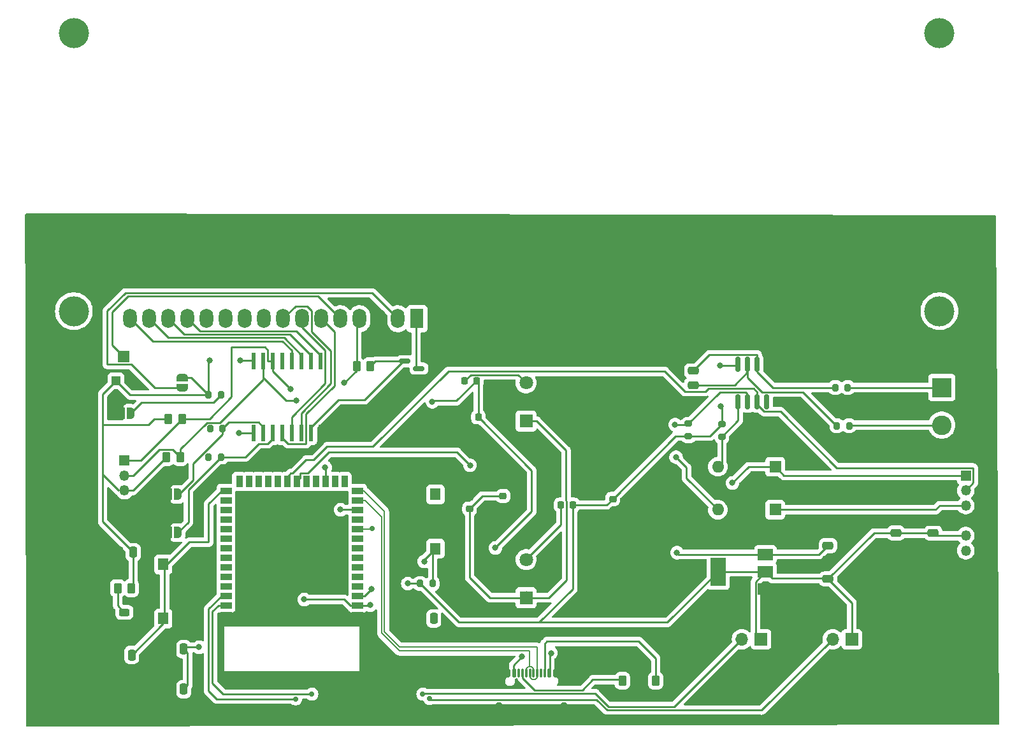
<source format=gbr>
%TF.GenerationSoftware,KiCad,Pcbnew,7.0.10*%
%TF.CreationDate,2024-04-09T13:41:23-07:00*%
%TF.ProjectId,COFFEE_MAKER,434f4646-4545-45f4-9d41-4b45522e6b69,rev?*%
%TF.SameCoordinates,Original*%
%TF.FileFunction,Copper,L1,Top*%
%TF.FilePolarity,Positive*%
%FSLAX46Y46*%
G04 Gerber Fmt 4.6, Leading zero omitted, Abs format (unit mm)*
G04 Created by KiCad (PCBNEW 7.0.10) date 2024-04-09 13:41:23*
%MOMM*%
%LPD*%
G01*
G04 APERTURE LIST*
G04 Aperture macros list*
%AMRoundRect*
0 Rectangle with rounded corners*
0 $1 Rounding radius*
0 $2 $3 $4 $5 $6 $7 $8 $9 X,Y pos of 4 corners*
0 Add a 4 corners polygon primitive as box body*
4,1,4,$2,$3,$4,$5,$6,$7,$8,$9,$2,$3,0*
0 Add four circle primitives for the rounded corners*
1,1,$1+$1,$2,$3*
1,1,$1+$1,$4,$5*
1,1,$1+$1,$6,$7*
1,1,$1+$1,$8,$9*
0 Add four rect primitives between the rounded corners*
20,1,$1+$1,$2,$3,$4,$5,0*
20,1,$1+$1,$4,$5,$6,$7,0*
20,1,$1+$1,$6,$7,$8,$9,0*
20,1,$1+$1,$8,$9,$2,$3,0*%
%AMFreePoly0*
4,1,19,0.500000,-0.750000,0.000000,-0.750000,0.000000,-0.744911,-0.071157,-0.744911,-0.207708,-0.704816,-0.327430,-0.627875,-0.420627,-0.520320,-0.479746,-0.390866,-0.500000,-0.250000,-0.500000,0.250000,-0.479746,0.390866,-0.420627,0.520320,-0.327430,0.627875,-0.207708,0.704816,-0.071157,0.744911,0.000000,0.744911,0.000000,0.750000,0.500000,0.750000,0.500000,-0.750000,0.500000,-0.750000,
$1*%
%AMFreePoly1*
4,1,19,0.000000,0.744911,0.071157,0.744911,0.207708,0.704816,0.327430,0.627875,0.420627,0.520320,0.479746,0.390866,0.500000,0.250000,0.500000,-0.250000,0.479746,-0.390866,0.420627,-0.520320,0.327430,-0.627875,0.207708,-0.704816,0.071157,-0.744911,0.000000,-0.744911,0.000000,-0.750000,-0.500000,-0.750000,-0.500000,0.750000,0.000000,0.750000,0.000000,0.744911,0.000000,0.744911,
$1*%
G04 Aperture macros list end*
%TA.AperFunction,SMDPad,CuDef*%
%ADD10RoundRect,0.250000X-0.262500X-0.450000X0.262500X-0.450000X0.262500X0.450000X-0.262500X0.450000X0*%
%TD*%
%TA.AperFunction,SMDPad,CuDef*%
%ADD11RoundRect,0.200000X0.200000X0.275000X-0.200000X0.275000X-0.200000X-0.275000X0.200000X-0.275000X0*%
%TD*%
%TA.AperFunction,SMDPad,CuDef*%
%ADD12R,1.500000X0.900000*%
%TD*%
%TA.AperFunction,SMDPad,CuDef*%
%ADD13R,0.900000X1.500000*%
%TD*%
%TA.AperFunction,SMDPad,CuDef*%
%ADD14R,0.900000X0.900000*%
%TD*%
%TA.AperFunction,SMDPad,CuDef*%
%ADD15RoundRect,0.250000X-0.250000X-0.475000X0.250000X-0.475000X0.250000X0.475000X-0.250000X0.475000X0*%
%TD*%
%TA.AperFunction,SMDPad,CuDef*%
%ADD16R,1.400000X1.600000*%
%TD*%
%TA.AperFunction,SMDPad,CuDef*%
%ADD17RoundRect,0.250000X-0.475000X0.250000X-0.475000X-0.250000X0.475000X-0.250000X0.475000X0.250000X0*%
%TD*%
%TA.AperFunction,ComponentPad*%
%ADD18R,1.350000X1.350000*%
%TD*%
%TA.AperFunction,ComponentPad*%
%ADD19O,1.350000X1.350000*%
%TD*%
%TA.AperFunction,SMDPad,CuDef*%
%ADD20RoundRect,0.200000X-0.200000X-0.275000X0.200000X-0.275000X0.200000X0.275000X-0.200000X0.275000X0*%
%TD*%
%TA.AperFunction,SMDPad,CuDef*%
%ADD21FreePoly0,0.000000*%
%TD*%
%TA.AperFunction,SMDPad,CuDef*%
%ADD22FreePoly1,0.000000*%
%TD*%
%TA.AperFunction,SMDPad,CuDef*%
%ADD23RoundRect,0.200000X-0.275000X0.200000X-0.275000X-0.200000X0.275000X-0.200000X0.275000X0.200000X0*%
%TD*%
%TA.AperFunction,SMDPad,CuDef*%
%ADD24RoundRect,0.150000X-0.150000X0.825000X-0.150000X-0.825000X0.150000X-0.825000X0.150000X0.825000X0*%
%TD*%
%TA.AperFunction,ComponentPad*%
%ADD25R,2.600000X2.600000*%
%TD*%
%TA.AperFunction,ComponentPad*%
%ADD26C,2.600000*%
%TD*%
%TA.AperFunction,ComponentPad*%
%ADD27C,4.000000*%
%TD*%
%TA.AperFunction,ComponentPad*%
%ADD28R,1.800000X2.600000*%
%TD*%
%TA.AperFunction,ComponentPad*%
%ADD29O,1.800000X2.600000*%
%TD*%
%TA.AperFunction,SMDPad,CuDef*%
%ADD30RoundRect,0.250000X0.475000X-0.250000X0.475000X0.250000X-0.475000X0.250000X-0.475000X-0.250000X0*%
%TD*%
%TA.AperFunction,SMDPad,CuDef*%
%ADD31R,0.600000X2.200000*%
%TD*%
%TA.AperFunction,SMDPad,CuDef*%
%ADD32FreePoly0,90.000000*%
%TD*%
%TA.AperFunction,SMDPad,CuDef*%
%ADD33FreePoly1,90.000000*%
%TD*%
%TA.AperFunction,SMDPad,CuDef*%
%ADD34RoundRect,0.225000X0.250000X-0.225000X0.250000X0.225000X-0.250000X0.225000X-0.250000X-0.225000X0*%
%TD*%
%TA.AperFunction,SMDPad,CuDef*%
%ADD35RoundRect,0.150000X-0.587500X-0.150000X0.587500X-0.150000X0.587500X0.150000X-0.587500X0.150000X0*%
%TD*%
%TA.AperFunction,SMDPad,CuDef*%
%ADD36RoundRect,0.218750X-0.218750X-0.256250X0.218750X-0.256250X0.218750X0.256250X-0.218750X0.256250X0*%
%TD*%
%TA.AperFunction,ComponentPad*%
%ADD37R,1.700000X1.700000*%
%TD*%
%TA.AperFunction,ComponentPad*%
%ADD38O,1.700000X1.700000*%
%TD*%
%TA.AperFunction,SMDPad,CuDef*%
%ADD39RoundRect,0.250000X0.262500X0.450000X-0.262500X0.450000X-0.262500X-0.450000X0.262500X-0.450000X0*%
%TD*%
%TA.AperFunction,ComponentPad*%
%ADD40R,1.800000X1.800000*%
%TD*%
%TA.AperFunction,ComponentPad*%
%ADD41C,1.800000*%
%TD*%
%TA.AperFunction,SMDPad,CuDef*%
%ADD42RoundRect,0.243750X0.456250X-0.243750X0.456250X0.243750X-0.456250X0.243750X-0.456250X-0.243750X0*%
%TD*%
%TA.AperFunction,SMDPad,CuDef*%
%ADD43RoundRect,0.225000X-0.225000X-0.250000X0.225000X-0.250000X0.225000X0.250000X-0.225000X0.250000X0*%
%TD*%
%TA.AperFunction,SMDPad,CuDef*%
%ADD44R,2.000000X1.500000*%
%TD*%
%TA.AperFunction,SMDPad,CuDef*%
%ADD45R,2.000000X3.800000*%
%TD*%
%TA.AperFunction,SMDPad,CuDef*%
%ADD46RoundRect,0.225000X-0.250000X0.225000X-0.250000X-0.225000X0.250000X-0.225000X0.250000X0.225000X0*%
%TD*%
%TA.AperFunction,ComponentPad*%
%ADD47R,1.600000X1.600000*%
%TD*%
%TA.AperFunction,ComponentPad*%
%ADD48O,1.600000X1.600000*%
%TD*%
%TA.AperFunction,SMDPad,CuDef*%
%ADD49RoundRect,0.150000X-0.150000X-0.425000X0.150000X-0.425000X0.150000X0.425000X-0.150000X0.425000X0*%
%TD*%
%TA.AperFunction,SMDPad,CuDef*%
%ADD50RoundRect,0.110000X-0.110000X-0.465000X0.110000X-0.465000X0.110000X0.465000X-0.110000X0.465000X0*%
%TD*%
%TA.AperFunction,SMDPad,CuDef*%
%ADD51RoundRect,0.075000X-0.075000X-0.500000X0.075000X-0.500000X0.075000X0.500000X-0.075000X0.500000X0*%
%TD*%
%TA.AperFunction,ComponentPad*%
%ADD52O,1.000000X2.100000*%
%TD*%
%TA.AperFunction,ComponentPad*%
%ADD53O,1.000000X1.800000*%
%TD*%
%TA.AperFunction,SMDPad,CuDef*%
%ADD54RoundRect,0.250000X0.250000X0.475000X-0.250000X0.475000X-0.250000X-0.475000X0.250000X-0.475000X0*%
%TD*%
%TA.AperFunction,SMDPad,CuDef*%
%ADD55R,1.200000X1.200000*%
%TD*%
%TA.AperFunction,SMDPad,CuDef*%
%ADD56R,1.600000X1.500000*%
%TD*%
%TA.AperFunction,ViaPad*%
%ADD57C,0.800000*%
%TD*%
%TA.AperFunction,ViaPad*%
%ADD58C,0.711200*%
%TD*%
%TA.AperFunction,Conductor*%
%ADD59C,0.250000*%
%TD*%
%TA.AperFunction,Conductor*%
%ADD60C,0.203200*%
%TD*%
%TA.AperFunction,Conductor*%
%ADD61C,0.200000*%
%TD*%
G04 APERTURE END LIST*
D10*
%TO.P,R7,1*%
%TO.N,+5V*%
X117832500Y-83185000D03*
%TO.P,R7,2*%
%TO.N,LCD_sda*%
X119657500Y-83185000D03*
%TD*%
D11*
%TO.P,FB1,1*%
%TO.N,Net-(J4-Pin_1)*%
X208350620Y-73929240D03*
%TO.P,FB1,2*%
%TO.N,Net-(U5-T-)*%
X206700620Y-73929240D03*
%TD*%
D12*
%TO.P,U8,1,GND*%
%TO.N,GND*%
X143250620Y-104179240D03*
%TO.P,U8,2,3V3*%
%TO.N,+3V3*%
X143250620Y-102909240D03*
%TO.P,U8,3,EN*%
%TO.N,Net-(U8-EN)*%
X143250620Y-101639240D03*
%TO.P,U8,4,GPIO4/TOUCH4/ADC1_CH3*%
%TO.N,unconnected-(U8-GPIO4{slash}TOUCH4{slash}ADC1_CH3-Pad4)*%
X143250620Y-100369240D03*
%TO.P,U8,5,GPIO5/TOUCH5/ADC1_CH4*%
%TO.N,unconnected-(U8-GPIO5{slash}TOUCH5{slash}ADC1_CH4-Pad5)*%
X143250620Y-99099240D03*
%TO.P,U8,6,GPIO6/TOUCH6/ADC1_CH5*%
%TO.N,unconnected-(U8-GPIO6{slash}TOUCH6{slash}ADC1_CH5-Pad6)*%
X143250620Y-97829240D03*
%TO.P,U8,7,GPIO7/TOUCH7/ADC1_CH6*%
%TO.N,unconnected-(U8-GPIO7{slash}TOUCH7{slash}ADC1_CH6-Pad7)*%
X143250620Y-96559240D03*
%TO.P,U8,8,GPIO15/U0RTS/ADC2_CH4/XTAL_32K_P*%
%TO.N,unconnected-(U8-GPIO15{slash}U0RTS{slash}ADC2_CH4{slash}XTAL_32K_P-Pad8)*%
X143250620Y-95289240D03*
%TO.P,U8,9,GPIO16/U0CTS/ADC2_CH5/XTAL_32K_N*%
%TO.N,unconnected-(U8-GPIO16{slash}U0CTS{slash}ADC2_CH5{slash}XTAL_32K_N-Pad9)*%
X143250620Y-94019240D03*
%TO.P,U8,10,GPIO17/U1TXD/ADC2_CH6/DAC_1*%
%TO.N,TC_cs*%
X143250620Y-92749240D03*
%TO.P,U8,11,GPIO18/U1RXD/ADC2_CH7/DAC_2/CLK_OUT3*%
%TO.N,unconnected-(U8-GPIO18{slash}U1RXD{slash}ADC2_CH7{slash}DAC_2{slash}CLK_OUT3-Pad11)*%
X143250620Y-91479240D03*
%TO.P,U8,12,GPIO8/TOUCH8/ADC1_CH7*%
%TO.N,LCD_sda*%
X143250620Y-90209240D03*
%TO.P,U8,13,GPIO19/U1RTS/ADC2_CH8/CLK_OUT2/USB_D-*%
%TO.N,/D-*%
X143250620Y-88939240D03*
%TO.P,U8,14,GPIO20/U1CTS/ADC2_CH9/CLK_OUT1/USB_D+*%
%TO.N,/D+*%
X143250620Y-87669240D03*
D13*
%TO.P,U8,15,GPIO3/TOUCH3/ADC1_CH2*%
%TO.N,unconnected-(U8-GPIO3{slash}TOUCH3{slash}ADC1_CH2-Pad15)*%
X141485620Y-86419240D03*
%TO.P,U8,16,GPIO46*%
%TO.N,unconnected-(U8-GPIO46-Pad16)*%
X140215620Y-86419240D03*
%TO.P,U8,17,GPIO9/TOUCH9/ADC1_CH8/FSPIHD*%
%TO.N,LCD_scl*%
X138945620Y-86419240D03*
%TO.P,U8,18,GPIO10/TOUCH10/ADC1_CH9/FSPICS0/FSPIIO4*%
%TO.N,unconnected-(U8-GPIO10{slash}TOUCH10{slash}ADC1_CH9{slash}FSPICS0{slash}FSPIIO4-Pad18)*%
X137675620Y-86419240D03*
%TO.P,U8,19,GPIO11/TOUCH11/ADC2_CH0/FSPID/FSPIIO5*%
%TO.N,unconnected-(U8-GPIO11{slash}TOUCH11{slash}ADC2_CH0{slash}FSPID{slash}FSPIIO5-Pad19)*%
X136405620Y-86419240D03*
%TO.P,U8,20,GPIO12/TOUCH12/ADC2_CH1/FSPICLK/FSPIIO6*%
%TO.N,TC_sck*%
X135135620Y-86419240D03*
%TO.P,U8,21,GPIO13/TOUCH13/ADC2_CH2/FSPIQ/FSPIIO7*%
%TO.N,TC_so*%
X133865620Y-86419240D03*
%TO.P,U8,22,GPIO14/TOUCH14/ADC2_CH3/FSPIWP/FSPIDQS*%
%TO.N,unconnected-(U8-GPIO14{slash}TOUCH14{slash}ADC2_CH3{slash}FSPIWP{slash}FSPIDQS-Pad22)*%
X132595620Y-86419240D03*
%TO.P,U8,23,GPIO21*%
%TO.N,unconnected-(U8-GPIO21-Pad23)*%
X131325620Y-86419240D03*
%TO.P,U8,24,SPIIO4/GPIO33/FSPIHD*%
%TO.N,unconnected-(U8-SPIIO4{slash}GPIO33{slash}FSPIHD-Pad24)*%
X130055620Y-86419240D03*
%TO.P,U8,25,SPIIO5/GPIO34/FSPICS0*%
%TO.N,unconnected-(U8-SPIIO5{slash}GPIO34{slash}FSPICS0-Pad25)*%
X128785620Y-86419240D03*
%TO.P,U8,26,GPIO45*%
%TO.N,unconnected-(U8-GPIO45-Pad26)*%
X127515620Y-86419240D03*
D12*
%TO.P,U8,27,GPIO0*%
%TO.N,Net-(U8-GPIO0)*%
X125750620Y-87669240D03*
%TO.P,U8,28,SPIIO6/GPIO35/FSPID*%
%TO.N,unconnected-(U8-SPIIO6{slash}GPIO35{slash}FSPID-Pad28)*%
X125750620Y-88939240D03*
%TO.P,U8,29,SPIIO7/GPIO36/FSPICLK*%
%TO.N,unconnected-(U8-SPIIO7{slash}GPIO36{slash}FSPICLK-Pad29)*%
X125750620Y-90209240D03*
%TO.P,U8,30,SPIDQS/GPIO37/FSPIQ*%
%TO.N,unconnected-(U8-SPIDQS{slash}GPIO37{slash}FSPIQ-Pad30)*%
X125750620Y-91479240D03*
%TO.P,U8,31,GPIO38/FSPIWP*%
%TO.N,unconnected-(U8-GPIO38{slash}FSPIWP-Pad31)*%
X125750620Y-92749240D03*
%TO.P,U8,32,MTCK/GPIO39/CLK_OUT3*%
%TO.N,unconnected-(U8-MTCK{slash}GPIO39{slash}CLK_OUT3-Pad32)*%
X125750620Y-94019240D03*
%TO.P,U8,33,MTDO/GPIO40/CLK_OUT2*%
%TO.N,unconnected-(U8-MTDO{slash}GPIO40{slash}CLK_OUT2-Pad33)*%
X125750620Y-95289240D03*
%TO.P,U8,34,MTDI/GPIO41/CLK_OUT1*%
%TO.N,unconnected-(U8-MTDI{slash}GPIO41{slash}CLK_OUT1-Pad34)*%
X125750620Y-96559240D03*
%TO.P,U8,35,MTMS/GPIO42*%
%TO.N,unconnected-(U8-MTMS{slash}GPIO42-Pad35)*%
X125750620Y-97829240D03*
%TO.P,U8,36,U0RXD/GPIO44/CLK_OUT2*%
%TO.N,unconnected-(U8-U0RXD{slash}GPIO44{slash}CLK_OUT2-Pad36)*%
X125750620Y-99099240D03*
%TO.P,U8,37,U0TXD/GPIO43/CLK_OUT1*%
%TO.N,unconnected-(U8-U0TXD{slash}GPIO43{slash}CLK_OUT1-Pad37)*%
X125750620Y-100369240D03*
%TO.P,U8,38,GPIO2/TOUCH2/ADC1_CH1*%
%TO.N,RELAY_COIL*%
X125750620Y-101639240D03*
%TO.P,U8,39,GPIO1/TOUCH1/ADC1_CH0*%
%TO.N,RELAY_FAN*%
X125750620Y-102909240D03*
%TO.P,U8,40,GND*%
%TO.N,GND*%
X125750620Y-104179240D03*
D14*
%TO.P,U8,41,GND*%
X137400620Y-97859240D03*
X137400620Y-96459240D03*
X137400620Y-95059240D03*
X136000620Y-97859240D03*
X136000620Y-96459240D03*
X136000620Y-95059240D03*
X134600620Y-97859240D03*
X134600620Y-96459240D03*
X134600620Y-95059240D03*
%TD*%
D15*
%TO.P,C18,1*%
%TO.N,GND*%
X151450000Y-104648000D03*
%TO.P,C18,2*%
%TO.N,Net-(U8-EN)*%
X153350000Y-104648000D03*
%TD*%
D16*
%TO.P,SW5,1,1*%
%TO.N,GND*%
X150585000Y-95338000D03*
X150585000Y-88138000D03*
%TO.P,SW5,2,2*%
%TO.N,Net-(U8-EN)*%
X153585000Y-95338000D03*
X153585000Y-88138000D03*
%TD*%
D17*
%TO.P,C16,1*%
%TO.N,+5V*%
X205740000Y-94935000D03*
%TO.P,C16,2*%
%TO.N,GND*%
X205740000Y-96835000D03*
%TD*%
D18*
%TO.P,J7,1,Pin_1*%
%TO.N,LCD_scl*%
X112268000Y-83614000D03*
D19*
%TO.P,J7,2,Pin_2*%
%TO.N,LCD_sda*%
X112268000Y-85614000D03*
%TO.P,J7,3,Pin_3*%
%TO.N,+5V*%
X112268000Y-87614000D03*
%TO.P,J7,4,Pin_4*%
%TO.N,GND*%
X112268000Y-89614000D03*
%TD*%
D20*
%TO.P,R5,1*%
%TO.N,+5V*%
X123445000Y-83185000D03*
%TO.P,R5,2*%
%TO.N,Net-(JP3-B)*%
X125095000Y-83185000D03*
%TD*%
D21*
%TO.P,JP2,1,A*%
%TO.N,GND*%
X118080000Y-88138000D03*
D22*
%TO.P,JP2,2,B*%
%TO.N,Net-(JP2-B)*%
X119380000Y-88138000D03*
%TD*%
D20*
%TO.P,R4,1*%
%TO.N,+5V*%
X123635000Y-79375000D03*
%TO.P,R4,2*%
%TO.N,Net-(JP2-B)*%
X125285000Y-79375000D03*
%TD*%
D23*
%TO.P,R2,1*%
%TO.N,+3V3*%
X191643000Y-78804000D03*
%TO.P,R2,2*%
%TO.N,Net-(D7-A)*%
X191643000Y-80454000D03*
%TD*%
D24*
%TO.P,U5,1,GND*%
%TO.N,GND*%
X197612000Y-70866000D03*
%TO.P,U5,2,T-*%
%TO.N,Net-(U5-T-)*%
X196342000Y-70866000D03*
%TO.P,U5,3,T+*%
%TO.N,Net-(U5-T+)*%
X195072000Y-70866000D03*
%TO.P,U5,4,V_CC*%
%TO.N,+3V3*%
X193802000Y-70866000D03*
%TO.P,U5,5,SCK*%
%TO.N,Net-(D7-A)*%
X193802000Y-75816000D03*
%TO.P,U5,6,~{CS}*%
%TO.N,Net-(D8-A)*%
X195072000Y-75816000D03*
%TO.P,U5,7,SO*%
%TO.N,TC_so*%
X196342000Y-75816000D03*
%TO.P,U5,8*%
%TO.N,N/C*%
X197612000Y-75816000D03*
%TD*%
D25*
%TO.P,J4,1,Pin_1*%
%TO.N,Net-(J4-Pin_1)*%
X220860620Y-73929240D03*
D26*
%TO.P,J4,2,Pin_2*%
%TO.N,Net-(J4-Pin_2)*%
X220860620Y-78929240D03*
%TD*%
D27*
%TO.P,DS1,*%
%TO.N,*%
X220530420Y-63769240D03*
X220530420Y-26769060D03*
X105529380Y-63769240D03*
X105529380Y-26769060D03*
D28*
%TO.P,DS1,1,LEDK*%
%TO.N,Net-(DS1-LEDK)*%
X151130000Y-64770000D03*
D29*
%TO.P,DS1,2,LEDA*%
%TO.N,Net-(DS1-LEDA)*%
X148590000Y-64770000D03*
%TO.P,DS1,3,VSS*%
%TO.N,GND*%
X146050000Y-64770000D03*
%TO.P,DS1,4,VDD*%
%TO.N,+5V*%
X143510000Y-64770000D03*
%TO.P,DS1,5,Vo*%
%TO.N,Net-(DS1-Vo)*%
X140970000Y-64770000D03*
%TO.P,DS1,6,RS*%
%TO.N,Net-(DS1-RS)*%
X138430000Y-64770000D03*
%TO.P,DS1,7,R/~{W}*%
%TO.N,Net-(DS1-R{slash}~{W})*%
X135890000Y-64770000D03*
%TO.P,DS1,8,E*%
%TO.N,Net-(DS1-E)*%
X133350000Y-64770000D03*
%TO.P,DS1,9,DB0*%
%TO.N,unconnected-(DS1-DB0-Pad9)*%
X130810000Y-64770000D03*
%TO.P,DS1,10,DB1*%
%TO.N,unconnected-(DS1-DB1-Pad10)*%
X128270000Y-64770000D03*
%TO.P,DS1,11,DB2*%
%TO.N,unconnected-(DS1-DB2-Pad11)*%
X125730000Y-64770000D03*
%TO.P,DS1,12,DB3*%
%TO.N,unconnected-(DS1-DB3-Pad12)*%
X123190000Y-64770000D03*
%TO.P,DS1,13,DB4*%
%TO.N,Net-(DS1-DB4)*%
X120650000Y-64770000D03*
%TO.P,DS1,14,DB5*%
%TO.N,Net-(DS1-DB5)*%
X118110000Y-64770000D03*
%TO.P,DS1,15,DB6*%
%TO.N,Net-(DS1-DB6)*%
X115570000Y-64770000D03*
%TO.P,DS1,16,DB7*%
%TO.N,Net-(DS1-DB7)*%
X113030000Y-64770000D03*
%TD*%
D30*
%TO.P,C13,1*%
%TO.N,+3V3*%
X214757000Y-93279000D03*
%TO.P,C13,2*%
%TO.N,GND*%
X214757000Y-91379000D03*
%TD*%
D31*
%TO.P,U4,1,A0*%
%TO.N,Net-(JP1-B)*%
X129420620Y-79974240D03*
%TO.P,U4,2,A1*%
%TO.N,Net-(JP2-B)*%
X130690620Y-79974240D03*
%TO.P,U4,3,A2*%
%TO.N,Net-(JP3-B)*%
X131960620Y-79974240D03*
%TO.P,U4,4,P0*%
%TO.N,Net-(DS1-RS)*%
X133230620Y-79974240D03*
%TO.P,U4,5,P1*%
%TO.N,Net-(DS1-R{slash}~{W})*%
X134500620Y-79974240D03*
%TO.P,U4,6,P2*%
%TO.N,Net-(DS1-E)*%
X135770620Y-79974240D03*
%TO.P,U4,7,P3*%
%TO.N,Net-(Q1-B)*%
X137040620Y-79974240D03*
%TO.P,U4,8,VSS*%
%TO.N,GND*%
X138310620Y-79974240D03*
%TO.P,U4,9,P4*%
%TO.N,Net-(DS1-DB4)*%
X138310620Y-70399240D03*
%TO.P,U4,10,P5*%
%TO.N,Net-(DS1-DB5)*%
X137040620Y-70399240D03*
%TO.P,U4,11,P6*%
%TO.N,Net-(DS1-DB6)*%
X135770620Y-70399240D03*
%TO.P,U4,12,P7*%
%TO.N,Net-(DS1-DB7)*%
X134500620Y-70399240D03*
%TO.P,U4,13,~{INT}*%
%TO.N,unconnected-(U4-~{INT}-Pad13)*%
X133230620Y-70399240D03*
%TO.P,U4,14,SCL*%
%TO.N,LCD_scl*%
X131960620Y-70399240D03*
%TO.P,U4,15,SDA*%
%TO.N,LCD_sda*%
X130690620Y-70399240D03*
%TO.P,U4,16,VDD*%
%TO.N,+5V*%
X129420620Y-70399240D03*
%TD*%
D23*
%TO.P,R1,1*%
%TO.N,Net-(D8-A)*%
X187198000Y-78741000D03*
%TO.P,R1,2*%
%TO.N,+3V3*%
X187198000Y-80391000D03*
%TD*%
D21*
%TO.P,JP1,1,A*%
%TO.N,GND*%
X111810000Y-77355000D03*
D22*
%TO.P,JP1,2,B*%
%TO.N,Net-(JP1-B)*%
X113110000Y-77355000D03*
%TD*%
D20*
%TO.P,FB2,1*%
%TO.N,Net-(U5-T+)*%
X206890620Y-79009240D03*
%TO.P,FB2,2*%
%TO.N,Net-(J4-Pin_2)*%
X208540620Y-79009240D03*
%TD*%
D21*
%TO.P,JP3,1,A*%
%TO.N,GND*%
X118080000Y-93218000D03*
D22*
%TO.P,JP3,2,B*%
%TO.N,Net-(JP3-B)*%
X119380000Y-93218000D03*
%TD*%
D20*
%TO.P,R3,1*%
%TO.N,+5V*%
X123445000Y-74930000D03*
%TO.P,R3,2*%
%TO.N,Net-(JP1-B)*%
X125095000Y-74930000D03*
%TD*%
D32*
%TO.P,JP4,1,A*%
%TO.N,Net-(DS1-LEDA)*%
X119895620Y-73944240D03*
D33*
%TO.P,JP4,2,B*%
%TO.N,+5V*%
X119895620Y-72644240D03*
%TD*%
D34*
%TO.P,C3,1*%
%TO.N,GND*%
X177139500Y-90297000D03*
%TO.P,C3,2*%
%TO.N,+3V3*%
X177139500Y-88747000D03*
%TD*%
D15*
%TO.P,C20,1*%
%TO.N,GND*%
X118242000Y-114046000D03*
%TO.P,C20,2*%
%TO.N,+3V3*%
X120142000Y-114046000D03*
%TD*%
D35*
%TO.P,Q1,1,B*%
%TO.N,Net-(Q1-B)*%
X149509000Y-70439240D03*
%TO.P,Q1,2,E*%
%TO.N,GND*%
X149509000Y-72339240D03*
%TO.P,Q1,3,C*%
%TO.N,Net-(DS1-LEDK)*%
X151384000Y-71389240D03*
%TD*%
D15*
%TO.P,C19,1*%
%TO.N,GND*%
X118242000Y-108712000D03*
%TO.P,C19,2*%
%TO.N,+3V3*%
X120142000Y-108712000D03*
%TD*%
D36*
%TO.P,F1,1*%
%TO.N,Net-(U1-OUT)*%
X170256000Y-89535000D03*
%TO.P,F1,2*%
%TO.N,+3V3*%
X171831000Y-89535000D03*
%TD*%
D37*
%TO.P,J1,1,Pin_1*%
%TO.N,+3V3*%
X208900000Y-107385000D03*
D38*
%TO.P,J1,2,Pin_2*%
%TO.N,RELAY_COIL*%
X206360000Y-107385000D03*
%TO.P,J1,3,Pin_3*%
%TO.N,GND*%
X203820000Y-107385000D03*
%TD*%
D37*
%TO.P,J3,1,Pin_1*%
%TO.N,+3V3*%
X196835000Y-107385000D03*
D38*
%TO.P,J3,2,Pin_2*%
%TO.N,RELAY_FAN*%
X194295000Y-107385000D03*
%TO.P,J3,3,Pin_3*%
%TO.N,GND*%
X191755000Y-107385000D03*
%TD*%
D30*
%TO.P,C14,1*%
%TO.N,+3V3*%
X219710000Y-93294240D03*
%TO.P,C14,2*%
%TO.N,GND*%
X219710000Y-91394240D03*
%TD*%
D34*
%TO.P,C1,1*%
%TO.N,GND*%
X162560000Y-89903000D03*
%TO.P,C1,2*%
%TO.N,V_ALL+*%
X162560000Y-88353000D03*
%TD*%
D39*
%TO.P,R12,1*%
%TO.N,GND*%
X184658000Y-112903000D03*
%TO.P,R12,2*%
%TO.N,Net-(J5-CC2)*%
X182833000Y-112903000D03*
%TD*%
D40*
%TO.P,U1,1,IN*%
%TO.N,V_ALL+*%
X165620620Y-101879240D03*
D41*
%TO.P,U1,2,GND*%
%TO.N,GND*%
X165620620Y-99339240D03*
%TO.P,U1,3,OUT*%
%TO.N,Net-(U1-OUT)*%
X165620620Y-96799240D03*
%TD*%
D42*
%TO.P,D1,1,K*%
%TO.N,GND*%
X112255380Y-105692760D03*
%TO.P,D1,2,A*%
%TO.N,Net-(D1-A)*%
X112255380Y-103817760D03*
%TD*%
D40*
%TO.P,U2,1,IN*%
%TO.N,V_ALL+*%
X165615620Y-78374240D03*
D41*
%TO.P,U2,2,GND*%
%TO.N,GND*%
X165615620Y-75834240D03*
%TO.P,U2,3,OUT*%
%TO.N,Net-(U2-OUT)*%
X165615620Y-73294240D03*
%TD*%
D43*
%TO.P,C4,1*%
%TO.N,GND*%
X157721000Y-77851000D03*
%TO.P,C4,2*%
%TO.N,+5V*%
X159271000Y-77851000D03*
%TD*%
D10*
%TO.P,R11,1*%
%TO.N,Net-(J5-CC1)*%
X178411500Y-112903000D03*
%TO.P,R11,2*%
%TO.N,GND*%
X180236500Y-112903000D03*
%TD*%
%TO.P,R8,1*%
%TO.N,Net-(D1-A)*%
X111347880Y-100612760D03*
%TO.P,R8,2*%
%TO.N,+5V*%
X113172880Y-100612760D03*
%TD*%
%TO.P,R9,1*%
%TO.N,+5V*%
X143105500Y-71120000D03*
%TO.P,R9,2*%
%TO.N,Net-(Q1-B)*%
X144930500Y-71120000D03*
%TD*%
D44*
%TO.P,U7,1,GND*%
%TO.N,GND*%
X197435000Y-100725000D03*
%TO.P,U7,2,VO*%
%TO.N,+3V3*%
X197435000Y-98425000D03*
D45*
X191135000Y-98425000D03*
D44*
%TO.P,U7,3,VI*%
%TO.N,+5V*%
X197435000Y-96125000D03*
%TD*%
D17*
%TO.P,C17,1*%
%TO.N,+3V3*%
X205740000Y-99380000D03*
%TO.P,C17,2*%
%TO.N,GND*%
X205740000Y-101280000D03*
%TD*%
D30*
%TO.P,C5,1*%
%TO.N,Net-(U5-T+)*%
X187840620Y-73609240D03*
%TO.P,C5,2*%
%TO.N,Net-(U5-T-)*%
X187840620Y-71709240D03*
%TD*%
D46*
%TO.P,C2,1*%
%TO.N,GND*%
X158115000Y-88493000D03*
%TO.P,C2,2*%
%TO.N,V_ALL+*%
X158115000Y-90043000D03*
%TD*%
D47*
%TO.P,D7,1,K*%
%TO.N,TC_sck*%
X198730000Y-84455000D03*
D48*
%TO.P,D7,2,A*%
%TO.N,Net-(D7-A)*%
X191110000Y-84455000D03*
%TD*%
D18*
%TO.P,J2,1,Pin_1*%
%TO.N,TC_sck*%
X224035620Y-85614240D03*
D19*
%TO.P,J2,2,Pin_2*%
%TO.N,TC_so*%
X224035620Y-87614240D03*
%TO.P,J2,3,Pin_3*%
%TO.N,TC_cs*%
X224035620Y-89614240D03*
%TO.P,J2,4,Pin_4*%
%TO.N,GND*%
X224035620Y-91614240D03*
%TO.P,J2,5,Pin_5*%
%TO.N,+3V3*%
X224035620Y-93614240D03*
%TO.P,J2,6,Pin_6*%
%TO.N,unconnected-(J2-Pin_6-Pad6)*%
X224035620Y-95614240D03*
%TD*%
D36*
%TO.P,F2,1*%
%TO.N,Net-(U2-OUT)*%
X157454500Y-73025000D03*
%TO.P,F2,2*%
%TO.N,+5V*%
X159029500Y-73025000D03*
%TD*%
D49*
%TO.P,J5,A1,GND*%
%TO.N,GND*%
X163170000Y-111890000D03*
D50*
%TO.P,J5,A4,VBUS*%
%TO.N,+5V*%
X164050000Y-111890000D03*
D51*
%TO.P,J5,A5,CC1*%
%TO.N,Net-(J5-CC1)*%
X165120000Y-111890000D03*
%TO.P,J5,A6,D+*%
%TO.N,/D+*%
X166120000Y-111890000D03*
%TO.P,J5,A7,D-*%
%TO.N,/D-*%
X166620000Y-111890000D03*
%TO.P,J5,A8,SBU1*%
%TO.N,unconnected-(J5-SBU1-PadA8)*%
X167620000Y-111890000D03*
D49*
%TO.P,J5,A12,GND*%
%TO.N,GND*%
X169570000Y-111890000D03*
D50*
%TO.P,J5,B4,VBUS*%
%TO.N,+5V*%
X168690000Y-111890000D03*
D51*
%TO.P,J5,B5,CC2*%
%TO.N,Net-(J5-CC2)*%
X168120000Y-111890000D03*
%TO.P,J5,B6,D+*%
%TO.N,/D+*%
X167120000Y-111890000D03*
%TO.P,J5,B7,D-*%
%TO.N,/D-*%
X165620000Y-111890000D03*
%TO.P,J5,B8,SBU2*%
%TO.N,unconnected-(J5-SBU2-PadB8)*%
X164620000Y-111890000D03*
D52*
%TO.P,J5,S1,SHIELD*%
%TO.N,GND*%
X162050000Y-112465000D03*
D53*
X162050000Y-116645000D03*
D52*
X170690000Y-112465000D03*
D53*
X170690000Y-116645000D03*
%TD*%
D54*
%TO.P,C10,1*%
%TO.N,+5V*%
X113409880Y-95830760D03*
%TO.P,C10,2*%
%TO.N,GND*%
X111509880Y-95830760D03*
%TD*%
D20*
%TO.P,R10,1*%
%TO.N,+3V3*%
X151550000Y-99993000D03*
%TO.P,R10,2*%
%TO.N,Net-(U8-EN)*%
X153200000Y-99993000D03*
%TD*%
D55*
%TO.P,RV1,1,1*%
%TO.N,+5V*%
X111125000Y-73025000D03*
D56*
%TO.P,RV1,2,2*%
%TO.N,Net-(DS1-Vo)*%
X112125000Y-69775000D03*
D55*
%TO.P,RV1,3,3*%
%TO.N,GND*%
X113125000Y-73025000D03*
%TD*%
D10*
%TO.P,R6,1*%
%TO.N,+5V*%
X118110000Y-78105000D03*
%TO.P,R6,2*%
%TO.N,LCD_scl*%
X119935000Y-78105000D03*
%TD*%
D47*
%TO.P,D8,1,K*%
%TO.N,TC_cs*%
X198730000Y-90170000D03*
D48*
%TO.P,D8,2,A*%
%TO.N,Net-(D8-A)*%
X191110000Y-90170000D03*
%TD*%
D54*
%TO.P,C21,1*%
%TO.N,Net-(U8-GPIO0)*%
X113210380Y-109502760D03*
%TO.P,C21,2*%
%TO.N,GND*%
X111310380Y-109502760D03*
%TD*%
D16*
%TO.P,SW6,1,1*%
%TO.N,Net-(U8-GPIO0)*%
X117396000Y-104648000D03*
X117396000Y-97448000D03*
%TO.P,SW6,2,2*%
%TO.N,GND*%
X120396000Y-104648000D03*
X120396000Y-97448000D03*
%TD*%
D57*
%TO.N,+5V*%
X123571000Y-70358000D03*
X161544000Y-95250000D03*
X153162000Y-75819000D03*
X185674000Y-95885000D03*
X165100000Y-109728000D03*
X127635000Y-70358000D03*
X168914653Y-109224653D03*
X141478000Y-73279000D03*
%TO.N,+3V3*%
X136144000Y-102108000D03*
X191516000Y-76454000D03*
X149918380Y-99993000D03*
X191389000Y-70993000D03*
X122174000Y-108458000D03*
X144907000Y-102870000D03*
%TO.N,Net-(U8-EN)*%
X145096000Y-100711000D03*
X152077380Y-97056760D03*
%TO.N,TC_sck*%
X158178500Y-84264500D03*
X193040000Y-86614000D03*
D58*
%TO.N,TC_cs*%
X145161000Y-92710000D03*
D57*
%TO.N,Net-(D8-A)*%
X185547000Y-83185000D03*
X185420000Y-78867000D03*
D58*
%TO.N,RELAY_COIL*%
X135001000Y-115339400D03*
X152781000Y-115297540D03*
%TO.N,RELAY_FAN*%
X137160000Y-114681000D03*
X151892000Y-114681000D03*
D57*
%TO.N,LCD_scl*%
X134366000Y-74168000D03*
X138938000Y-84582000D03*
%TO.N,LCD_sda*%
X135128000Y-75692000D03*
X140970000Y-90170000D03*
%TO.N,Net-(JP1-B)*%
X127508000Y-80010000D03*
X125095000Y-74930000D03*
%TD*%
D59*
%TO.N,V_ALL+*%
X165620620Y-101879240D02*
X160807240Y-101879240D01*
X158115000Y-99187000D02*
X158115000Y-90043000D01*
X170942000Y-88970960D02*
X171018500Y-89047460D01*
X165615620Y-78374240D02*
X167020240Y-78374240D01*
X168630760Y-101879240D02*
X165620620Y-101879240D01*
X171018500Y-89047460D02*
X171018500Y-99491500D01*
X167020240Y-78374240D02*
X170942000Y-82296000D01*
X171018500Y-99491500D02*
X168630760Y-101879240D01*
X170942000Y-82296000D02*
X170942000Y-88970960D01*
X159805000Y-88353000D02*
X158115000Y-90043000D01*
X162560000Y-88483140D02*
X162560000Y-88353000D01*
X165620620Y-101879240D02*
X165620620Y-101079380D01*
X162560000Y-88353000D02*
X159805000Y-88353000D01*
X160807240Y-101879240D02*
X158115000Y-99187000D01*
%TO.N,+5V*%
X109347000Y-74803000D02*
X111125000Y-73025000D01*
X204550000Y-96125000D02*
X205740000Y-94935000D01*
X113403500Y-87614000D02*
X112268000Y-87614000D01*
X116245000Y-78105000D02*
X115483000Y-78867000D01*
X166370000Y-90424000D02*
X161544000Y-95250000D01*
X123445000Y-74930000D02*
X113030000Y-74930000D01*
X159271000Y-77851000D02*
X159271000Y-73266500D01*
X109347000Y-91767880D02*
X113409880Y-95830760D01*
X111506000Y-87630000D02*
X109347000Y-85471000D01*
X118110000Y-78105000D02*
X116245000Y-78105000D01*
X109347000Y-78867000D02*
X109347000Y-74803000D01*
X113030000Y-74930000D02*
X111125000Y-73025000D01*
X168914653Y-109224653D02*
X168770000Y-109369306D01*
X159271000Y-77851000D02*
X166370000Y-84950000D01*
X141478000Y-73279000D02*
X143105500Y-71651500D01*
X109347000Y-85471000D02*
X109347000Y-91767880D01*
X117832500Y-83185000D02*
X113403500Y-87614000D01*
X113409880Y-100375760D02*
X113172880Y-100612760D01*
X156362500Y-75692000D02*
X159029500Y-73025000D01*
X143105500Y-65174500D02*
X143510000Y-64770000D01*
X159271000Y-73266500D02*
X159029500Y-73025000D01*
X121159240Y-72644240D02*
X119895620Y-72644240D01*
X197435000Y-96125000D02*
X204550000Y-96125000D01*
X166370000Y-84950000D02*
X166370000Y-90424000D01*
X168770000Y-109369306D02*
X168770000Y-111890000D01*
X129379380Y-70358000D02*
X129420620Y-70399240D01*
X123445000Y-74930000D02*
X123445000Y-70484000D01*
X153162000Y-75819000D02*
X153289000Y-75692000D01*
X197435000Y-96125000D02*
X185914000Y-96125000D01*
X163970000Y-110858000D02*
X163970000Y-111890000D01*
X143105500Y-71651500D02*
X143105500Y-71120000D01*
X113409880Y-95830760D02*
X113409880Y-100375760D01*
X165100000Y-109728000D02*
X163970000Y-110858000D01*
X153289000Y-75692000D02*
X156362500Y-75692000D01*
X123445000Y-70484000D02*
X123571000Y-70358000D01*
X109347000Y-85471000D02*
X109347000Y-78867000D01*
X185914000Y-96125000D02*
X185674000Y-95885000D01*
X127635000Y-70358000D02*
X129379380Y-70358000D01*
X115483000Y-78867000D02*
X109347000Y-78867000D01*
X143105500Y-71120000D02*
X143105500Y-65174500D01*
X123445000Y-74930000D02*
X121159240Y-72644240D01*
%TO.N,Net-(U5-T+)*%
X193344760Y-73609240D02*
X187840620Y-73609240D01*
X195072000Y-72644000D02*
X195072000Y-71882000D01*
X202397380Y-74516000D02*
X196944000Y-74516000D01*
X195072000Y-71882000D02*
X195072000Y-70866000D01*
X195072000Y-71882000D02*
X193344760Y-73609240D01*
X196944000Y-74516000D02*
X195072000Y-72644000D01*
X206890620Y-79009240D02*
X202397380Y-74516000D01*
%TO.N,Net-(U5-T-)*%
X196342000Y-71840999D02*
X196342000Y-70866000D01*
X196342000Y-69596000D02*
X196342000Y-70866000D01*
X206700620Y-73929240D02*
X198430241Y-73929240D01*
X189983860Y-69566000D02*
X196312000Y-69566000D01*
X198430241Y-73929240D02*
X196342000Y-71840999D01*
X187840620Y-71709240D02*
X189983860Y-69566000D01*
X196312000Y-69566000D02*
X196342000Y-69596000D01*
%TO.N,+3V3*%
X167386000Y-105156000D02*
X184404000Y-105156000D01*
X220030000Y-93614240D02*
X219710000Y-93294240D01*
X211841000Y-93279000D02*
X205740000Y-99380000D01*
X120650000Y-113538000D02*
X120650000Y-109220000D01*
X214772240Y-93294240D02*
X214757000Y-93279000D01*
X142250620Y-102909240D02*
X141449380Y-102108000D01*
X122174000Y-108458000D02*
X120396000Y-108458000D01*
X176351500Y-89535000D02*
X177139500Y-88747000D01*
X143250620Y-102909240D02*
X144867760Y-102909240D01*
X171831000Y-100711000D02*
X171831000Y-89535000D01*
X191135000Y-98425000D02*
X197435000Y-98425000D01*
X196110000Y-106660000D02*
X196110000Y-99750000D01*
X205674000Y-99314000D02*
X198324000Y-99314000D01*
X187198000Y-80391000D02*
X190056000Y-80391000D01*
X120396000Y-108458000D02*
X120142000Y-108712000D01*
X191643000Y-76581000D02*
X191516000Y-76454000D01*
X120650000Y-109220000D02*
X120142000Y-108712000D01*
X224035620Y-93614240D02*
X220030000Y-93614240D01*
X171831000Y-89535000D02*
X176351500Y-89535000D01*
X198324000Y-99314000D02*
X197435000Y-98425000D01*
X191389000Y-70993000D02*
X193675000Y-70993000D01*
X184404000Y-105156000D02*
X191135000Y-98425000D01*
X187198000Y-80391000D02*
X185495500Y-80391000D01*
X151550000Y-99993000D02*
X156713000Y-105156000D01*
X196110000Y-99750000D02*
X197435000Y-98425000D01*
X156713000Y-105156000D02*
X167386000Y-105156000D01*
X205740000Y-99380000D02*
X205674000Y-99314000D01*
X219710000Y-93294240D02*
X214772240Y-93294240D01*
X143250620Y-102909240D02*
X142250620Y-102909240D01*
X208900000Y-102540000D02*
X208900000Y-107385000D01*
X185495500Y-80391000D02*
X177139500Y-88747000D01*
X214757000Y-93279000D02*
X211841000Y-93279000D01*
X196835000Y-107385000D02*
X196110000Y-106660000D01*
X167386000Y-105156000D02*
X171831000Y-100711000D01*
X191643000Y-78804000D02*
X191643000Y-76581000D01*
X141449380Y-102108000D02*
X136144000Y-102108000D01*
X193675000Y-70993000D02*
X193802000Y-70866000D01*
X144867760Y-102909240D02*
X144907000Y-102870000D01*
X149918380Y-99993000D02*
X151550000Y-99993000D01*
X120142000Y-114046000D02*
X120650000Y-113538000D01*
X205740000Y-99380000D02*
X208900000Y-102540000D01*
X190056000Y-80391000D02*
X191643000Y-78804000D01*
%TO.N,Net-(U8-EN)*%
X153200000Y-99993000D02*
X153200000Y-95723000D01*
X143250620Y-101639240D02*
X144167760Y-101639240D01*
X152077380Y-96845620D02*
X153585000Y-95338000D01*
X152077380Y-97056760D02*
X152077380Y-96845620D01*
X153200000Y-95723000D02*
X153585000Y-95338000D01*
X144167760Y-101639240D02*
X145096000Y-100711000D01*
%TO.N,Net-(U8-GPIO0)*%
X125170620Y-87669240D02*
X123444000Y-89395860D01*
X117602000Y-104442000D02*
X117396000Y-104648000D01*
X117396000Y-105317140D02*
X113210380Y-109502760D01*
X125750620Y-87669240D02*
X125170620Y-87669240D01*
X123444000Y-89395860D02*
X123444000Y-94488000D01*
X123444000Y-94488000D02*
X120884000Y-94488000D01*
X120884000Y-94488000D02*
X117602000Y-97770000D01*
X117396000Y-104648000D02*
X117396000Y-105317140D01*
X117602000Y-97770000D02*
X117602000Y-104442000D01*
%TO.N,Net-(D1-A)*%
X111347880Y-102910260D02*
X111347880Y-100612760D01*
X112255380Y-103817760D02*
X111347880Y-102910260D01*
%TO.N,TC_sck*%
X136651760Y-85344240D02*
X135630620Y-85344240D01*
X195199000Y-84455000D02*
X193040000Y-86614000D01*
X158178500Y-84264500D02*
X156464000Y-82550000D01*
X199889240Y-85614240D02*
X198730000Y-84455000D01*
X224035620Y-85614240D02*
X199889240Y-85614240D01*
X139446000Y-82550000D02*
X136651760Y-85344240D01*
X156464000Y-82550000D02*
X139446000Y-82550000D01*
X135630620Y-85344240D02*
X135630620Y-85924240D01*
X198730000Y-84455000D02*
X195199000Y-84455000D01*
X135630620Y-85924240D02*
X135135620Y-86419240D01*
%TO.N,Net-(D7-A)*%
X191643000Y-80454000D02*
X191643000Y-83922000D01*
X191643000Y-80454000D02*
X193802000Y-78295000D01*
X193802000Y-78295000D02*
X193802000Y-75816000D01*
X191643000Y-83922000D02*
X191110000Y-84455000D01*
%TO.N,TC_cs*%
X220586620Y-89614240D02*
X224035620Y-89614240D01*
D60*
X143250620Y-92749240D02*
X145121760Y-92749240D01*
D59*
X220030860Y-90170000D02*
X220586620Y-89614240D01*
X198730000Y-90170000D02*
X220030860Y-90170000D01*
D60*
X145121760Y-92749240D02*
X145161000Y-92710000D01*
D59*
%TO.N,Net-(D8-A)*%
X191110000Y-90170000D02*
X186944000Y-86004000D01*
X186944000Y-86004000D02*
X186944000Y-84582000D01*
X191423000Y-74516000D02*
X187198000Y-78741000D01*
X195072000Y-75816000D02*
X195072000Y-74841001D01*
X194746999Y-74516000D02*
X191423000Y-74516000D01*
X186944000Y-84582000D02*
X185547000Y-83185000D01*
X187072000Y-78867000D02*
X187198000Y-78741000D01*
X185420000Y-78867000D02*
X187072000Y-78867000D01*
X195072000Y-74841001D02*
X194746999Y-74516000D01*
%TO.N,Net-(DS1-LEDK)*%
X151010620Y-64889380D02*
X151130000Y-64770000D01*
X151010620Y-71389240D02*
X151010620Y-64889380D01*
%TO.N,Net-(DS1-LEDA)*%
X145161000Y-61341000D02*
X148590000Y-64770000D01*
X119895620Y-73944240D02*
X116257844Y-73944240D01*
X113163604Y-70850000D02*
X109982000Y-70850000D01*
X112395000Y-61341000D02*
X145161000Y-61341000D01*
X116257844Y-73944240D02*
X113163604Y-70850000D01*
X109982000Y-63754000D02*
X112395000Y-61341000D01*
X109982000Y-70850000D02*
X109982000Y-63754000D01*
%TO.N,Net-(DS1-Vo)*%
X110617000Y-68267000D02*
X110617000Y-63881000D01*
X112125000Y-69775000D02*
X110617000Y-68267000D01*
X137991000Y-61791000D02*
X140970000Y-64770000D01*
X110617000Y-63881000D02*
X112707000Y-61791000D01*
X112707000Y-61791000D02*
X137991000Y-61791000D01*
%TO.N,Net-(DS1-RS)*%
X136395620Y-77472380D02*
X140150000Y-73718000D01*
X133994860Y-81399240D02*
X136395620Y-81399240D01*
X133230620Y-79974240D02*
X133230620Y-80635000D01*
X136395620Y-81399240D02*
X136395620Y-77472380D01*
X140150000Y-66490000D02*
X138430000Y-64770000D01*
X140150000Y-73718000D02*
X140150000Y-66490000D01*
X133230620Y-80635000D02*
X133994860Y-81399240D01*
%TO.N,Net-(DS1-R{slash}~{W})*%
X134500620Y-77843380D02*
X138935620Y-73408380D01*
X135890000Y-65928620D02*
X135890000Y-64770000D01*
X138935620Y-73408380D02*
X138935620Y-68974240D01*
X138935620Y-68974240D02*
X135890000Y-65928620D01*
X134500620Y-79974240D02*
X134500620Y-77843380D01*
%TO.N,Net-(DS1-E)*%
X139700000Y-69088000D02*
X137115000Y-66503000D01*
X134975000Y-63145000D02*
X133350000Y-64770000D01*
X139700000Y-73406000D02*
X139700000Y-69088000D01*
X136551000Y-63145000D02*
X134975000Y-63145000D01*
X135770620Y-77335380D02*
X139700000Y-73406000D01*
X137115000Y-66503000D02*
X137115000Y-63709000D01*
X135770620Y-79974240D02*
X135770620Y-77335380D01*
X137115000Y-63709000D02*
X136551000Y-63145000D01*
%TO.N,Net-(DS1-DB4)*%
X122275000Y-66395000D02*
X120650000Y-64770000D01*
X138310620Y-69619240D02*
X135086380Y-66395000D01*
X138310620Y-70399240D02*
X138310620Y-69619240D01*
X135086380Y-66395000D02*
X122275000Y-66395000D01*
%TO.N,Net-(DS1-DB5)*%
X120185000Y-66845000D02*
X118110000Y-64770000D01*
X134266380Y-66845000D02*
X120185000Y-66845000D01*
X137040620Y-70399240D02*
X137040620Y-69619240D01*
X137040620Y-69619240D02*
X134266380Y-66845000D01*
%TO.N,Net-(DS1-DB6)*%
X135770620Y-70399240D02*
X135770620Y-69619240D01*
X118095000Y-67295000D02*
X115570000Y-64770000D01*
X135770620Y-69619240D02*
X133446380Y-67295000D01*
X133446380Y-67295000D02*
X118095000Y-67295000D01*
%TO.N,Net-(DS1-DB7)*%
X133259984Y-67745000D02*
X116005000Y-67745000D01*
X134500620Y-70399240D02*
X134500620Y-68985636D01*
X116005000Y-67745000D02*
X113030000Y-64770000D01*
X134500620Y-68985636D02*
X133259984Y-67745000D01*
%TO.N,Net-(U1-OUT)*%
X170256000Y-89535000D02*
X170256000Y-92126000D01*
X170159500Y-89631500D02*
X170256000Y-89535000D01*
X170256000Y-92126000D02*
X165620620Y-96761380D01*
X165620620Y-96761380D02*
X165620620Y-96799240D01*
%TO.N,Net-(U2-OUT)*%
X165615620Y-73294240D02*
X164546380Y-72225000D01*
X164546380Y-72225000D02*
X158254500Y-72225000D01*
X158254500Y-72225000D02*
X157454500Y-73025000D01*
%TO.N,Net-(J4-Pin_1)*%
X208350620Y-73929240D02*
X220860620Y-73929240D01*
%TO.N,Net-(J4-Pin_2)*%
X220860620Y-78929240D02*
X208620620Y-78929240D01*
X208620620Y-78929240D02*
X208540620Y-79009240D01*
%TO.N,RELAY_COIL*%
X196935760Y-116809240D02*
X206360000Y-107385000D01*
X123444000Y-103365860D02*
X125170620Y-101639240D01*
X176372240Y-116809240D02*
X196935760Y-116809240D01*
X124483400Y-115339400D02*
X123444000Y-114300000D01*
X135001000Y-115339400D02*
X124483400Y-115339400D01*
X152904155Y-115420695D02*
X174983695Y-115420695D01*
X174983695Y-115420695D02*
X176372240Y-116809240D01*
X152781000Y-115297540D02*
X152904155Y-115420695D01*
X125170620Y-101639240D02*
X125750620Y-101639240D01*
X123444000Y-114300000D02*
X123444000Y-103365860D01*
%TO.N,TC_so*%
X184043000Y-71775000D02*
X186702240Y-74434240D01*
X134360620Y-85344240D02*
X134619760Y-85344240D01*
X186702240Y-74434240D02*
X189471760Y-74434240D01*
X224035620Y-87614240D02*
X225035620Y-86614240D01*
X196342000Y-74550396D02*
X196342000Y-75816000D01*
X225035620Y-86614240D02*
X225035620Y-84614240D01*
X197261092Y-77116000D02*
X196342000Y-76196908D01*
X196342000Y-76196908D02*
X196342000Y-75816000D01*
X206905240Y-84614240D02*
X199407000Y-77116000D01*
X189471760Y-74434240D02*
X189846760Y-74059240D01*
X133865620Y-86419240D02*
X133865620Y-85839240D01*
X134619760Y-85344240D02*
X136398000Y-83566000D01*
X225035620Y-84614240D02*
X206905240Y-84614240D01*
X136398000Y-83566000D02*
X137414000Y-83566000D01*
X199407000Y-77116000D02*
X197261092Y-77116000D01*
X133865620Y-85839240D02*
X134360620Y-85344240D01*
X189846760Y-74059240D02*
X195850844Y-74059240D01*
X145288000Y-81788000D02*
X155301000Y-71775000D01*
X195850844Y-74059240D02*
X196342000Y-74550396D01*
X139192000Y-81788000D02*
X145288000Y-81788000D01*
X155301000Y-71775000D02*
X184043000Y-71775000D01*
X137414000Y-83566000D02*
X139192000Y-81788000D01*
%TO.N,RELAY_FAN*%
X151892000Y-114681000D02*
X151933860Y-114639140D01*
X185320760Y-116359240D02*
X194295000Y-107385000D01*
X151933860Y-114639140D02*
X174837140Y-114639140D01*
X124750620Y-102909240D02*
X123952000Y-103707860D01*
X125750620Y-102909240D02*
X124750620Y-102909240D01*
X123952000Y-113284000D02*
X125307140Y-114639140D01*
X125349000Y-114681000D02*
X137160000Y-114681000D01*
X174837140Y-114639140D02*
X176557240Y-116359240D01*
X176557240Y-116359240D02*
X185320760Y-116359240D01*
X125307140Y-114639140D02*
X125349000Y-114681000D01*
X123952000Y-103707860D02*
X123952000Y-113284000D01*
%TO.N,Net-(J5-CC1)*%
X173062660Y-114211340D02*
X166789340Y-114211340D01*
X166789340Y-114211340D02*
X165120000Y-112542000D01*
X165120000Y-112542000D02*
X165120000Y-111890000D01*
X174498000Y-112776000D02*
X173062660Y-114211340D01*
X178284500Y-112776000D02*
X174498000Y-112776000D01*
X178411500Y-112903000D02*
X178284500Y-112776000D01*
%TO.N,Net-(J5-CC2)*%
X182833000Y-109935000D02*
X182833000Y-112903000D01*
X168120000Y-111890000D02*
X168120000Y-107978000D01*
X180594000Y-107696000D02*
X182833000Y-109935000D01*
X168402000Y-107696000D02*
X180594000Y-107696000D01*
X168120000Y-107978000D02*
X168402000Y-107696000D01*
%TO.N,LCD_scl*%
X131315620Y-70399240D02*
X131960620Y-70399240D01*
X131960620Y-71762620D02*
X131960620Y-70399240D01*
X119935000Y-78105000D02*
X114458000Y-83582000D01*
X126492000Y-68580000D02*
X130921380Y-68580000D01*
X134366000Y-74168000D02*
X131960620Y-71762620D01*
X138945620Y-84589620D02*
X138945620Y-86419240D01*
X126492000Y-73406000D02*
X126492000Y-68580000D01*
X114458000Y-83582000D02*
X112268000Y-83582000D01*
X126492000Y-75184000D02*
X126492000Y-73406000D01*
X123571000Y-78105000D02*
X126492000Y-75184000D01*
X138938000Y-84582000D02*
X138945620Y-84589620D01*
X130921380Y-68580000D02*
X131315620Y-68974240D01*
X119935000Y-78105000D02*
X123571000Y-78105000D01*
X131315620Y-68974240D02*
X131315620Y-70399240D01*
X112207339Y-83582000D02*
X112268000Y-83582000D01*
%TO.N,LCD_sda*%
X143211380Y-90170000D02*
X143250620Y-90209240D01*
X130690620Y-72833776D02*
X124949396Y-78575000D01*
X130690620Y-70399240D02*
X130690620Y-72644000D01*
X123211996Y-78575000D02*
X119657500Y-82129496D01*
X113395000Y-85614000D02*
X116849000Y-82160000D01*
X119657500Y-82129496D02*
X119657500Y-83185000D01*
X135128000Y-75692000D02*
X133738620Y-75692000D01*
X116849000Y-82160000D02*
X118632500Y-82160000D01*
X112268000Y-85614000D02*
X113395000Y-85614000D01*
X124949396Y-78575000D02*
X123211996Y-78575000D01*
X133738620Y-75692000D02*
X130690620Y-72644000D01*
X130690620Y-72644000D02*
X130690620Y-72833776D01*
X140970000Y-90170000D02*
X143211380Y-90170000D01*
X118632500Y-82160000D02*
X119657500Y-83185000D01*
%TO.N,Net-(JP1-B)*%
X127543760Y-79974240D02*
X127508000Y-80010000D01*
X114519000Y-75946000D02*
X124079000Y-75946000D01*
X124079000Y-75946000D02*
X125095000Y-74930000D01*
X113110000Y-77355000D02*
X114519000Y-75946000D01*
X129420620Y-79974240D02*
X127543760Y-79974240D01*
%TO.N,Net-(JP2-B)*%
X121412000Y-83994996D02*
X125285000Y-80121996D01*
X121412000Y-86231604D02*
X121412000Y-83994996D01*
X125285000Y-80121996D02*
X125285000Y-79375000D01*
X119505604Y-88138000D02*
X121412000Y-86231604D01*
X130690620Y-79174240D02*
X130690620Y-79974240D01*
X126110760Y-78549240D02*
X130065620Y-78549240D01*
X125285000Y-79375000D02*
X126110760Y-78549240D01*
X130065620Y-78549240D02*
X130690620Y-79174240D01*
X119380000Y-88138000D02*
X119505604Y-88138000D01*
%TO.N,Net-(JP3-B)*%
X128279860Y-83185000D02*
X130065620Y-81399240D01*
X131960620Y-80754240D02*
X131960620Y-79974240D01*
X125095000Y-83185000D02*
X128279860Y-83185000D01*
X119380000Y-93218000D02*
X120748142Y-91849858D01*
X131315620Y-81399240D02*
X131960620Y-80754240D01*
X120748142Y-91849858D02*
X120748142Y-87531858D01*
X130065620Y-81399240D02*
X131315620Y-81399240D01*
X120748142Y-87531858D02*
X125095000Y-83185000D01*
%TO.N,Net-(Q1-B)*%
X137040620Y-79974240D02*
X137040620Y-79174240D01*
X140649860Y-75565000D02*
X144145000Y-75565000D01*
X149135620Y-70439240D02*
X145611260Y-70439240D01*
X144145000Y-75565000D02*
X149135620Y-70574380D01*
X145611260Y-70439240D02*
X144930500Y-71120000D01*
X149135620Y-70574380D02*
X149135620Y-70439240D01*
X137040620Y-79174240D02*
X140649860Y-75565000D01*
D61*
%TO.N,/D+*%
X167120000Y-112497410D02*
X166852410Y-112765000D01*
X167120000Y-108458000D02*
X148844000Y-108458000D01*
X166120000Y-112497410D02*
X166120000Y-111890000D01*
X146812000Y-106426000D02*
X146812000Y-90424000D01*
X146812000Y-90424000D02*
X144057240Y-87669240D01*
X144057240Y-87669240D02*
X143250620Y-87669240D01*
X167120000Y-111890000D02*
X167120000Y-108458000D01*
X148844000Y-108458000D02*
X146812000Y-106426000D01*
X167120000Y-111890000D02*
X167120000Y-112497410D01*
X166852410Y-112765000D02*
X166387590Y-112765000D01*
X166387590Y-112765000D02*
X166120000Y-112497410D01*
%TO.N,/D-*%
X165620000Y-111282590D02*
X165620000Y-111890000D01*
X144200620Y-88939240D02*
X143250620Y-88939240D01*
X166116000Y-108966000D02*
X148786314Y-108966000D01*
X146412000Y-91150620D02*
X144200620Y-88939240D01*
X166116000Y-111015000D02*
X166116000Y-108966000D01*
X166620000Y-111890000D02*
X166620000Y-111282590D01*
X166620000Y-111282590D02*
X166352410Y-111015000D01*
X148786314Y-108966000D02*
X146412000Y-106591686D01*
X166352410Y-111015000D02*
X165887590Y-111015000D01*
X146412000Y-106591686D02*
X146412000Y-91150620D01*
X165887590Y-111015000D02*
X165620000Y-111282590D01*
%TD*%
%TA.AperFunction,Conductor*%
%TO.N,GND*%
G36*
X197813499Y-99695184D02*
G01*
X197831749Y-99711365D01*
X197832527Y-99710537D01*
X197887222Y-99761899D01*
X197890021Y-99764612D01*
X197909522Y-99784114D01*
X197909526Y-99784117D01*
X197909529Y-99784120D01*
X197912702Y-99786581D01*
X197921574Y-99794159D01*
X197953418Y-99824062D01*
X197970976Y-99833714D01*
X197987233Y-99844393D01*
X198003064Y-99856673D01*
X198032803Y-99869542D01*
X198043152Y-99874021D01*
X198053641Y-99879160D01*
X198077457Y-99892252D01*
X198091908Y-99900197D01*
X198104523Y-99903435D01*
X198111305Y-99905177D01*
X198129719Y-99911481D01*
X198148104Y-99919438D01*
X198191261Y-99926273D01*
X198202656Y-99928632D01*
X198244981Y-99939500D01*
X198265016Y-99939500D01*
X198284413Y-99941026D01*
X198304196Y-99944160D01*
X198347675Y-99940050D01*
X198359344Y-99939500D01*
X204504913Y-99939500D01*
X204571952Y-99959185D01*
X204610451Y-99998402D01*
X204672288Y-100098656D01*
X204796344Y-100222712D01*
X204945666Y-100314814D01*
X205112203Y-100369999D01*
X205214991Y-100380500D01*
X205804547Y-100380499D01*
X205871586Y-100400183D01*
X205892228Y-100416818D01*
X208238181Y-102762771D01*
X208271666Y-102824094D01*
X208274500Y-102850452D01*
X208274500Y-105910500D01*
X208254815Y-105977539D01*
X208202011Y-106023294D01*
X208150501Y-106034500D01*
X208002130Y-106034500D01*
X208002123Y-106034501D01*
X207942516Y-106040908D01*
X207807671Y-106091202D01*
X207807664Y-106091206D01*
X207692455Y-106177452D01*
X207692452Y-106177455D01*
X207606206Y-106292664D01*
X207606203Y-106292669D01*
X207557189Y-106424083D01*
X207515317Y-106480016D01*
X207449853Y-106504433D01*
X207381580Y-106489581D01*
X207353326Y-106468430D01*
X207231402Y-106346506D01*
X207231395Y-106346501D01*
X207037834Y-106210967D01*
X207037830Y-106210965D01*
X207037828Y-106210964D01*
X206823663Y-106111097D01*
X206823659Y-106111096D01*
X206823655Y-106111094D01*
X206595413Y-106049938D01*
X206595403Y-106049936D01*
X206360001Y-106029341D01*
X206359999Y-106029341D01*
X206124596Y-106049936D01*
X206124586Y-106049938D01*
X205896344Y-106111094D01*
X205896335Y-106111098D01*
X205682171Y-106210964D01*
X205682169Y-106210965D01*
X205488597Y-106346505D01*
X205321505Y-106513597D01*
X205185965Y-106707169D01*
X205185964Y-106707171D01*
X205086098Y-106921335D01*
X205086094Y-106921344D01*
X205024938Y-107149586D01*
X205024936Y-107149596D01*
X205004341Y-107384999D01*
X205004341Y-107385000D01*
X205024936Y-107620403D01*
X205024938Y-107620413D01*
X205051856Y-107720872D01*
X205050193Y-107790722D01*
X205019762Y-107840646D01*
X196712988Y-116147421D01*
X196651665Y-116180906D01*
X196625307Y-116183740D01*
X186680212Y-116183740D01*
X186613173Y-116164055D01*
X186567418Y-116111251D01*
X186557474Y-116042093D01*
X186586499Y-115978537D01*
X186592531Y-115972059D01*
X190214531Y-112350059D01*
X193839354Y-108725235D01*
X193900675Y-108691752D01*
X193959123Y-108693142D01*
X194059592Y-108720063D01*
X194236034Y-108735500D01*
X194294999Y-108740659D01*
X194295000Y-108740659D01*
X194295001Y-108740659D01*
X194353966Y-108735500D01*
X194530408Y-108720063D01*
X194758663Y-108658903D01*
X194972830Y-108559035D01*
X195166401Y-108423495D01*
X195288329Y-108301566D01*
X195349648Y-108268084D01*
X195419340Y-108273068D01*
X195475274Y-108314939D01*
X195492189Y-108345917D01*
X195541202Y-108477328D01*
X195541206Y-108477335D01*
X195627452Y-108592544D01*
X195627455Y-108592547D01*
X195742664Y-108678793D01*
X195742671Y-108678797D01*
X195877517Y-108729091D01*
X195877516Y-108729091D01*
X195884444Y-108729835D01*
X195937127Y-108735500D01*
X197732872Y-108735499D01*
X197792483Y-108729091D01*
X197927331Y-108678796D01*
X198042546Y-108592546D01*
X198128796Y-108477331D01*
X198179091Y-108342483D01*
X198185500Y-108282873D01*
X198185499Y-106487128D01*
X198179091Y-106427517D01*
X198177810Y-106424083D01*
X198128797Y-106292671D01*
X198128793Y-106292664D01*
X198042547Y-106177455D01*
X198042544Y-106177452D01*
X197927335Y-106091206D01*
X197927328Y-106091202D01*
X197792482Y-106040908D01*
X197792483Y-106040908D01*
X197732883Y-106034501D01*
X197732881Y-106034500D01*
X197732873Y-106034500D01*
X197732865Y-106034500D01*
X196859500Y-106034500D01*
X196792461Y-106014815D01*
X196746706Y-105962011D01*
X196735500Y-105910500D01*
X196735500Y-100060451D01*
X196755185Y-99993412D01*
X196771815Y-99972774D01*
X197032771Y-99711817D01*
X197094094Y-99678333D01*
X197120452Y-99675499D01*
X197746460Y-99675499D01*
X197813499Y-99695184D01*
G37*
%TD.AperFunction*%
%TA.AperFunction,Conductor*%
G36*
X183799587Y-72420185D02*
G01*
X183820228Y-72436818D01*
X185014995Y-73631586D01*
X186201437Y-74818028D01*
X186211262Y-74830291D01*
X186211483Y-74830109D01*
X186216451Y-74836114D01*
X186216453Y-74836116D01*
X186216454Y-74836117D01*
X186228807Y-74847717D01*
X186265462Y-74882139D01*
X186268261Y-74884852D01*
X186287762Y-74904354D01*
X186287766Y-74904357D01*
X186287769Y-74904360D01*
X186290942Y-74906821D01*
X186299814Y-74914399D01*
X186331658Y-74944302D01*
X186349216Y-74953954D01*
X186365475Y-74964635D01*
X186381304Y-74976913D01*
X186421395Y-74994261D01*
X186431866Y-74999391D01*
X186435788Y-75001547D01*
X186470142Y-75020434D01*
X186470144Y-75020435D01*
X186470148Y-75020437D01*
X186489556Y-75025420D01*
X186507959Y-75031721D01*
X186526341Y-75039676D01*
X186526342Y-75039676D01*
X186526344Y-75039677D01*
X186569490Y-75046510D01*
X186580912Y-75048876D01*
X186623221Y-75059740D01*
X186643256Y-75059740D01*
X186662654Y-75061266D01*
X186682434Y-75064399D01*
X186682435Y-75064400D01*
X186682435Y-75064399D01*
X186682436Y-75064400D01*
X186725915Y-75060290D01*
X186737584Y-75059740D01*
X189389017Y-75059740D01*
X189404637Y-75061464D01*
X189404664Y-75061179D01*
X189412420Y-75061911D01*
X189412427Y-75061913D01*
X189479633Y-75059801D01*
X189483528Y-75059740D01*
X189511106Y-75059740D01*
X189511110Y-75059740D01*
X189515084Y-75059237D01*
X189526723Y-75058320D01*
X189570387Y-75056949D01*
X189589629Y-75051357D01*
X189608672Y-75047414D01*
X189628552Y-75044904D01*
X189669161Y-75028825D01*
X189680211Y-75025042D01*
X189708574Y-75016802D01*
X189778441Y-75017001D01*
X189837112Y-75054942D01*
X189865956Y-75118580D01*
X189855815Y-75187710D01*
X189830849Y-75223559D01*
X187250228Y-77804181D01*
X187188905Y-77837666D01*
X187162547Y-77840500D01*
X186866384Y-77840500D01*
X186847145Y-77842248D01*
X186795807Y-77846913D01*
X186633393Y-77897522D01*
X186487811Y-77985530D01*
X186367531Y-78105810D01*
X186367528Y-78105814D01*
X186321683Y-78181651D01*
X186270155Y-78228838D01*
X186215567Y-78241500D01*
X186123748Y-78241500D01*
X186056709Y-78221815D01*
X186031600Y-78200474D01*
X186025873Y-78194114D01*
X186025869Y-78194110D01*
X185872734Y-78082851D01*
X185872729Y-78082848D01*
X185699807Y-78005857D01*
X185699802Y-78005855D01*
X185542229Y-77972363D01*
X185514646Y-77966500D01*
X185325354Y-77966500D01*
X185297775Y-77972362D01*
X185140197Y-78005855D01*
X185140192Y-78005857D01*
X184967270Y-78082848D01*
X184967265Y-78082851D01*
X184814129Y-78194111D01*
X184687466Y-78334785D01*
X184592821Y-78498715D01*
X184592818Y-78498722D01*
X184538602Y-78665583D01*
X184534326Y-78678744D01*
X184514540Y-78867000D01*
X184534326Y-79055256D01*
X184534327Y-79055259D01*
X184592818Y-79235277D01*
X184592821Y-79235284D01*
X184687467Y-79399216D01*
X184789185Y-79512185D01*
X184814129Y-79539888D01*
X184967265Y-79651148D01*
X184967266Y-79651148D01*
X184967270Y-79651151D01*
X185061288Y-79693011D01*
X185067795Y-79695908D01*
X185121032Y-79741158D01*
X185141353Y-79808007D01*
X185122308Y-79875231D01*
X185105045Y-79896864D01*
X185099517Y-79902392D01*
X185094916Y-79906992D01*
X185080124Y-79919627D01*
X185063914Y-79931404D01*
X185063911Y-79931407D01*
X185036073Y-79965058D01*
X185028211Y-79973697D01*
X177241726Y-87760181D01*
X177180403Y-87793666D01*
X177154045Y-87796500D01*
X176841163Y-87796500D01*
X176841144Y-87796501D01*
X176741792Y-87806650D01*
X176741789Y-87806651D01*
X176580805Y-87859996D01*
X176580794Y-87860001D01*
X176436459Y-87949029D01*
X176436455Y-87949032D01*
X176316532Y-88068955D01*
X176316529Y-88068959D01*
X176227501Y-88213294D01*
X176227496Y-88213305D01*
X176174151Y-88374290D01*
X176164000Y-88473647D01*
X176164000Y-88785500D01*
X176144315Y-88852539D01*
X176091511Y-88898294D01*
X176040000Y-88909500D01*
X172736265Y-88909500D01*
X172669226Y-88889815D01*
X172630727Y-88850598D01*
X172617781Y-88829609D01*
X172498891Y-88710719D01*
X172498887Y-88710716D01*
X172355795Y-88622455D01*
X172355789Y-88622452D01*
X172355787Y-88622451D01*
X172196185Y-88569564D01*
X172196183Y-88569563D01*
X172097681Y-88559500D01*
X172097674Y-88559500D01*
X171691500Y-88559500D01*
X171624461Y-88539815D01*
X171578706Y-88487011D01*
X171567500Y-88435500D01*
X171567500Y-82378737D01*
X171569223Y-82363120D01*
X171568938Y-82363093D01*
X171569672Y-82355331D01*
X171567561Y-82288144D01*
X171567500Y-82284250D01*
X171567500Y-82256651D01*
X171567500Y-82256650D01*
X171566997Y-82252670D01*
X171566080Y-82241021D01*
X171564709Y-82197373D01*
X171559122Y-82178144D01*
X171555174Y-82159084D01*
X171552664Y-82139208D01*
X171536585Y-82098597D01*
X171532804Y-82087552D01*
X171520619Y-82045612D01*
X171510418Y-82028363D01*
X171501860Y-82010894D01*
X171494486Y-81992268D01*
X171494483Y-81992264D01*
X171494483Y-81992263D01*
X171468816Y-81956935D01*
X171462403Y-81947172D01*
X171440172Y-81909583D01*
X171440170Y-81909579D01*
X171440166Y-81909575D01*
X171440163Y-81909571D01*
X171426005Y-81895413D01*
X171413370Y-81880620D01*
X171401593Y-81864412D01*
X171367945Y-81836576D01*
X171359304Y-81828713D01*
X167521043Y-77990452D01*
X167511220Y-77978190D01*
X167510999Y-77978374D01*
X167506026Y-77972362D01*
X167457016Y-77926339D01*
X167454217Y-77923626D01*
X167434717Y-77904125D01*
X167434627Y-77904055D01*
X167431526Y-77901649D01*
X167422674Y-77894088D01*
X167390822Y-77864178D01*
X167390820Y-77864176D01*
X167390817Y-77864175D01*
X167373269Y-77854528D01*
X167357003Y-77843844D01*
X167341172Y-77831564D01*
X167301089Y-77814218D01*
X167290603Y-77809081D01*
X167252334Y-77788043D01*
X167252332Y-77788042D01*
X167232933Y-77783062D01*
X167214521Y-77776758D01*
X167196138Y-77768802D01*
X167196132Y-77768800D01*
X167153000Y-77761969D01*
X167141560Y-77759600D01*
X167109281Y-77751312D01*
X167049243Y-77715574D01*
X167018058Y-77653050D01*
X167016119Y-77631208D01*
X167016119Y-77426369D01*
X167016118Y-77426363D01*
X167016117Y-77426356D01*
X167009711Y-77366757D01*
X167009275Y-77365589D01*
X166959417Y-77231911D01*
X166959413Y-77231904D01*
X166873167Y-77116695D01*
X166873164Y-77116692D01*
X166757955Y-77030446D01*
X166757948Y-77030442D01*
X166623102Y-76980148D01*
X166623103Y-76980148D01*
X166563503Y-76973741D01*
X166563501Y-76973740D01*
X166563493Y-76973740D01*
X166563484Y-76973740D01*
X164667749Y-76973740D01*
X164667743Y-76973741D01*
X164608136Y-76980148D01*
X164473291Y-77030442D01*
X164473284Y-77030446D01*
X164358075Y-77116692D01*
X164358072Y-77116695D01*
X164271826Y-77231904D01*
X164271822Y-77231911D01*
X164221528Y-77366757D01*
X164215121Y-77426356D01*
X164215121Y-77426363D01*
X164215120Y-77426375D01*
X164215120Y-79322110D01*
X164215121Y-79322116D01*
X164221528Y-79381723D01*
X164271822Y-79516568D01*
X164271826Y-79516575D01*
X164358072Y-79631784D01*
X164358075Y-79631787D01*
X164473284Y-79718033D01*
X164473291Y-79718037D01*
X164608137Y-79768331D01*
X164608136Y-79768331D01*
X164615064Y-79769075D01*
X164667747Y-79774740D01*
X166563492Y-79774739D01*
X166623103Y-79768331D01*
X166757951Y-79718036D01*
X166873166Y-79631786D01*
X166959416Y-79516571D01*
X166978528Y-79465327D01*
X167020396Y-79409397D01*
X167085860Y-79384978D01*
X167154133Y-79399828D01*
X167182390Y-79420981D01*
X170280181Y-82518771D01*
X170313666Y-82580094D01*
X170316500Y-82606452D01*
X170316500Y-88435500D01*
X170296815Y-88502539D01*
X170244011Y-88548294D01*
X170192500Y-88559500D01*
X169989318Y-88559500D01*
X169890816Y-88569563D01*
X169890815Y-88569564D01*
X169811719Y-88595773D01*
X169731215Y-88622450D01*
X169731204Y-88622455D01*
X169588112Y-88710716D01*
X169588108Y-88710719D01*
X169469219Y-88829608D01*
X169469216Y-88829612D01*
X169380955Y-88972704D01*
X169380950Y-88972715D01*
X169361623Y-89031040D01*
X169328064Y-89132315D01*
X169328064Y-89132316D01*
X169328063Y-89132316D01*
X169318000Y-89230818D01*
X169318000Y-89839181D01*
X169328063Y-89937683D01*
X169380950Y-90097284D01*
X169380955Y-90097295D01*
X169469216Y-90240387D01*
X169469219Y-90240391D01*
X169593216Y-90364388D01*
X169591132Y-90366471D01*
X169623786Y-90412584D01*
X169630500Y-90452832D01*
X169630500Y-91815546D01*
X169610815Y-91882585D01*
X169594181Y-91903227D01*
X166090955Y-95406452D01*
X166029632Y-95439937D01*
X165971000Y-95436520D01*
X165970575Y-95438201D01*
X165965606Y-95436942D01*
X165774824Y-95405107D01*
X165736669Y-95398740D01*
X165504571Y-95398740D01*
X165458784Y-95406380D01*
X165275635Y-95436942D01*
X165056124Y-95512301D01*
X165056115Y-95512304D01*
X164851991Y-95622771D01*
X164851985Y-95622775D01*
X164668842Y-95765321D01*
X164668839Y-95765324D01*
X164668836Y-95765326D01*
X164668836Y-95765327D01*
X164609887Y-95829362D01*
X164511636Y-95936092D01*
X164384695Y-96130391D01*
X164291462Y-96342939D01*
X164234486Y-96567931D01*
X164234484Y-96567942D01*
X164215320Y-96799233D01*
X164215320Y-96799246D01*
X164234484Y-97030537D01*
X164234486Y-97030548D01*
X164291462Y-97255540D01*
X164384695Y-97468088D01*
X164511636Y-97662387D01*
X164511639Y-97662391D01*
X164511641Y-97662393D01*
X164668836Y-97833153D01*
X164668839Y-97833155D01*
X164668842Y-97833158D01*
X164851985Y-97975704D01*
X164851991Y-97975708D01*
X164851994Y-97975710D01*
X165056117Y-98086176D01*
X165170107Y-98125308D01*
X165275635Y-98161537D01*
X165275637Y-98161537D01*
X165275639Y-98161538D01*
X165504571Y-98199740D01*
X165504572Y-98199740D01*
X165736668Y-98199740D01*
X165736669Y-98199740D01*
X165965601Y-98161538D01*
X166185123Y-98086176D01*
X166389246Y-97975710D01*
X166572404Y-97833153D01*
X166729599Y-97662393D01*
X166856544Y-97468089D01*
X166949777Y-97255540D01*
X167006754Y-97030545D01*
X167007202Y-97025137D01*
X167025920Y-96799246D01*
X167025920Y-96799233D01*
X167006755Y-96567942D01*
X167006751Y-96567922D01*
X166961794Y-96390392D01*
X166964418Y-96320571D01*
X166994316Y-96272272D01*
X170181321Y-93085268D01*
X170242642Y-93051785D01*
X170312334Y-93056769D01*
X170368267Y-93098641D01*
X170392684Y-93164105D01*
X170393000Y-93172951D01*
X170393000Y-99181047D01*
X170373315Y-99248086D01*
X170356681Y-99268728D01*
X168407988Y-101217421D01*
X168346665Y-101250906D01*
X168320307Y-101253740D01*
X167145119Y-101253740D01*
X167078080Y-101234055D01*
X167032325Y-101181251D01*
X167021119Y-101129740D01*
X167021119Y-100931369D01*
X167021118Y-100931363D01*
X167021117Y-100931356D01*
X167014711Y-100871757D01*
X166997458Y-100825500D01*
X166964417Y-100736911D01*
X166964413Y-100736904D01*
X166878167Y-100621695D01*
X166878164Y-100621692D01*
X166762955Y-100535446D01*
X166762948Y-100535442D01*
X166628102Y-100485148D01*
X166628103Y-100485148D01*
X166568503Y-100478741D01*
X166568501Y-100478740D01*
X166568493Y-100478740D01*
X166568485Y-100478740D01*
X165821792Y-100478740D01*
X165798558Y-100476544D01*
X165660204Y-100450152D01*
X165502489Y-100460074D01*
X165502485Y-100460075D01*
X165502482Y-100460076D01*
X165463713Y-100472672D01*
X165425399Y-100478740D01*
X164672749Y-100478740D01*
X164672743Y-100478741D01*
X164613136Y-100485148D01*
X164478291Y-100535442D01*
X164478284Y-100535446D01*
X164363075Y-100621692D01*
X164363072Y-100621695D01*
X164276826Y-100736904D01*
X164276822Y-100736911D01*
X164226528Y-100871757D01*
X164220619Y-100926723D01*
X164220121Y-100931363D01*
X164220120Y-100931375D01*
X164220120Y-101129740D01*
X164200435Y-101196779D01*
X164147631Y-101242534D01*
X164096120Y-101253740D01*
X161117693Y-101253740D01*
X161050654Y-101234055D01*
X161030012Y-101217421D01*
X158776819Y-98964228D01*
X158743334Y-98902905D01*
X158740500Y-98876547D01*
X158740500Y-90958004D01*
X158760185Y-90890965D01*
X158799403Y-90852465D01*
X158818044Y-90840968D01*
X158937968Y-90721044D01*
X159027003Y-90576697D01*
X159080349Y-90415708D01*
X159090500Y-90316345D01*
X159090499Y-90003450D01*
X159110183Y-89936412D01*
X159126813Y-89915775D01*
X160027772Y-89014819D01*
X160089095Y-88981334D01*
X160115453Y-88978500D01*
X161635453Y-88978500D01*
X161702492Y-88998185D01*
X161732724Y-89025595D01*
X161737032Y-89031044D01*
X161856956Y-89150968D01*
X161856958Y-89150969D01*
X161856959Y-89150970D01*
X162001294Y-89239998D01*
X162001297Y-89239999D01*
X162001303Y-89240003D01*
X162162292Y-89293349D01*
X162261655Y-89303500D01*
X162858344Y-89303499D01*
X162858352Y-89303498D01*
X162858355Y-89303498D01*
X162912760Y-89297940D01*
X162957708Y-89293349D01*
X163118697Y-89240003D01*
X163263044Y-89150968D01*
X163382968Y-89031044D01*
X163472003Y-88886697D01*
X163525349Y-88725708D01*
X163535500Y-88626345D01*
X163535499Y-88079656D01*
X163534406Y-88068959D01*
X163525349Y-87980292D01*
X163525348Y-87980289D01*
X163472003Y-87819303D01*
X163471999Y-87819297D01*
X163471998Y-87819294D01*
X163382970Y-87674959D01*
X163382967Y-87674955D01*
X163263044Y-87555032D01*
X163263040Y-87555029D01*
X163118705Y-87466001D01*
X163118699Y-87465998D01*
X163118697Y-87465997D01*
X163085957Y-87455148D01*
X162957709Y-87412651D01*
X162858346Y-87402500D01*
X162261662Y-87402500D01*
X162261644Y-87402501D01*
X162162292Y-87412650D01*
X162162289Y-87412651D01*
X162001305Y-87465996D01*
X162001294Y-87466001D01*
X161856959Y-87555029D01*
X161737032Y-87674955D01*
X161732724Y-87680405D01*
X161675704Y-87720785D01*
X161635453Y-87727500D01*
X159887743Y-87727500D01*
X159872122Y-87725775D01*
X159872096Y-87726061D01*
X159864334Y-87725327D01*
X159864333Y-87725327D01*
X159820643Y-87726700D01*
X159797127Y-87727439D01*
X159793232Y-87727500D01*
X159765647Y-87727500D01*
X159761661Y-87728003D01*
X159750033Y-87728918D01*
X159706373Y-87730290D01*
X159687129Y-87735881D01*
X159668079Y-87739825D01*
X159648211Y-87742334D01*
X159648210Y-87742334D01*
X159607599Y-87758413D01*
X159596554Y-87762194D01*
X159554614Y-87774379D01*
X159554610Y-87774381D01*
X159537366Y-87784579D01*
X159519905Y-87793133D01*
X159501274Y-87800510D01*
X159501262Y-87800517D01*
X159465933Y-87826185D01*
X159456173Y-87832596D01*
X159418580Y-87854829D01*
X159404414Y-87868995D01*
X159389624Y-87881627D01*
X159373414Y-87893404D01*
X159373411Y-87893407D01*
X159345573Y-87927058D01*
X159337711Y-87935697D01*
X158217226Y-89056181D01*
X158155903Y-89089666D01*
X158129545Y-89092500D01*
X157816663Y-89092500D01*
X157816644Y-89092501D01*
X157717292Y-89102650D01*
X157717289Y-89102651D01*
X157556305Y-89155996D01*
X157556294Y-89156001D01*
X157411959Y-89245029D01*
X157411955Y-89245032D01*
X157292032Y-89364955D01*
X157292029Y-89364959D01*
X157203001Y-89509294D01*
X157202996Y-89509305D01*
X157149651Y-89670290D01*
X157139500Y-89769647D01*
X157139500Y-90316337D01*
X157139501Y-90316355D01*
X157149650Y-90415707D01*
X157149651Y-90415710D01*
X157202996Y-90576694D01*
X157203001Y-90576705D01*
X157292029Y-90721040D01*
X157292032Y-90721044D01*
X157411956Y-90840968D01*
X157430596Y-90852465D01*
X157477321Y-90904412D01*
X157489500Y-90958004D01*
X157489500Y-99104255D01*
X157487775Y-99119872D01*
X157488061Y-99119899D01*
X157487326Y-99127665D01*
X157489439Y-99194872D01*
X157489500Y-99198767D01*
X157489500Y-99226357D01*
X157490003Y-99230335D01*
X157490918Y-99241967D01*
X157492290Y-99285624D01*
X157492291Y-99285627D01*
X157497880Y-99304867D01*
X157501824Y-99323911D01*
X157503291Y-99335517D01*
X157504336Y-99343792D01*
X157520414Y-99384403D01*
X157524197Y-99395452D01*
X157536307Y-99437134D01*
X157536382Y-99437390D01*
X157539135Y-99442046D01*
X157546580Y-99454634D01*
X157555136Y-99472100D01*
X157557451Y-99477945D01*
X157562514Y-99490732D01*
X157588181Y-99526060D01*
X157594593Y-99535821D01*
X157616828Y-99573417D01*
X157616833Y-99573424D01*
X157630990Y-99587580D01*
X157643628Y-99602376D01*
X157655405Y-99618586D01*
X157655406Y-99618587D01*
X157689057Y-99646425D01*
X157697698Y-99654288D01*
X160306437Y-102263028D01*
X160316262Y-102275291D01*
X160316483Y-102275109D01*
X160321451Y-102281114D01*
X160321453Y-102281116D01*
X160321454Y-102281117D01*
X160340982Y-102299455D01*
X160370462Y-102327139D01*
X160373261Y-102329852D01*
X160392762Y-102349354D01*
X160392766Y-102349357D01*
X160392769Y-102349360D01*
X160395942Y-102351821D01*
X160404814Y-102359399D01*
X160436658Y-102389302D01*
X160454216Y-102398954D01*
X160470475Y-102409635D01*
X160486304Y-102421913D01*
X160526395Y-102439261D01*
X160536866Y-102444391D01*
X160559420Y-102456790D01*
X160575142Y-102465434D01*
X160575144Y-102465435D01*
X160575148Y-102465437D01*
X160594556Y-102470420D01*
X160612959Y-102476721D01*
X160631341Y-102484676D01*
X160631342Y-102484676D01*
X160631344Y-102484677D01*
X160674490Y-102491510D01*
X160685912Y-102493876D01*
X160728221Y-102504740D01*
X160748256Y-102504740D01*
X160767654Y-102506266D01*
X160787434Y-102509399D01*
X160787435Y-102509400D01*
X160787435Y-102509399D01*
X160787436Y-102509400D01*
X160830915Y-102505290D01*
X160842584Y-102504740D01*
X164096121Y-102504740D01*
X164163160Y-102524425D01*
X164208915Y-102577229D01*
X164220121Y-102628740D01*
X164220121Y-102827116D01*
X164226528Y-102886723D01*
X164276822Y-103021568D01*
X164276826Y-103021575D01*
X164363072Y-103136784D01*
X164363075Y-103136787D01*
X164478284Y-103223033D01*
X164478291Y-103223037D01*
X164613137Y-103273331D01*
X164613136Y-103273331D01*
X164620064Y-103274075D01*
X164672747Y-103279740D01*
X166568492Y-103279739D01*
X166628103Y-103273331D01*
X166762951Y-103223036D01*
X166878166Y-103136786D01*
X166964416Y-103021571D01*
X167014711Y-102886723D01*
X167021120Y-102827113D01*
X167021120Y-102628740D01*
X167040805Y-102561701D01*
X167093609Y-102515946D01*
X167145120Y-102504740D01*
X168548017Y-102504740D01*
X168563637Y-102506464D01*
X168563664Y-102506179D01*
X168571420Y-102506911D01*
X168571427Y-102506913D01*
X168638633Y-102504801D01*
X168642528Y-102504740D01*
X168670106Y-102504740D01*
X168670110Y-102504740D01*
X168674084Y-102504237D01*
X168685723Y-102503320D01*
X168729387Y-102501949D01*
X168748629Y-102496357D01*
X168767672Y-102492414D01*
X168787552Y-102489904D01*
X168828161Y-102473825D01*
X168839212Y-102470042D01*
X168866163Y-102462212D01*
X168936032Y-102462411D01*
X168994702Y-102500353D01*
X169023546Y-102563992D01*
X169013405Y-102633121D01*
X168988439Y-102668969D01*
X167163228Y-104494181D01*
X167101905Y-104527666D01*
X167075547Y-104530500D01*
X157023452Y-104530500D01*
X156956413Y-104510815D01*
X156935771Y-104494181D01*
X153578065Y-101136474D01*
X153544580Y-101075151D01*
X153549564Y-101005459D01*
X153591436Y-100949526D01*
X153628853Y-100930408D01*
X153689606Y-100911478D01*
X153835185Y-100823472D01*
X153955472Y-100703185D01*
X154043478Y-100557606D01*
X154094086Y-100395196D01*
X154100500Y-100324616D01*
X154100500Y-99661384D01*
X154094086Y-99590804D01*
X154043478Y-99428394D01*
X153955472Y-99282815D01*
X153955470Y-99282813D01*
X153955469Y-99282811D01*
X153861819Y-99189161D01*
X153828334Y-99127838D01*
X153825500Y-99101480D01*
X153825500Y-96762499D01*
X153845185Y-96695460D01*
X153897989Y-96649705D01*
X153949500Y-96638499D01*
X154332871Y-96638499D01*
X154332872Y-96638499D01*
X154392483Y-96632091D01*
X154527331Y-96581796D01*
X154642546Y-96495546D01*
X154728796Y-96380331D01*
X154779091Y-96245483D01*
X154785500Y-96185873D01*
X154785499Y-94490128D01*
X154779091Y-94430517D01*
X154771275Y-94409562D01*
X154728797Y-94295671D01*
X154728793Y-94295664D01*
X154642547Y-94180455D01*
X154642544Y-94180452D01*
X154527335Y-94094206D01*
X154527328Y-94094202D01*
X154392482Y-94043908D01*
X154392483Y-94043908D01*
X154332883Y-94037501D01*
X154332881Y-94037500D01*
X154332873Y-94037500D01*
X154332864Y-94037500D01*
X152837129Y-94037500D01*
X152837123Y-94037501D01*
X152777516Y-94043908D01*
X152642671Y-94094202D01*
X152642664Y-94094206D01*
X152527455Y-94180452D01*
X152527452Y-94180455D01*
X152441206Y-94295664D01*
X152441202Y-94295671D01*
X152390908Y-94430517D01*
X152384710Y-94488175D01*
X152384501Y-94490123D01*
X152384500Y-94490135D01*
X152384500Y-95602546D01*
X152364815Y-95669585D01*
X152348181Y-95690227D01*
X151880970Y-96157437D01*
X151819647Y-96190922D01*
X151819075Y-96191045D01*
X151797579Y-96195614D01*
X151797574Y-96195616D01*
X151624650Y-96272608D01*
X151624645Y-96272611D01*
X151471509Y-96383871D01*
X151344846Y-96524545D01*
X151250201Y-96688475D01*
X151250198Y-96688482D01*
X151191707Y-96868500D01*
X151191706Y-96868504D01*
X151171920Y-97056760D01*
X151191706Y-97245016D01*
X151191707Y-97245019D01*
X151250198Y-97425037D01*
X151250201Y-97425044D01*
X151344847Y-97588976D01*
X151422754Y-97675500D01*
X151471509Y-97729648D01*
X151624645Y-97840908D01*
X151624650Y-97840911D01*
X151797572Y-97917902D01*
X151797577Y-97917904D01*
X151982734Y-97957260D01*
X151982735Y-97957260D01*
X152172024Y-97957260D01*
X152172026Y-97957260D01*
X152357183Y-97917904D01*
X152400064Y-97898811D01*
X152469313Y-97889526D01*
X152532590Y-97919154D01*
X152569804Y-97978289D01*
X152574500Y-98012091D01*
X152574500Y-99101480D01*
X152554815Y-99168519D01*
X152538181Y-99189161D01*
X152462681Y-99264661D01*
X152401358Y-99298146D01*
X152331666Y-99293162D01*
X152287319Y-99264661D01*
X152185188Y-99162530D01*
X152175499Y-99156673D01*
X152039606Y-99074522D01*
X151877196Y-99023914D01*
X151877194Y-99023913D01*
X151877192Y-99023913D01*
X151827778Y-99019423D01*
X151806616Y-99017500D01*
X151293384Y-99017500D01*
X151274145Y-99019248D01*
X151222807Y-99023913D01*
X151060393Y-99074522D01*
X150914811Y-99162530D01*
X150794531Y-99282810D01*
X150794528Y-99282814D01*
X150779514Y-99307651D01*
X150727986Y-99354838D01*
X150673398Y-99367500D01*
X150622128Y-99367500D01*
X150555089Y-99347815D01*
X150529980Y-99326474D01*
X150524253Y-99320114D01*
X150524249Y-99320110D01*
X150371114Y-99208851D01*
X150371109Y-99208848D01*
X150198187Y-99131857D01*
X150198182Y-99131855D01*
X150052381Y-99100865D01*
X150013026Y-99092500D01*
X149823734Y-99092500D01*
X149791277Y-99099398D01*
X149638577Y-99131855D01*
X149638572Y-99131857D01*
X149465650Y-99208848D01*
X149465645Y-99208851D01*
X149312509Y-99320111D01*
X149185846Y-99460785D01*
X149091201Y-99624715D01*
X149091198Y-99624722D01*
X149036144Y-99794163D01*
X149032706Y-99804744D01*
X149012920Y-99993000D01*
X149032706Y-100181256D01*
X149032707Y-100181259D01*
X149091198Y-100361277D01*
X149091201Y-100361284D01*
X149185847Y-100525216D01*
X149287565Y-100638185D01*
X149312509Y-100665888D01*
X149465645Y-100777148D01*
X149465650Y-100777151D01*
X149638572Y-100854142D01*
X149638577Y-100854144D01*
X149823734Y-100893500D01*
X149823735Y-100893500D01*
X150013024Y-100893500D01*
X150013026Y-100893500D01*
X150198183Y-100854144D01*
X150371110Y-100777151D01*
X150524251Y-100665888D01*
X150527168Y-100662647D01*
X150529980Y-100659526D01*
X150589467Y-100622879D01*
X150622128Y-100618500D01*
X150673398Y-100618500D01*
X150740437Y-100638185D01*
X150779514Y-100678349D01*
X150794528Y-100703185D01*
X150794531Y-100703189D01*
X150914811Y-100823469D01*
X150914813Y-100823470D01*
X150914815Y-100823472D01*
X151060394Y-100911478D01*
X151222804Y-100962086D01*
X151293384Y-100968500D01*
X151589548Y-100968500D01*
X151656587Y-100988185D01*
X151677229Y-101004819D01*
X153910205Y-103237795D01*
X153943690Y-103299118D01*
X153938706Y-103368810D01*
X153896834Y-103424743D01*
X153831370Y-103449160D01*
X153783521Y-103443182D01*
X153752797Y-103433001D01*
X153752795Y-103433000D01*
X153650010Y-103422500D01*
X153049998Y-103422500D01*
X153049980Y-103422501D01*
X152947203Y-103433000D01*
X152947200Y-103433001D01*
X152780668Y-103488185D01*
X152780663Y-103488187D01*
X152631342Y-103580289D01*
X152507289Y-103704342D01*
X152415187Y-103853663D01*
X152415185Y-103853668D01*
X152413173Y-103859740D01*
X152360001Y-104020203D01*
X152360001Y-104020204D01*
X152360000Y-104020204D01*
X152349500Y-104122983D01*
X152349500Y-105173001D01*
X152349501Y-105173019D01*
X152360000Y-105275796D01*
X152360001Y-105275799D01*
X152415185Y-105442331D01*
X152415186Y-105442334D01*
X152507288Y-105591656D01*
X152631344Y-105715712D01*
X152780666Y-105807814D01*
X152947203Y-105862999D01*
X153049991Y-105873500D01*
X153650008Y-105873499D01*
X153650016Y-105873498D01*
X153650019Y-105873498D01*
X153706302Y-105867748D01*
X153752797Y-105862999D01*
X153919334Y-105807814D01*
X154068656Y-105715712D01*
X154192712Y-105591656D01*
X154284814Y-105442334D01*
X154339999Y-105275797D01*
X154350500Y-105173009D01*
X154350499Y-104122992D01*
X154349284Y-104111102D01*
X154339999Y-104020203D01*
X154339997Y-104020198D01*
X154329819Y-103989482D01*
X154327416Y-103919654D01*
X154363146Y-103859611D01*
X154425666Y-103828418D01*
X154495126Y-103835977D01*
X154535205Y-103862795D01*
X156212194Y-105539784D01*
X156222019Y-105552048D01*
X156222240Y-105551866D01*
X156227210Y-105557874D01*
X156276239Y-105603915D01*
X156279036Y-105606626D01*
X156298530Y-105626120D01*
X156301695Y-105628575D01*
X156310571Y-105636156D01*
X156342418Y-105666062D01*
X156342422Y-105666064D01*
X156359973Y-105675713D01*
X156376231Y-105686392D01*
X156392064Y-105698674D01*
X156427410Y-105713968D01*
X156432155Y-105716022D01*
X156442635Y-105721155D01*
X156480908Y-105742197D01*
X156500312Y-105747179D01*
X156518710Y-105753478D01*
X156537105Y-105761438D01*
X156580254Y-105768271D01*
X156591680Y-105770638D01*
X156633981Y-105781500D01*
X156654016Y-105781500D01*
X156673413Y-105783026D01*
X156693196Y-105786160D01*
X156736675Y-105782050D01*
X156748344Y-105781500D01*
X167303257Y-105781500D01*
X167318877Y-105783224D01*
X167318904Y-105782939D01*
X167326660Y-105783671D01*
X167326667Y-105783673D01*
X167393873Y-105781561D01*
X167397768Y-105781500D01*
X184321257Y-105781500D01*
X184336877Y-105783224D01*
X184336904Y-105782939D01*
X184344660Y-105783671D01*
X184344667Y-105783673D01*
X184411873Y-105781561D01*
X184415768Y-105781500D01*
X184443346Y-105781500D01*
X184443350Y-105781500D01*
X184447324Y-105780997D01*
X184458963Y-105780080D01*
X184502627Y-105778709D01*
X184521869Y-105773117D01*
X184540912Y-105769174D01*
X184560792Y-105766664D01*
X184601401Y-105750585D01*
X184612444Y-105746803D01*
X184654390Y-105734618D01*
X184671629Y-105724422D01*
X184689103Y-105715862D01*
X184707727Y-105708488D01*
X184707727Y-105708487D01*
X184707732Y-105708486D01*
X184743083Y-105682800D01*
X184752814Y-105676408D01*
X184790420Y-105654170D01*
X184804589Y-105639999D01*
X184819379Y-105627368D01*
X184835587Y-105615594D01*
X184863438Y-105581926D01*
X184871279Y-105573309D01*
X189692666Y-100751923D01*
X189753987Y-100718440D01*
X189823679Y-100723424D01*
X189854656Y-100740339D01*
X189870132Y-100751925D01*
X189892668Y-100768795D01*
X189892671Y-100768797D01*
X190027517Y-100819091D01*
X190027516Y-100819091D01*
X190034444Y-100819835D01*
X190087127Y-100825500D01*
X192182872Y-100825499D01*
X192242483Y-100819091D01*
X192377331Y-100768796D01*
X192492546Y-100682546D01*
X192578796Y-100567331D01*
X192629091Y-100432483D01*
X192635500Y-100372873D01*
X192635500Y-99174500D01*
X192655185Y-99107461D01*
X192707989Y-99061706D01*
X192759500Y-99050500D01*
X195622267Y-99050500D01*
X195689306Y-99070185D01*
X195735061Y-99122989D01*
X195745005Y-99192147D01*
X195715980Y-99255703D01*
X195712657Y-99259386D01*
X195662098Y-99313223D01*
X195659391Y-99316016D01*
X195639889Y-99335517D01*
X195639875Y-99335534D01*
X195637407Y-99338715D01*
X195629843Y-99347570D01*
X195599937Y-99379418D01*
X195599936Y-99379420D01*
X195590284Y-99396976D01*
X195579610Y-99413226D01*
X195567329Y-99429061D01*
X195567324Y-99429068D01*
X195549975Y-99469158D01*
X195544838Y-99479644D01*
X195523803Y-99517906D01*
X195518822Y-99537307D01*
X195512521Y-99555710D01*
X195504562Y-99574102D01*
X195504561Y-99574105D01*
X195497728Y-99617243D01*
X195495360Y-99628674D01*
X195484501Y-99670971D01*
X195484500Y-99670982D01*
X195484500Y-99691016D01*
X195482973Y-99710413D01*
X195482751Y-99711818D01*
X195479840Y-99730194D01*
X195479840Y-99730195D01*
X195483950Y-99773674D01*
X195484500Y-99785343D01*
X195484500Y-106365241D01*
X195464815Y-106432280D01*
X195412011Y-106478035D01*
X195342853Y-106487979D01*
X195279297Y-106458954D01*
X195272819Y-106452923D01*
X195243979Y-106424083D01*
X195166401Y-106346505D01*
X195166397Y-106346502D01*
X195166396Y-106346501D01*
X194972834Y-106210967D01*
X194972830Y-106210965D01*
X194972828Y-106210964D01*
X194758663Y-106111097D01*
X194758659Y-106111096D01*
X194758655Y-106111094D01*
X194530413Y-106049938D01*
X194530403Y-106049936D01*
X194295001Y-106029341D01*
X194294999Y-106029341D01*
X194059596Y-106049936D01*
X194059586Y-106049938D01*
X193831344Y-106111094D01*
X193831335Y-106111098D01*
X193617171Y-106210964D01*
X193617169Y-106210965D01*
X193423597Y-106346505D01*
X193256505Y-106513597D01*
X193120965Y-106707169D01*
X193120964Y-106707171D01*
X193021098Y-106921335D01*
X193021094Y-106921344D01*
X192959938Y-107149586D01*
X192959936Y-107149596D01*
X192939341Y-107384999D01*
X192939341Y-107385000D01*
X192959936Y-107620403D01*
X192959938Y-107620413D01*
X192986856Y-107720872D01*
X192985193Y-107790722D01*
X192954762Y-107840646D01*
X185097988Y-115697421D01*
X185036665Y-115730906D01*
X185010307Y-115733740D01*
X176867692Y-115733740D01*
X176800653Y-115714055D01*
X176780011Y-115697421D01*
X176072247Y-114989657D01*
X175337943Y-114255352D01*
X175328120Y-114243090D01*
X175327899Y-114243274D01*
X175322926Y-114237262D01*
X175273916Y-114191239D01*
X175271117Y-114188526D01*
X175251617Y-114169025D01*
X175251611Y-114169020D01*
X175248426Y-114166549D01*
X175239574Y-114158988D01*
X175207722Y-114129078D01*
X175207720Y-114129076D01*
X175207717Y-114129075D01*
X175190169Y-114119428D01*
X175173903Y-114108744D01*
X175167141Y-114103499D01*
X175158076Y-114096467D01*
X175158075Y-114096466D01*
X175158072Y-114096464D01*
X175117989Y-114079118D01*
X175107503Y-114073981D01*
X175069234Y-114052943D01*
X175069232Y-114052942D01*
X175049833Y-114047962D01*
X175031421Y-114041658D01*
X175013038Y-114033702D01*
X175013032Y-114033700D01*
X174969900Y-114026869D01*
X174958462Y-114024501D01*
X174916160Y-114013640D01*
X174916159Y-114013640D01*
X174896124Y-114013640D01*
X174876726Y-114012113D01*
X174869302Y-114010937D01*
X174856945Y-114008980D01*
X174856944Y-114008980D01*
X174813465Y-114013090D01*
X174801796Y-114013640D01*
X174444312Y-114013640D01*
X174377273Y-113993955D01*
X174331518Y-113941151D01*
X174321574Y-113871993D01*
X174350599Y-113808437D01*
X174356631Y-113801959D01*
X174486255Y-113672336D01*
X174720772Y-113437819D01*
X174782095Y-113404334D01*
X174808453Y-113401500D01*
X177286410Y-113401500D01*
X177353449Y-113421185D01*
X177399204Y-113473989D01*
X177407665Y-113499552D01*
X177409002Y-113505802D01*
X177447010Y-113620500D01*
X177464186Y-113672334D01*
X177556288Y-113821656D01*
X177680344Y-113945712D01*
X177829666Y-114037814D01*
X177996203Y-114092999D01*
X178098991Y-114103500D01*
X178724008Y-114103499D01*
X178724016Y-114103498D01*
X178724019Y-114103498D01*
X178792847Y-114096467D01*
X178826797Y-114092999D01*
X178993334Y-114037814D01*
X179142656Y-113945712D01*
X179266712Y-113821656D01*
X179358814Y-113672334D01*
X179413999Y-113505797D01*
X179424500Y-113403009D01*
X179424499Y-112402992D01*
X179416243Y-112322175D01*
X179413999Y-112300203D01*
X179413998Y-112300200D01*
X179400870Y-112260582D01*
X179358814Y-112133666D01*
X179266712Y-111984344D01*
X179142656Y-111860288D01*
X178993334Y-111768186D01*
X178826797Y-111713001D01*
X178826795Y-111713000D01*
X178724010Y-111702500D01*
X178098998Y-111702500D01*
X178098980Y-111702501D01*
X177996203Y-111713000D01*
X177996200Y-111713001D01*
X177829668Y-111768185D01*
X177829663Y-111768187D01*
X177680342Y-111860289D01*
X177556287Y-111984344D01*
X177490135Y-112091596D01*
X177438187Y-112138321D01*
X177384596Y-112150500D01*
X174580737Y-112150500D01*
X174565120Y-112148776D01*
X174565093Y-112149062D01*
X174557331Y-112148327D01*
X174490144Y-112150439D01*
X174486250Y-112150500D01*
X174458650Y-112150500D01*
X174454962Y-112150965D01*
X174454649Y-112151005D01*
X174443031Y-112151918D01*
X174399377Y-112153290D01*
X174399367Y-112153292D01*
X174380134Y-112158879D01*
X174361094Y-112162822D01*
X174341217Y-112165334D01*
X174341210Y-112165335D01*
X174341208Y-112165336D01*
X174341206Y-112165336D01*
X174341205Y-112165337D01*
X174300584Y-112181419D01*
X174289537Y-112185201D01*
X174247611Y-112197382D01*
X174247608Y-112197383D01*
X174230363Y-112207581D01*
X174212901Y-112216135D01*
X174194272Y-112223511D01*
X174194267Y-112223514D01*
X174158926Y-112249189D01*
X174149168Y-112255599D01*
X174111580Y-112277828D01*
X174097408Y-112292000D01*
X174082623Y-112304628D01*
X174066412Y-112316407D01*
X174038571Y-112350059D01*
X174030711Y-112358696D01*
X172839888Y-113549521D01*
X172778565Y-113583006D01*
X172752207Y-113585840D01*
X169860642Y-113585840D01*
X169793603Y-113566155D01*
X169747848Y-113513351D01*
X169737904Y-113444193D01*
X169765098Y-113382800D01*
X169817855Y-113319027D01*
X169817854Y-113319027D01*
X169817856Y-113319026D01*
X169888373Y-113169171D01*
X169919406Y-113006486D01*
X169909007Y-112841195D01*
X169857828Y-112683683D01*
X169769086Y-112543848D01*
X169648356Y-112430474D01*
X169648353Y-112430472D01*
X169648350Y-112430470D01*
X169503227Y-112350688D01*
X169503217Y-112350685D01*
X169419094Y-112329086D01*
X169359056Y-112293348D01*
X169327870Y-112230825D01*
X169335438Y-112161366D01*
X169341260Y-112149260D01*
X169356197Y-112122092D01*
X169395500Y-111969019D01*
X169395500Y-110051557D01*
X169415185Y-109984518D01*
X169446615Y-109951239D01*
X169485138Y-109923250D01*
X169520524Y-109897541D01*
X169647186Y-109756869D01*
X169741832Y-109592937D01*
X169800327Y-109412909D01*
X169820113Y-109224653D01*
X169800327Y-109036397D01*
X169741832Y-108856369D01*
X169647186Y-108692437D01*
X169520524Y-108551765D01*
X169512337Y-108545816D01*
X169469673Y-108490488D01*
X169463694Y-108420874D01*
X169496300Y-108359079D01*
X169557139Y-108324722D01*
X169585224Y-108321500D01*
X180283548Y-108321500D01*
X180350587Y-108341185D01*
X180371229Y-108357819D01*
X182171181Y-110157771D01*
X182204666Y-110219094D01*
X182207500Y-110245452D01*
X182207500Y-111725911D01*
X182187815Y-111792950D01*
X182148598Y-111831449D01*
X182101844Y-111860287D01*
X181977789Y-111984342D01*
X181885687Y-112133663D01*
X181885685Y-112133668D01*
X181864572Y-112197383D01*
X181830501Y-112300203D01*
X181830501Y-112300204D01*
X181830500Y-112300204D01*
X181820000Y-112402983D01*
X181820000Y-113403001D01*
X181820001Y-113403019D01*
X181830500Y-113505796D01*
X181830501Y-113505799D01*
X181868510Y-113620500D01*
X181885686Y-113672334D01*
X181977788Y-113821656D01*
X182101844Y-113945712D01*
X182251166Y-114037814D01*
X182417703Y-114092999D01*
X182520491Y-114103500D01*
X183145508Y-114103499D01*
X183145516Y-114103498D01*
X183145519Y-114103498D01*
X183214347Y-114096467D01*
X183248297Y-114092999D01*
X183414834Y-114037814D01*
X183564156Y-113945712D01*
X183688212Y-113821656D01*
X183780314Y-113672334D01*
X183835499Y-113505797D01*
X183846000Y-113403009D01*
X183845999Y-112402992D01*
X183837743Y-112322175D01*
X183835499Y-112300203D01*
X183835498Y-112300200D01*
X183822370Y-112260582D01*
X183780314Y-112133666D01*
X183688212Y-111984344D01*
X183564156Y-111860288D01*
X183564155Y-111860287D01*
X183517402Y-111831449D01*
X183470678Y-111779500D01*
X183458500Y-111725911D01*
X183458500Y-110017738D01*
X183460224Y-110002124D01*
X183459938Y-110002097D01*
X183460672Y-109994334D01*
X183458561Y-109927144D01*
X183458500Y-109923250D01*
X183458500Y-109895651D01*
X183458500Y-109895650D01*
X183457997Y-109891670D01*
X183457080Y-109880021D01*
X183455709Y-109836373D01*
X183450122Y-109817144D01*
X183446174Y-109798084D01*
X183443664Y-109778208D01*
X183427585Y-109737597D01*
X183423804Y-109726552D01*
X183411619Y-109684612D01*
X183401418Y-109667363D01*
X183392860Y-109649894D01*
X183385486Y-109631268D01*
X183385483Y-109631264D01*
X183385483Y-109631263D01*
X183359816Y-109595935D01*
X183353403Y-109586172D01*
X183336970Y-109558388D01*
X183331170Y-109548579D01*
X183331166Y-109548575D01*
X183331163Y-109548571D01*
X183317005Y-109534413D01*
X183304370Y-109519620D01*
X183292593Y-109503412D01*
X183258945Y-109475576D01*
X183250304Y-109467713D01*
X181094803Y-107312212D01*
X181084980Y-107299950D01*
X181084759Y-107300134D01*
X181079786Y-107294122D01*
X181030776Y-107248099D01*
X181027977Y-107245386D01*
X181008477Y-107225885D01*
X181008471Y-107225880D01*
X181005286Y-107223409D01*
X180996434Y-107215848D01*
X180964582Y-107185938D01*
X180964580Y-107185936D01*
X180964577Y-107185935D01*
X180947029Y-107176288D01*
X180930763Y-107165604D01*
X180914932Y-107153324D01*
X180874849Y-107135978D01*
X180864363Y-107130841D01*
X180826094Y-107109803D01*
X180826092Y-107109802D01*
X180806693Y-107104822D01*
X180788281Y-107098518D01*
X180769898Y-107090562D01*
X180769892Y-107090560D01*
X180726760Y-107083729D01*
X180715322Y-107081361D01*
X180673020Y-107070500D01*
X180673019Y-107070500D01*
X180652984Y-107070500D01*
X180633586Y-107068973D01*
X180626162Y-107067797D01*
X180613805Y-107065840D01*
X180613804Y-107065840D01*
X180570325Y-107069950D01*
X180558656Y-107070500D01*
X168484737Y-107070500D01*
X168469120Y-107068776D01*
X168469093Y-107069062D01*
X168461331Y-107068327D01*
X168394144Y-107070439D01*
X168390250Y-107070500D01*
X168362650Y-107070500D01*
X168358962Y-107070965D01*
X168358649Y-107071005D01*
X168347031Y-107071918D01*
X168303373Y-107073290D01*
X168303372Y-107073290D01*
X168284129Y-107078881D01*
X168265079Y-107082825D01*
X168245211Y-107085334D01*
X168245210Y-107085335D01*
X168204600Y-107101413D01*
X168193553Y-107105195D01*
X168151610Y-107117381D01*
X168151609Y-107117382D01*
X168134367Y-107127579D01*
X168116899Y-107136137D01*
X168098269Y-107143513D01*
X168098266Y-107143515D01*
X168062939Y-107169181D01*
X168053180Y-107175592D01*
X168015579Y-107197830D01*
X168001408Y-107212000D01*
X167986623Y-107224628D01*
X167970412Y-107236407D01*
X167942571Y-107270059D01*
X167934711Y-107278696D01*
X167736208Y-107477199D01*
X167723951Y-107487020D01*
X167724134Y-107487241D01*
X167718122Y-107492214D01*
X167672098Y-107541223D01*
X167669391Y-107544016D01*
X167649889Y-107563517D01*
X167649875Y-107563534D01*
X167647407Y-107566715D01*
X167639843Y-107575570D01*
X167609937Y-107607418D01*
X167609936Y-107607420D01*
X167600284Y-107624976D01*
X167589610Y-107641226D01*
X167577329Y-107657061D01*
X167577324Y-107657068D01*
X167559975Y-107697158D01*
X167554838Y-107707644D01*
X167533803Y-107745906D01*
X167528822Y-107765307D01*
X167522521Y-107783710D01*
X167514562Y-107802102D01*
X167514561Y-107802107D01*
X167513996Y-107805675D01*
X167512778Y-107808243D01*
X167512385Y-107809597D01*
X167512166Y-107809533D01*
X167484065Y-107868809D01*
X167424753Y-107905739D01*
X167354891Y-107904740D01*
X167344071Y-107900836D01*
X167276765Y-107872957D01*
X167276760Y-107872955D01*
X167159361Y-107857500D01*
X167120000Y-107852318D01*
X167088697Y-107856439D01*
X167072513Y-107857500D01*
X149144097Y-107857500D01*
X149077058Y-107837815D01*
X149056416Y-107821181D01*
X147448819Y-106213584D01*
X147415334Y-106152261D01*
X147412500Y-106125903D01*
X147412500Y-90471487D01*
X147413561Y-90455301D01*
X147417682Y-90424000D01*
X147417682Y-90423998D01*
X147397044Y-90267239D01*
X147397044Y-90267238D01*
X147336536Y-90121159D01*
X147310698Y-90087486D01*
X147240282Y-89995718D01*
X147240280Y-89995716D01*
X147240279Y-89995715D01*
X147215228Y-89976493D01*
X147203034Y-89965799D01*
X146223105Y-88985870D01*
X152384500Y-88985870D01*
X152384501Y-88985876D01*
X152390908Y-89045483D01*
X152441202Y-89180328D01*
X152441206Y-89180335D01*
X152527452Y-89295544D01*
X152527455Y-89295547D01*
X152642664Y-89381793D01*
X152642671Y-89381797D01*
X152777517Y-89432091D01*
X152777516Y-89432091D01*
X152784444Y-89432835D01*
X152837127Y-89438500D01*
X154332872Y-89438499D01*
X154392483Y-89432091D01*
X154527331Y-89381796D01*
X154642546Y-89295546D01*
X154728796Y-89180331D01*
X154779091Y-89045483D01*
X154785500Y-88985873D01*
X154785499Y-87290128D01*
X154779091Y-87230517D01*
X154772379Y-87212522D01*
X154728797Y-87095671D01*
X154728793Y-87095664D01*
X154642547Y-86980455D01*
X154642544Y-86980452D01*
X154527335Y-86894206D01*
X154527328Y-86894202D01*
X154392482Y-86843908D01*
X154392483Y-86843908D01*
X154332883Y-86837501D01*
X154332881Y-86837500D01*
X154332873Y-86837500D01*
X154332864Y-86837500D01*
X152837129Y-86837500D01*
X152837123Y-86837501D01*
X152777516Y-86843908D01*
X152642671Y-86894202D01*
X152642664Y-86894206D01*
X152527455Y-86980452D01*
X152527452Y-86980455D01*
X152441206Y-87095664D01*
X152441202Y-87095671D01*
X152390908Y-87230517D01*
X152385540Y-87280452D01*
X152384501Y-87290123D01*
X152384500Y-87290135D01*
X152384500Y-88985870D01*
X146223105Y-88985870D01*
X144537438Y-87300203D01*
X144503953Y-87238880D01*
X144501119Y-87212522D01*
X144501119Y-87171369D01*
X144501118Y-87171363D01*
X144501117Y-87171356D01*
X144494711Y-87111757D01*
X144492326Y-87105363D01*
X144444417Y-86976911D01*
X144444413Y-86976904D01*
X144358167Y-86861695D01*
X144358164Y-86861692D01*
X144242955Y-86775446D01*
X144242948Y-86775442D01*
X144108102Y-86725148D01*
X144108103Y-86725148D01*
X144048503Y-86718741D01*
X144048501Y-86718740D01*
X144048493Y-86718740D01*
X144048485Y-86718740D01*
X142560119Y-86718740D01*
X142493080Y-86699055D01*
X142447325Y-86646251D01*
X142436119Y-86594740D01*
X142436119Y-85621369D01*
X142436118Y-85621363D01*
X142436117Y-85621356D01*
X142429711Y-85561757D01*
X142399521Y-85480814D01*
X142379417Y-85426911D01*
X142379413Y-85426904D01*
X142293167Y-85311695D01*
X142293164Y-85311692D01*
X142177955Y-85225446D01*
X142177948Y-85225442D01*
X142043102Y-85175148D01*
X142043103Y-85175148D01*
X141983503Y-85168741D01*
X141983501Y-85168740D01*
X141983493Y-85168740D01*
X141983484Y-85168740D01*
X140987749Y-85168740D01*
X140987743Y-85168741D01*
X140928138Y-85175148D01*
X140893951Y-85187899D01*
X140824259Y-85192882D01*
X140807289Y-85187899D01*
X140773100Y-85175148D01*
X140773102Y-85175148D01*
X140713503Y-85168741D01*
X140713501Y-85168740D01*
X140713493Y-85168740D01*
X140713485Y-85168740D01*
X139853826Y-85168740D01*
X139786787Y-85149055D01*
X139741032Y-85096251D01*
X139731088Y-85027093D01*
X139746436Y-84982746D01*
X139765179Y-84950284D01*
X139823674Y-84770256D01*
X139843460Y-84582000D01*
X139823674Y-84393744D01*
X139765179Y-84213716D01*
X139670533Y-84049784D01*
X139543871Y-83909112D01*
X139534790Y-83902514D01*
X139390734Y-83797851D01*
X139390732Y-83797850D01*
X139342443Y-83776350D01*
X139289207Y-83731099D01*
X139268886Y-83664250D01*
X139287932Y-83597026D01*
X139305197Y-83575392D01*
X139668772Y-83211819D01*
X139730095Y-83178334D01*
X139756453Y-83175500D01*
X156153548Y-83175500D01*
X156220587Y-83195185D01*
X156241228Y-83211818D01*
X156741226Y-83711817D01*
X157239538Y-84210129D01*
X157273023Y-84271452D01*
X157275178Y-84284848D01*
X157280647Y-84336876D01*
X157292826Y-84452756D01*
X157292827Y-84452759D01*
X157351318Y-84632777D01*
X157351321Y-84632784D01*
X157445967Y-84796716D01*
X157548553Y-84910649D01*
X157572629Y-84937388D01*
X157725765Y-85048648D01*
X157725770Y-85048651D01*
X157898692Y-85125642D01*
X157898697Y-85125644D01*
X158083854Y-85165000D01*
X158083855Y-85165000D01*
X158273144Y-85165000D01*
X158273146Y-85165000D01*
X158458303Y-85125644D01*
X158631230Y-85048651D01*
X158784371Y-84937388D01*
X158911033Y-84796716D01*
X159005679Y-84632784D01*
X159064174Y-84452756D01*
X159083960Y-84264500D01*
X159064174Y-84076244D01*
X159005679Y-83896216D01*
X158911033Y-83732284D01*
X158784371Y-83591612D01*
X158779833Y-83588315D01*
X158631234Y-83480351D01*
X158631229Y-83480348D01*
X158458307Y-83403357D01*
X158458302Y-83403355D01*
X158312501Y-83372365D01*
X158273146Y-83364000D01*
X158273145Y-83364000D01*
X158213953Y-83364000D01*
X158146914Y-83344315D01*
X158126272Y-83327681D01*
X156964803Y-82166212D01*
X156954980Y-82153950D01*
X156954759Y-82154134D01*
X156949786Y-82148122D01*
X156900776Y-82102099D01*
X156897977Y-82099386D01*
X156878477Y-82079885D01*
X156878471Y-82079880D01*
X156875286Y-82077409D01*
X156866434Y-82069848D01*
X156834582Y-82039938D01*
X156834580Y-82039936D01*
X156834577Y-82039935D01*
X156817029Y-82030288D01*
X156800763Y-82019604D01*
X156799396Y-82018544D01*
X156784936Y-82007327D01*
X156784935Y-82007326D01*
X156784932Y-82007324D01*
X156744849Y-81989978D01*
X156734363Y-81984841D01*
X156696094Y-81963803D01*
X156696092Y-81963802D01*
X156676693Y-81958822D01*
X156658281Y-81952518D01*
X156639898Y-81944562D01*
X156639892Y-81944560D01*
X156596760Y-81937729D01*
X156585322Y-81935361D01*
X156543020Y-81924500D01*
X156543019Y-81924500D01*
X156522984Y-81924500D01*
X156503586Y-81922973D01*
X156496162Y-81921797D01*
X156483805Y-81919840D01*
X156483804Y-81919840D01*
X156440325Y-81923950D01*
X156428656Y-81924500D01*
X146335452Y-81924500D01*
X146268413Y-81904815D01*
X146222658Y-81852011D01*
X146212714Y-81782853D01*
X146241739Y-81719297D01*
X146247771Y-81712819D01*
X149152716Y-78807874D01*
X152061781Y-75898808D01*
X152123102Y-75865325D01*
X152192794Y-75870309D01*
X152248727Y-75912181D01*
X152272780Y-75973527D01*
X152276325Y-76007253D01*
X152276326Y-76007257D01*
X152334818Y-76187277D01*
X152334821Y-76187284D01*
X152429467Y-76351216D01*
X152529707Y-76462543D01*
X152556129Y-76491888D01*
X152709265Y-76603148D01*
X152709270Y-76603151D01*
X152882192Y-76680142D01*
X152882197Y-76680144D01*
X153067354Y-76719500D01*
X153067355Y-76719500D01*
X153256644Y-76719500D01*
X153256646Y-76719500D01*
X153441803Y-76680144D01*
X153614730Y-76603151D01*
X153767871Y-76491888D01*
X153887949Y-76358527D01*
X153947436Y-76321879D01*
X153980099Y-76317500D01*
X156279757Y-76317500D01*
X156295377Y-76319224D01*
X156295404Y-76318939D01*
X156303160Y-76319671D01*
X156303167Y-76319673D01*
X156370373Y-76317561D01*
X156374268Y-76317500D01*
X156401846Y-76317500D01*
X156401850Y-76317500D01*
X156405824Y-76316997D01*
X156417463Y-76316080D01*
X156461127Y-76314709D01*
X156480369Y-76309117D01*
X156499412Y-76305174D01*
X156519292Y-76302664D01*
X156559901Y-76286585D01*
X156570944Y-76282803D01*
X156612890Y-76270618D01*
X156630129Y-76260422D01*
X156647603Y-76251862D01*
X156666227Y-76244488D01*
X156666227Y-76244487D01*
X156666232Y-76244486D01*
X156701583Y-76218800D01*
X156711314Y-76212408D01*
X156748920Y-76190170D01*
X156763089Y-76175999D01*
X156777879Y-76163368D01*
X156794087Y-76151594D01*
X156821938Y-76117926D01*
X156829779Y-76109309D01*
X158433820Y-74505268D01*
X158495142Y-74471785D01*
X158564834Y-74476769D01*
X158620767Y-74518641D01*
X158645184Y-74584105D01*
X158645500Y-74592951D01*
X158645500Y-76926452D01*
X158625815Y-76993491D01*
X158598410Y-77023719D01*
X158592958Y-77028029D01*
X158473029Y-77147959D01*
X158384001Y-77292294D01*
X158383996Y-77292305D01*
X158330651Y-77453290D01*
X158320500Y-77552647D01*
X158320500Y-78149337D01*
X158320501Y-78149355D01*
X158330650Y-78248707D01*
X158330651Y-78248710D01*
X158383996Y-78409694D01*
X158384001Y-78409705D01*
X158473029Y-78554040D01*
X158473032Y-78554044D01*
X158592955Y-78673967D01*
X158592959Y-78673970D01*
X158737294Y-78762998D01*
X158737297Y-78762999D01*
X158737303Y-78763003D01*
X158898292Y-78816349D01*
X158997655Y-78826500D01*
X159310547Y-78826499D01*
X159377586Y-78846183D01*
X159398228Y-78862818D01*
X165708181Y-85172771D01*
X165741666Y-85234094D01*
X165744500Y-85260452D01*
X165744500Y-90113547D01*
X165724815Y-90180586D01*
X165708181Y-90201228D01*
X161596228Y-94313181D01*
X161534905Y-94346666D01*
X161508547Y-94349500D01*
X161449354Y-94349500D01*
X161433495Y-94352871D01*
X161264197Y-94388855D01*
X161264192Y-94388857D01*
X161091270Y-94465848D01*
X161091265Y-94465851D01*
X160938129Y-94577111D01*
X160811466Y-94717785D01*
X160716821Y-94881715D01*
X160716818Y-94881722D01*
X160658327Y-95061740D01*
X160658326Y-95061744D01*
X160638540Y-95250000D01*
X160658326Y-95438256D01*
X160658327Y-95438259D01*
X160716818Y-95618277D01*
X160716821Y-95618284D01*
X160811467Y-95782216D01*
X160938129Y-95922888D01*
X161091265Y-96034148D01*
X161091270Y-96034151D01*
X161264192Y-96111142D01*
X161264197Y-96111144D01*
X161449354Y-96150500D01*
X161449355Y-96150500D01*
X161638644Y-96150500D01*
X161638646Y-96150500D01*
X161823803Y-96111144D01*
X161996730Y-96034151D01*
X162149871Y-95922888D01*
X162276533Y-95782216D01*
X162371179Y-95618284D01*
X162429674Y-95438256D01*
X162447321Y-95270345D01*
X162473905Y-95205732D01*
X162482952Y-95195636D01*
X166753786Y-90924802D01*
X166766048Y-90914980D01*
X166765865Y-90914759D01*
X166771868Y-90909791D01*
X166771877Y-90909786D01*
X166817934Y-90860739D01*
X166820582Y-90858006D01*
X166840120Y-90838470D01*
X166842570Y-90835310D01*
X166850154Y-90826429D01*
X166880062Y-90794582D01*
X166889714Y-90777023D01*
X166900389Y-90760772D01*
X166912674Y-90744936D01*
X166930030Y-90704825D01*
X166935161Y-90694354D01*
X166937336Y-90690399D01*
X166956197Y-90656092D01*
X166961180Y-90636680D01*
X166967477Y-90618291D01*
X166975438Y-90599895D01*
X166982270Y-90556748D01*
X166984639Y-90545316D01*
X166995499Y-90503022D01*
X166995500Y-90503017D01*
X166995500Y-90482983D01*
X166997027Y-90463582D01*
X166997062Y-90463361D01*
X167000160Y-90443804D01*
X166996050Y-90400324D01*
X166995500Y-90388655D01*
X166995500Y-85032738D01*
X166997224Y-85017124D01*
X166996938Y-85017097D01*
X166997672Y-85009334D01*
X166996406Y-84969055D01*
X166995561Y-84942144D01*
X166995500Y-84938250D01*
X166995500Y-84910651D01*
X166995500Y-84910650D01*
X166994997Y-84906670D01*
X166994080Y-84895021D01*
X166992709Y-84851373D01*
X166987122Y-84832144D01*
X166983174Y-84813084D01*
X166981107Y-84796716D01*
X166980664Y-84793208D01*
X166980663Y-84793206D01*
X166980663Y-84793204D01*
X166964588Y-84752604D01*
X166960804Y-84741552D01*
X166948618Y-84699609D01*
X166948616Y-84699606D01*
X166938423Y-84682371D01*
X166929861Y-84664894D01*
X166922487Y-84646269D01*
X166896816Y-84610937D01*
X166890405Y-84601177D01*
X166874856Y-84574886D01*
X166868172Y-84563583D01*
X166868165Y-84563574D01*
X166854006Y-84549415D01*
X166841368Y-84534619D01*
X166829594Y-84518413D01*
X166802624Y-84496102D01*
X166795940Y-84490572D01*
X166787299Y-84482709D01*
X160257818Y-77953227D01*
X160224333Y-77891904D01*
X160221499Y-77865546D01*
X160221499Y-77552662D01*
X160221498Y-77552644D01*
X160211349Y-77453292D01*
X160211348Y-77453289D01*
X160182286Y-77365585D01*
X160158003Y-77292303D01*
X160157999Y-77292297D01*
X160157998Y-77292294D01*
X160068970Y-77147959D01*
X160068969Y-77147958D01*
X160068968Y-77147956D01*
X159949044Y-77028032D01*
X159949043Y-77028031D01*
X159949041Y-77028029D01*
X159943590Y-77023719D01*
X159903213Y-76966697D01*
X159896500Y-76926452D01*
X159896500Y-73631586D01*
X159902794Y-73592582D01*
X159904550Y-73587284D01*
X159957436Y-73427685D01*
X159967500Y-73329174D01*
X159967500Y-72974500D01*
X159987185Y-72907461D01*
X160039989Y-72861706D01*
X160091500Y-72850500D01*
X164123966Y-72850500D01*
X164191005Y-72870185D01*
X164236760Y-72922989D01*
X164246704Y-72992147D01*
X164244172Y-73004939D01*
X164229485Y-73062936D01*
X164210320Y-73294233D01*
X164210320Y-73294246D01*
X164229484Y-73525537D01*
X164229486Y-73525548D01*
X164286462Y-73750540D01*
X164379695Y-73963088D01*
X164506636Y-74157387D01*
X164506639Y-74157391D01*
X164506641Y-74157393D01*
X164663836Y-74328153D01*
X164663839Y-74328155D01*
X164663842Y-74328158D01*
X164846985Y-74470704D01*
X164846991Y-74470708D01*
X164846994Y-74470710D01*
X165051117Y-74581176D01*
X165148446Y-74614589D01*
X165270635Y-74656537D01*
X165270637Y-74656537D01*
X165270639Y-74656538D01*
X165499571Y-74694740D01*
X165499572Y-74694740D01*
X165731668Y-74694740D01*
X165731669Y-74694740D01*
X165960601Y-74656538D01*
X166180123Y-74581176D01*
X166384246Y-74470710D01*
X166399902Y-74458525D01*
X166489826Y-74388534D01*
X166567404Y-74328153D01*
X166724599Y-74157393D01*
X166851544Y-73963089D01*
X166944777Y-73750540D01*
X167001754Y-73525545D01*
X167001755Y-73525537D01*
X167020920Y-73294246D01*
X167020920Y-73294233D01*
X167001755Y-73062942D01*
X167001753Y-73062931D01*
X166944777Y-72837939D01*
X166851544Y-72625391D01*
X166829939Y-72592321D01*
X166809751Y-72525431D01*
X166828932Y-72458246D01*
X166881391Y-72412096D01*
X166933748Y-72400500D01*
X183732548Y-72400500D01*
X183799587Y-72420185D01*
G37*
%TD.AperFunction*%
%TA.AperFunction,Conductor*%
G36*
X111356585Y-74145184D02*
G01*
X111377227Y-74161818D01*
X112529197Y-75313788D01*
X112539022Y-75326051D01*
X112539243Y-75325869D01*
X112544211Y-75331874D01*
X112544213Y-75331876D01*
X112544214Y-75331877D01*
X112553222Y-75340336D01*
X112593222Y-75377899D01*
X112596021Y-75380612D01*
X112615522Y-75400114D01*
X112615526Y-75400117D01*
X112615529Y-75400120D01*
X112618702Y-75402581D01*
X112627574Y-75410159D01*
X112659418Y-75440062D01*
X112676976Y-75449714D01*
X112693233Y-75460393D01*
X112709064Y-75472673D01*
X112738803Y-75485542D01*
X112749152Y-75490021D01*
X112759641Y-75495160D01*
X112777424Y-75504936D01*
X112797908Y-75516197D01*
X112810523Y-75519435D01*
X112817305Y-75521177D01*
X112835719Y-75527481D01*
X112854104Y-75535438D01*
X112897261Y-75542273D01*
X112908656Y-75544632D01*
X112950981Y-75555500D01*
X112971016Y-75555500D01*
X112990413Y-75557026D01*
X113010196Y-75560160D01*
X113053675Y-75556050D01*
X113065344Y-75555500D01*
X113725548Y-75555500D01*
X113792587Y-75575185D01*
X113838342Y-75627989D01*
X113848286Y-75697147D01*
X113819261Y-75760703D01*
X113813247Y-75767162D01*
X113555815Y-76024594D01*
X113481676Y-76098733D01*
X113420353Y-76132217D01*
X113359061Y-76130028D01*
X113324347Y-76119835D01*
X113324341Y-76119834D01*
X113181889Y-76099353D01*
X112610000Y-76099353D01*
X112609997Y-76099353D01*
X112538039Y-76104499D01*
X112538034Y-76104500D01*
X112399949Y-76145045D01*
X112278873Y-76222856D01*
X112184623Y-76331626D01*
X112184622Y-76331628D01*
X112124834Y-76462543D01*
X112104353Y-76605001D01*
X112104353Y-78105014D01*
X112104614Y-78108659D01*
X112089760Y-78176932D01*
X112040352Y-78226335D01*
X111980930Y-78241500D01*
X110096500Y-78241500D01*
X110029461Y-78221815D01*
X109983706Y-78169011D01*
X109972500Y-78117500D01*
X109972500Y-75113451D01*
X109992185Y-75046412D01*
X110008815Y-75025774D01*
X110872771Y-74161817D01*
X110934094Y-74128333D01*
X110960452Y-74125499D01*
X111289546Y-74125499D01*
X111356585Y-74145184D01*
G37*
%TD.AperFunction*%
%TA.AperFunction,Conductor*%
G36*
X144917587Y-61986185D02*
G01*
X144938229Y-62002819D01*
X147153181Y-64217771D01*
X147186666Y-64279094D01*
X147189500Y-64305452D01*
X147189500Y-65229515D01*
X147204652Y-65407536D01*
X147264724Y-65638248D01*
X147362919Y-65855480D01*
X147362924Y-65855488D01*
X147496413Y-66052993D01*
X147496418Y-66052998D01*
X147496421Y-66053003D01*
X147661379Y-66225118D01*
X147853053Y-66366879D01*
X148065926Y-66474207D01*
X148293877Y-66544016D01*
X148530346Y-66574298D01*
X148768532Y-66564180D01*
X149001581Y-66513954D01*
X149222790Y-66425064D01*
X149425795Y-66300069D01*
X149558515Y-66183259D01*
X149621842Y-66153746D01*
X149691076Y-66163155D01*
X149744231Y-66208501D01*
X149756619Y-66233011D01*
X149786202Y-66312328D01*
X149786206Y-66312335D01*
X149872452Y-66427544D01*
X149872455Y-66427547D01*
X149987664Y-66513793D01*
X149987671Y-66513797D01*
X150013086Y-66523276D01*
X150122517Y-66564091D01*
X150182127Y-66570500D01*
X150261120Y-66570499D01*
X150328158Y-66590183D01*
X150373914Y-66642986D01*
X150385120Y-66694499D01*
X150385120Y-69530542D01*
X150365435Y-69597581D01*
X150312631Y-69643336D01*
X150243473Y-69653280D01*
X150226526Y-69649619D01*
X150199067Y-69641641D01*
X150162201Y-69638740D01*
X150162194Y-69638740D01*
X148855806Y-69638740D01*
X148855798Y-69638740D01*
X148818932Y-69641641D01*
X148818926Y-69641642D01*
X148661106Y-69687494D01*
X148661103Y-69687495D01*
X148519637Y-69771157D01*
X148519629Y-69771163D01*
X148513372Y-69777421D01*
X148452049Y-69810906D01*
X148425691Y-69813740D01*
X145694003Y-69813740D01*
X145678382Y-69812015D01*
X145678356Y-69812301D01*
X145670594Y-69811567D01*
X145670593Y-69811567D01*
X145608369Y-69813522D01*
X145603387Y-69813679D01*
X145599492Y-69813740D01*
X145571907Y-69813740D01*
X145567921Y-69814243D01*
X145556293Y-69815158D01*
X145512633Y-69816530D01*
X145493389Y-69822121D01*
X145474339Y-69826065D01*
X145454471Y-69828574D01*
X145454470Y-69828574D01*
X145413859Y-69844653D01*
X145402814Y-69848434D01*
X145360874Y-69860619D01*
X145360870Y-69860621D01*
X145343626Y-69870819D01*
X145326165Y-69879373D01*
X145307534Y-69886750D01*
X145307522Y-69886757D01*
X145295050Y-69895819D01*
X145229244Y-69919298D01*
X145222166Y-69919500D01*
X144617998Y-69919500D01*
X144617980Y-69919501D01*
X144515203Y-69930000D01*
X144515200Y-69930001D01*
X144348668Y-69985185D01*
X144348663Y-69985187D01*
X144199342Y-70077289D01*
X144105681Y-70170951D01*
X144044358Y-70204436D01*
X143974666Y-70199452D01*
X143930319Y-70170951D01*
X143836655Y-70077287D01*
X143789902Y-70048449D01*
X143743178Y-69996500D01*
X143731000Y-69942911D01*
X143731000Y-66655150D01*
X143750685Y-66588111D01*
X143803489Y-66542356D01*
X143828873Y-66533933D01*
X143921581Y-66513954D01*
X144142790Y-66425064D01*
X144345795Y-66300069D01*
X144524755Y-66142564D01*
X144674523Y-65957080D01*
X144790790Y-65748954D01*
X144870211Y-65524171D01*
X144890210Y-65407536D01*
X144910499Y-65289209D01*
X144910500Y-65289198D01*
X144910500Y-64310503D01*
X144910499Y-64310484D01*
X144895347Y-64132463D01*
X144835275Y-63901751D01*
X144737080Y-63684519D01*
X144737075Y-63684511D01*
X144603586Y-63487006D01*
X144603582Y-63487001D01*
X144603579Y-63486997D01*
X144438621Y-63314882D01*
X144246947Y-63173121D01*
X144034074Y-63065793D01*
X143933447Y-63034976D01*
X143806121Y-62995983D01*
X143569647Y-62965701D01*
X143331471Y-62975819D01*
X143331467Y-62975819D01*
X143098419Y-63026045D01*
X142877211Y-63114935D01*
X142674203Y-63239932D01*
X142495245Y-63397435D01*
X142429779Y-63478514D01*
X142349368Y-63578102D01*
X142345471Y-63582928D01*
X142345458Y-63582952D01*
X142345449Y-63582960D01*
X142342522Y-63587291D01*
X142341640Y-63586695D01*
X142295570Y-63631870D01*
X142227154Y-63646051D01*
X142161933Y-63620993D01*
X142134479Y-63591897D01*
X142063586Y-63487006D01*
X142063582Y-63487001D01*
X142063579Y-63486997D01*
X141898621Y-63314882D01*
X141706947Y-63173121D01*
X141494074Y-63065793D01*
X141393447Y-63034976D01*
X141266121Y-62995983D01*
X141029647Y-62965701D01*
X140791471Y-62975819D01*
X140791467Y-62975819D01*
X140558419Y-63026045D01*
X140337208Y-63114936D01*
X140335415Y-63116041D01*
X140334550Y-63116276D01*
X140332503Y-63117309D01*
X140332293Y-63116892D01*
X140268008Y-63134427D01*
X140201362Y-63113451D01*
X140182722Y-63098131D01*
X139262772Y-62178181D01*
X139229287Y-62116858D01*
X139234271Y-62047166D01*
X139276143Y-61991233D01*
X139341607Y-61966816D01*
X139350453Y-61966500D01*
X144850548Y-61966500D01*
X144917587Y-61986185D01*
G37*
%TD.AperFunction*%
%TA.AperFunction,Conductor*%
G36*
X227968940Y-51053757D02*
G01*
X228035939Y-51073574D01*
X228081590Y-51126468D01*
X228092692Y-51177059D01*
X228472299Y-118620546D01*
X228452992Y-118687695D01*
X228400447Y-118733747D01*
X228348545Y-118745244D01*
X99311013Y-118998756D01*
X99243935Y-118979203D01*
X99198076Y-118926489D01*
X99186769Y-118874987D01*
X99183850Y-117307410D01*
X99104661Y-74783195D01*
X108716840Y-74783195D01*
X108720950Y-74826674D01*
X108721500Y-74838343D01*
X108721500Y-78796152D01*
X108719305Y-78819379D01*
X108717948Y-78826499D01*
X108717773Y-78827414D01*
X108721255Y-78882757D01*
X108721500Y-78890543D01*
X108721500Y-85388255D01*
X108719775Y-85403872D01*
X108720061Y-85403899D01*
X108719326Y-85411665D01*
X108721439Y-85478872D01*
X108721500Y-85482767D01*
X108721500Y-91685135D01*
X108719775Y-91700752D01*
X108720061Y-91700779D01*
X108719326Y-91708545D01*
X108721439Y-91775752D01*
X108721500Y-91779647D01*
X108721500Y-91807237D01*
X108722003Y-91811215D01*
X108722918Y-91822847D01*
X108724290Y-91866504D01*
X108724291Y-91866507D01*
X108729880Y-91885747D01*
X108733824Y-91904791D01*
X108736336Y-91924672D01*
X108752414Y-91965283D01*
X108756197Y-91976332D01*
X108768381Y-92018268D01*
X108778580Y-92035514D01*
X108787136Y-92052980D01*
X108790930Y-92062560D01*
X108794514Y-92071612D01*
X108820181Y-92106940D01*
X108826593Y-92116701D01*
X108848828Y-92154297D01*
X108848833Y-92154304D01*
X108862990Y-92168460D01*
X108875628Y-92183256D01*
X108887405Y-92199466D01*
X108887406Y-92199467D01*
X108921057Y-92227305D01*
X108929698Y-92235168D01*
X112373061Y-95678532D01*
X112406546Y-95739855D01*
X112409380Y-95766213D01*
X112409380Y-96355761D01*
X112409381Y-96355779D01*
X112419880Y-96458556D01*
X112419881Y-96458559D01*
X112475065Y-96625091D01*
X112475067Y-96625096D01*
X112483334Y-96638499D01*
X112564558Y-96770185D01*
X112567169Y-96774417D01*
X112691225Y-96898473D01*
X112725474Y-96919597D01*
X112772200Y-96971544D01*
X112784380Y-97025137D01*
X112784380Y-99324340D01*
X112764695Y-99391379D01*
X112711891Y-99437134D01*
X112699385Y-99442046D01*
X112591046Y-99477946D01*
X112591043Y-99477947D01*
X112441722Y-99570049D01*
X112348061Y-99663711D01*
X112286738Y-99697196D01*
X112217046Y-99692212D01*
X112172699Y-99663711D01*
X112079037Y-99570049D01*
X112079036Y-99570048D01*
X111929714Y-99477946D01*
X111763177Y-99422761D01*
X111763175Y-99422760D01*
X111660390Y-99412260D01*
X111035378Y-99412260D01*
X111035360Y-99412261D01*
X110932583Y-99422760D01*
X110932580Y-99422761D01*
X110766048Y-99477945D01*
X110766043Y-99477947D01*
X110616722Y-99570049D01*
X110492669Y-99694102D01*
X110400567Y-99843423D01*
X110400565Y-99843428D01*
X110380104Y-99905177D01*
X110345381Y-100009963D01*
X110345381Y-100009964D01*
X110345380Y-100009964D01*
X110334880Y-100112743D01*
X110334880Y-101112761D01*
X110334881Y-101112779D01*
X110345380Y-101215556D01*
X110345381Y-101215559D01*
X110400565Y-101382091D01*
X110400567Y-101382096D01*
X110426292Y-101423803D01*
X110492668Y-101531416D01*
X110616724Y-101655472D01*
X110663476Y-101684308D01*
X110710200Y-101736254D01*
X110722380Y-101789847D01*
X110722380Y-102827515D01*
X110720655Y-102843132D01*
X110720941Y-102843159D01*
X110720206Y-102850925D01*
X110722319Y-102918132D01*
X110722380Y-102922027D01*
X110722380Y-102949617D01*
X110722883Y-102953595D01*
X110723798Y-102965227D01*
X110725170Y-103008884D01*
X110725171Y-103008887D01*
X110730760Y-103028127D01*
X110734704Y-103047171D01*
X110736105Y-103058256D01*
X110737216Y-103067052D01*
X110753294Y-103107663D01*
X110757077Y-103118712D01*
X110767087Y-103153167D01*
X110769262Y-103160650D01*
X110770426Y-103162619D01*
X110779460Y-103177894D01*
X110788018Y-103195363D01*
X110795394Y-103213992D01*
X110821061Y-103249320D01*
X110827473Y-103259081D01*
X110849708Y-103296677D01*
X110849713Y-103296684D01*
X110863870Y-103310840D01*
X110876507Y-103325635D01*
X110888286Y-103341847D01*
X110902865Y-103353908D01*
X110921937Y-103369685D01*
X110930578Y-103377548D01*
X111018561Y-103465531D01*
X111052046Y-103526854D01*
X111054880Y-103553212D01*
X111054880Y-104111115D01*
X111065293Y-104213036D01*
X111120017Y-104378182D01*
X111120022Y-104378193D01*
X111211351Y-104526259D01*
X111211354Y-104526263D01*
X111334376Y-104649285D01*
X111334380Y-104649288D01*
X111482446Y-104740617D01*
X111482449Y-104740618D01*
X111482455Y-104740622D01*
X111647605Y-104795347D01*
X111749532Y-104805760D01*
X111749537Y-104805760D01*
X112761223Y-104805760D01*
X112761228Y-104805760D01*
X112863155Y-104795347D01*
X113028305Y-104740622D01*
X113176383Y-104649286D01*
X113299406Y-104526263D01*
X113390742Y-104378185D01*
X113445467Y-104213035D01*
X113455880Y-104111108D01*
X113455880Y-103524412D01*
X113445467Y-103422485D01*
X113390742Y-103257335D01*
X113390738Y-103257329D01*
X113390737Y-103257326D01*
X113299408Y-103109260D01*
X113299405Y-103109256D01*
X113176383Y-102986234D01*
X113176379Y-102986231D01*
X113028313Y-102894902D01*
X113028307Y-102894899D01*
X113028305Y-102894898D01*
X113020006Y-102892148D01*
X112863156Y-102840173D01*
X112761235Y-102829760D01*
X112761228Y-102829760D01*
X112203333Y-102829760D01*
X112136294Y-102810075D01*
X112115652Y-102793441D01*
X112009699Y-102687488D01*
X111976214Y-102626165D01*
X111973380Y-102599807D01*
X111973380Y-101789847D01*
X111993065Y-101722808D01*
X112032282Y-101684308D01*
X112079036Y-101655472D01*
X112172699Y-101561809D01*
X112234022Y-101528324D01*
X112303714Y-101533308D01*
X112348061Y-101561809D01*
X112441724Y-101655472D01*
X112591046Y-101747574D01*
X112757583Y-101802759D01*
X112860371Y-101813260D01*
X113485388Y-101813259D01*
X113485396Y-101813258D01*
X113485399Y-101813258D01*
X113541682Y-101807508D01*
X113588177Y-101802759D01*
X113754714Y-101747574D01*
X113904036Y-101655472D01*
X114028092Y-101531416D01*
X114120194Y-101382094D01*
X114175379Y-101215557D01*
X114185880Y-101112769D01*
X114185879Y-100112752D01*
X114180536Y-100060451D01*
X114175379Y-100009963D01*
X114175378Y-100009960D01*
X114171548Y-99998403D01*
X114120194Y-99843426D01*
X114108250Y-99824062D01*
X114053841Y-99735849D01*
X114035380Y-99670753D01*
X114035380Y-97025137D01*
X114055065Y-96958098D01*
X114094286Y-96919597D01*
X114128534Y-96898473D01*
X114128533Y-96898473D01*
X114128536Y-96898472D01*
X114252592Y-96774416D01*
X114344694Y-96625094D01*
X114399879Y-96458557D01*
X114410380Y-96355769D01*
X114410379Y-95305752D01*
X114399879Y-95202963D01*
X114344694Y-95036426D01*
X114252592Y-94887104D01*
X114128536Y-94763048D01*
X114035768Y-94705829D01*
X113979216Y-94670947D01*
X113979211Y-94670945D01*
X113977742Y-94670458D01*
X113812677Y-94615761D01*
X113812675Y-94615760D01*
X113709896Y-94605260D01*
X113120333Y-94605260D01*
X113053294Y-94585575D01*
X113032652Y-94568941D01*
X110008819Y-91545108D01*
X109975334Y-91483785D01*
X109972500Y-91457427D01*
X109972500Y-87280452D01*
X109992185Y-87213413D01*
X110044989Y-87167658D01*
X110114147Y-87157714D01*
X110177703Y-87186739D01*
X110184181Y-87192771D01*
X111091529Y-88100121D01*
X111185061Y-88172671D01*
X111185062Y-88172672D01*
X111204621Y-88181136D01*
X111258329Y-88225826D01*
X111261148Y-88230670D01*
X111261269Y-88230596D01*
X111264289Y-88235474D01*
X111283497Y-88260909D01*
X111395573Y-88409322D01*
X111556568Y-88556088D01*
X111556575Y-88556092D01*
X111556576Y-88556093D01*
X111741786Y-88670770D01*
X111741792Y-88670773D01*
X111745352Y-88672152D01*
X111944931Y-88749470D01*
X112159074Y-88789500D01*
X112159076Y-88789500D01*
X112376924Y-88789500D01*
X112376926Y-88789500D01*
X112591069Y-88749470D01*
X112794210Y-88670772D01*
X112979432Y-88556088D01*
X113140427Y-88409322D01*
X113230458Y-88290100D01*
X113286563Y-88248468D01*
X113336371Y-88241994D01*
X113336369Y-88241918D01*
X113337145Y-88241893D01*
X113341089Y-88241381D01*
X113344155Y-88241670D01*
X113344167Y-88241673D01*
X113411373Y-88239561D01*
X113415268Y-88239500D01*
X113442846Y-88239500D01*
X113442850Y-88239500D01*
X113446824Y-88238997D01*
X113458463Y-88238080D01*
X113502127Y-88236709D01*
X113521369Y-88231117D01*
X113540412Y-88227174D01*
X113560292Y-88224664D01*
X113600901Y-88208585D01*
X113611944Y-88204803D01*
X113653890Y-88192618D01*
X113671129Y-88182422D01*
X113688603Y-88173862D01*
X113707227Y-88166488D01*
X113707227Y-88166487D01*
X113707232Y-88166486D01*
X113742583Y-88140800D01*
X113752314Y-88134408D01*
X113789920Y-88112170D01*
X113804089Y-88097999D01*
X113818879Y-88085368D01*
X113835087Y-88073594D01*
X113862938Y-88039926D01*
X113870779Y-88031309D01*
X117480272Y-84421816D01*
X117541593Y-84388333D01*
X117567942Y-84385499D01*
X118145008Y-84385499D01*
X118145016Y-84385498D01*
X118145019Y-84385498D01*
X118207102Y-84379156D01*
X118247797Y-84374999D01*
X118414334Y-84319814D01*
X118563656Y-84227712D01*
X118657319Y-84134049D01*
X118718642Y-84100564D01*
X118788334Y-84105548D01*
X118832681Y-84134049D01*
X118926344Y-84227712D01*
X119075666Y-84319814D01*
X119242203Y-84374999D01*
X119344991Y-84385500D01*
X119970008Y-84385499D01*
X119970016Y-84385498D01*
X119970019Y-84385498D01*
X120032102Y-84379156D01*
X120072797Y-84374999D01*
X120239334Y-84319814D01*
X120388656Y-84227712D01*
X120512712Y-84103656D01*
X120556961Y-84031915D01*
X120608908Y-83985191D01*
X120677871Y-83973968D01*
X120741953Y-84001811D01*
X120780810Y-84059880D01*
X120786500Y-84097012D01*
X120786500Y-85921150D01*
X120766815Y-85988189D01*
X120750181Y-86008831D01*
X119848770Y-86910241D01*
X119787447Y-86943726D01*
X119726155Y-86941537D01*
X119594347Y-86902835D01*
X119594341Y-86902834D01*
X119451889Y-86882353D01*
X118880000Y-86882353D01*
X118879997Y-86882353D01*
X118808039Y-86887499D01*
X118808034Y-86887500D01*
X118669949Y-86928045D01*
X118548873Y-87005856D01*
X118454623Y-87114626D01*
X118454622Y-87114628D01*
X118394834Y-87245543D01*
X118374353Y-87388001D01*
X118374353Y-88888002D01*
X118379499Y-88959960D01*
X118379500Y-88959965D01*
X118420045Y-89098050D01*
X118431626Y-89116070D01*
X118497857Y-89219128D01*
X118606627Y-89313377D01*
X118737543Y-89373165D01*
X118880000Y-89393647D01*
X118880003Y-89393647D01*
X119451886Y-89393647D01*
X119451889Y-89393647D01*
X119594345Y-89373165D01*
X119732300Y-89332658D01*
X119863216Y-89272871D01*
X119931602Y-89228921D01*
X119998641Y-89209237D01*
X120065681Y-89228921D01*
X120111436Y-89281725D01*
X120122642Y-89333237D01*
X120122642Y-91539405D01*
X120102957Y-91606444D01*
X120086323Y-91627086D01*
X119751676Y-91961732D01*
X119690353Y-91995217D01*
X119629061Y-91993028D01*
X119594347Y-91982835D01*
X119594341Y-91982834D01*
X119451889Y-91962353D01*
X118880000Y-91962353D01*
X118879997Y-91962353D01*
X118808039Y-91967499D01*
X118808034Y-91967500D01*
X118669949Y-92008045D01*
X118548873Y-92085856D01*
X118454623Y-92194626D01*
X118454622Y-92194628D01*
X118394834Y-92325543D01*
X118374353Y-92468001D01*
X118374353Y-93968002D01*
X118379499Y-94039960D01*
X118379500Y-94039965D01*
X118420045Y-94178050D01*
X118420047Y-94178053D01*
X118497857Y-94299128D01*
X118606627Y-94393377D01*
X118737543Y-94453165D01*
X118880000Y-94473647D01*
X118880003Y-94473647D01*
X119451886Y-94473647D01*
X119451889Y-94473647D01*
X119594345Y-94453165D01*
X119732300Y-94412658D01*
X119737420Y-94410319D01*
X119806576Y-94400375D01*
X119870133Y-94429398D01*
X119907909Y-94488175D01*
X119907911Y-94558044D01*
X119876614Y-94610794D01*
X118354528Y-96132879D01*
X118293205Y-96166364D01*
X118223514Y-96161380D01*
X118210808Y-96156641D01*
X118203481Y-96153908D01*
X118143883Y-96147501D01*
X118143881Y-96147500D01*
X118143873Y-96147500D01*
X118143864Y-96147500D01*
X116648129Y-96147500D01*
X116648123Y-96147501D01*
X116588516Y-96153908D01*
X116453671Y-96204202D01*
X116453664Y-96204206D01*
X116338455Y-96290452D01*
X116338452Y-96290455D01*
X116252206Y-96405664D01*
X116252202Y-96405671D01*
X116201908Y-96540517D01*
X116195501Y-96600116D01*
X116195500Y-96600135D01*
X116195500Y-98295870D01*
X116195501Y-98295876D01*
X116201908Y-98355483D01*
X116252202Y-98490328D01*
X116252206Y-98490335D01*
X116338452Y-98605544D01*
X116338455Y-98605547D01*
X116453664Y-98691793D01*
X116453671Y-98691797D01*
X116498618Y-98708561D01*
X116588517Y-98742091D01*
X116648127Y-98748500D01*
X116852500Y-98748499D01*
X116919539Y-98768183D01*
X116965294Y-98820987D01*
X116976500Y-98872499D01*
X116976500Y-103223500D01*
X116956815Y-103290539D01*
X116904011Y-103336294D01*
X116852501Y-103347500D01*
X116648130Y-103347500D01*
X116648123Y-103347501D01*
X116588516Y-103353908D01*
X116453671Y-103404202D01*
X116453664Y-103404206D01*
X116338455Y-103490452D01*
X116338452Y-103490455D01*
X116252206Y-103605664D01*
X116252202Y-103605671D01*
X116201908Y-103740517D01*
X116198685Y-103770500D01*
X116195501Y-103800123D01*
X116195500Y-103800135D01*
X116195500Y-105495870D01*
X116195501Y-105495879D01*
X116202474Y-105560750D01*
X116190066Y-105629510D01*
X116166865Y-105661683D01*
X113587607Y-108240941D01*
X113526284Y-108274426D01*
X113499926Y-108277260D01*
X112910378Y-108277260D01*
X112910360Y-108277261D01*
X112807583Y-108287760D01*
X112807580Y-108287761D01*
X112641048Y-108342945D01*
X112641043Y-108342947D01*
X112491722Y-108435049D01*
X112367669Y-108559102D01*
X112275567Y-108708423D01*
X112275565Y-108708428D01*
X112264885Y-108740659D01*
X112220381Y-108874963D01*
X112220381Y-108874964D01*
X112220380Y-108874964D01*
X112209880Y-108977743D01*
X112209880Y-110027761D01*
X112209881Y-110027779D01*
X112220380Y-110130556D01*
X112220381Y-110130559D01*
X112275565Y-110297091D01*
X112275566Y-110297094D01*
X112367668Y-110446416D01*
X112491724Y-110570472D01*
X112641046Y-110662574D01*
X112807583Y-110717759D01*
X112910371Y-110728260D01*
X113510388Y-110728259D01*
X113510396Y-110728258D01*
X113510399Y-110728258D01*
X113566682Y-110722508D01*
X113613177Y-110717759D01*
X113779714Y-110662574D01*
X113929036Y-110570472D01*
X114053092Y-110446416D01*
X114145194Y-110297094D01*
X114200379Y-110130557D01*
X114210880Y-110027769D01*
X114210879Y-109438210D01*
X114230563Y-109371172D01*
X114247193Y-109350535D01*
X117612911Y-105984818D01*
X117674234Y-105951333D01*
X117700592Y-105948499D01*
X118143871Y-105948499D01*
X118143872Y-105948499D01*
X118203483Y-105942091D01*
X118338331Y-105891796D01*
X118453546Y-105805546D01*
X118539796Y-105690331D01*
X118590091Y-105555483D01*
X118596500Y-105495873D01*
X118596499Y-103800128D01*
X118590091Y-103740517D01*
X118586594Y-103731142D01*
X118539797Y-103605671D01*
X118539793Y-103605664D01*
X118453547Y-103490455D01*
X118453544Y-103490452D01*
X118338334Y-103404205D01*
X118308164Y-103392952D01*
X118252231Y-103351079D01*
X118227816Y-103285614D01*
X118227500Y-103276771D01*
X118227500Y-98819228D01*
X118247185Y-98752189D01*
X118299989Y-98706434D01*
X118308154Y-98703051D01*
X118338331Y-98691796D01*
X118453546Y-98605546D01*
X118539796Y-98490331D01*
X118590091Y-98355483D01*
X118596500Y-98295873D01*
X118596499Y-97711450D01*
X118616183Y-97644412D01*
X118632813Y-97623775D01*
X121106772Y-95149819D01*
X121168095Y-95116334D01*
X121194453Y-95113500D01*
X123373153Y-95113500D01*
X123396385Y-95115696D01*
X123397989Y-95116001D01*
X123404412Y-95117227D01*
X123404413Y-95117226D01*
X123404414Y-95117227D01*
X123459759Y-95113745D01*
X123467545Y-95113500D01*
X123483342Y-95113500D01*
X123483350Y-95113500D01*
X123499071Y-95111513D01*
X123506735Y-95110789D01*
X123562138Y-95107304D01*
X123569905Y-95104780D01*
X123592680Y-95099688D01*
X123600792Y-95098664D01*
X123652396Y-95078231D01*
X123659671Y-95075612D01*
X123712441Y-95058467D01*
X123719337Y-95054090D01*
X123740133Y-95043494D01*
X123747732Y-95040486D01*
X123792631Y-95007864D01*
X123799026Y-95003517D01*
X123845877Y-94973786D01*
X123851466Y-94967833D01*
X123868979Y-94952394D01*
X123875587Y-94947594D01*
X123910954Y-94904840D01*
X123916078Y-94899029D01*
X123954062Y-94858582D01*
X123957998Y-94851421D01*
X123971119Y-94832114D01*
X123976324Y-94825823D01*
X123992534Y-94791375D01*
X123999939Y-94775638D01*
X124003467Y-94768711D01*
X124030197Y-94720092D01*
X124032227Y-94712181D01*
X124040135Y-94690218D01*
X124043614Y-94682826D01*
X124044039Y-94680601D01*
X124049463Y-94652162D01*
X124054010Y-94628325D01*
X124055697Y-94620775D01*
X124069500Y-94567019D01*
X124069500Y-94558844D01*
X124071697Y-94535606D01*
X124072347Y-94532203D01*
X124073227Y-94527588D01*
X124072567Y-94517104D01*
X124069745Y-94472241D01*
X124069500Y-94464455D01*
X124069500Y-89706311D01*
X124089185Y-89639272D01*
X124105815Y-89618634D01*
X124296199Y-89428250D01*
X124357521Y-89394766D01*
X124427213Y-89399750D01*
X124483146Y-89441622D01*
X124502101Y-89489795D01*
X124504744Y-89489171D01*
X124506527Y-89496719D01*
X124519279Y-89530909D01*
X124524262Y-89600601D01*
X124519279Y-89617571D01*
X124506528Y-89651758D01*
X124500121Y-89711356D01*
X124500121Y-89711363D01*
X124500120Y-89711375D01*
X124500120Y-90707110D01*
X124500121Y-90707116D01*
X124506528Y-90766721D01*
X124519279Y-90800909D01*
X124524262Y-90870601D01*
X124519279Y-90887571D01*
X124506528Y-90921758D01*
X124500121Y-90981356D01*
X124500121Y-90981363D01*
X124500120Y-90981375D01*
X124500120Y-91977110D01*
X124500121Y-91977116D01*
X124506528Y-92036721D01*
X124519279Y-92070909D01*
X124524262Y-92140601D01*
X124519279Y-92157571D01*
X124506528Y-92191758D01*
X124500121Y-92251356D01*
X124500121Y-92251363D01*
X124500120Y-92251375D01*
X124500120Y-93247110D01*
X124500121Y-93247116D01*
X124506528Y-93306721D01*
X124519279Y-93340909D01*
X124524262Y-93410601D01*
X124519279Y-93427571D01*
X124506528Y-93461758D01*
X124500121Y-93521356D01*
X124500121Y-93521363D01*
X124500120Y-93521375D01*
X124500120Y-94517110D01*
X124500121Y-94517116D01*
X124506528Y-94576721D01*
X124519279Y-94610909D01*
X124524262Y-94680601D01*
X124519279Y-94697571D01*
X124506528Y-94731758D01*
X124502190Y-94772114D01*
X124500121Y-94791363D01*
X124500120Y-94791375D01*
X124500120Y-95787110D01*
X124500121Y-95787116D01*
X124506528Y-95846721D01*
X124519279Y-95880909D01*
X124524262Y-95950601D01*
X124519279Y-95967571D01*
X124506528Y-96001758D01*
X124500121Y-96061356D01*
X124500121Y-96061363D01*
X124500120Y-96061375D01*
X124500120Y-97057110D01*
X124500121Y-97057116D01*
X124506528Y-97116721D01*
X124519279Y-97150909D01*
X124524262Y-97220601D01*
X124519279Y-97237571D01*
X124506528Y-97271758D01*
X124501616Y-97317454D01*
X124500121Y-97331363D01*
X124500120Y-97331375D01*
X124500120Y-98327110D01*
X124500121Y-98327116D01*
X124506528Y-98386721D01*
X124519279Y-98420909D01*
X124524262Y-98490601D01*
X124519279Y-98507571D01*
X124506528Y-98541758D01*
X124500121Y-98601356D01*
X124500121Y-98601363D01*
X124500120Y-98601375D01*
X124500120Y-99597110D01*
X124500121Y-99597116D01*
X124506528Y-99656721D01*
X124519279Y-99690909D01*
X124524262Y-99760601D01*
X124519279Y-99777571D01*
X124506528Y-99811758D01*
X124500121Y-99871356D01*
X124500121Y-99871363D01*
X124500120Y-99871375D01*
X124500120Y-100867110D01*
X124500121Y-100867116D01*
X124506528Y-100926721D01*
X124519279Y-100960909D01*
X124524262Y-101030601D01*
X124519279Y-101047571D01*
X124506528Y-101081758D01*
X124501370Y-101129740D01*
X124500121Y-101141363D01*
X124500120Y-101141375D01*
X124500120Y-101373786D01*
X124480435Y-101440825D01*
X124463801Y-101461467D01*
X123060208Y-102865059D01*
X123047951Y-102874880D01*
X123048134Y-102875101D01*
X123042122Y-102880074D01*
X122996098Y-102929083D01*
X122993391Y-102931876D01*
X122973889Y-102951377D01*
X122973875Y-102951394D01*
X122971407Y-102954575D01*
X122963843Y-102963430D01*
X122933937Y-102995278D01*
X122933936Y-102995280D01*
X122924284Y-103012836D01*
X122913610Y-103029086D01*
X122901329Y-103044921D01*
X122901324Y-103044928D01*
X122883975Y-103085018D01*
X122878838Y-103095504D01*
X122857803Y-103133766D01*
X122852822Y-103153167D01*
X122846521Y-103171570D01*
X122838562Y-103189962D01*
X122838561Y-103189965D01*
X122831728Y-103233103D01*
X122829360Y-103244534D01*
X122818501Y-103286831D01*
X122818500Y-103286842D01*
X122818500Y-103306876D01*
X122816973Y-103326275D01*
X122813840Y-103346054D01*
X122813840Y-103346055D01*
X122817950Y-103389534D01*
X122818500Y-103401203D01*
X122818500Y-107569814D01*
X122798815Y-107636853D01*
X122746011Y-107682608D01*
X122676853Y-107692552D01*
X122633572Y-107675005D01*
X122632363Y-107677101D01*
X122626729Y-107673848D01*
X122453807Y-107596857D01*
X122453802Y-107596855D01*
X122296954Y-107563517D01*
X122268646Y-107557500D01*
X122079354Y-107557500D01*
X122051046Y-107563517D01*
X121894197Y-107596855D01*
X121894192Y-107596857D01*
X121721270Y-107673848D01*
X121721265Y-107673851D01*
X121568130Y-107785110D01*
X121568126Y-107785114D01*
X121562400Y-107791474D01*
X121502913Y-107828121D01*
X121470252Y-107832500D01*
X121093491Y-107832500D01*
X121026452Y-107812815D01*
X120987954Y-107773600D01*
X120984711Y-107768343D01*
X120860657Y-107644289D01*
X120860656Y-107644288D01*
X120739914Y-107569814D01*
X120711336Y-107552187D01*
X120711331Y-107552185D01*
X120709862Y-107551698D01*
X120544797Y-107497001D01*
X120544795Y-107497000D01*
X120442010Y-107486500D01*
X119841998Y-107486500D01*
X119841980Y-107486501D01*
X119739203Y-107497000D01*
X119739200Y-107497001D01*
X119572668Y-107552185D01*
X119572663Y-107552187D01*
X119423342Y-107644289D01*
X119299289Y-107768342D01*
X119207187Y-107917663D01*
X119207185Y-107917668D01*
X119184224Y-107986960D01*
X119152001Y-108084203D01*
X119152001Y-108084204D01*
X119152000Y-108084204D01*
X119141500Y-108186983D01*
X119141500Y-109237001D01*
X119141501Y-109237019D01*
X119152000Y-109339796D01*
X119152001Y-109339799D01*
X119176228Y-109412909D01*
X119207186Y-109506334D01*
X119299288Y-109655656D01*
X119423344Y-109779712D01*
X119572666Y-109871814D01*
X119739203Y-109926999D01*
X119841991Y-109937500D01*
X119900500Y-109937499D01*
X119967538Y-109957182D01*
X120013294Y-110009986D01*
X120024500Y-110061499D01*
X120024500Y-112696500D01*
X120004815Y-112763539D01*
X119952011Y-112809294D01*
X119900502Y-112820500D01*
X119841999Y-112820500D01*
X119841980Y-112820501D01*
X119739203Y-112831000D01*
X119739200Y-112831001D01*
X119572668Y-112886185D01*
X119572663Y-112886187D01*
X119423342Y-112978289D01*
X119299289Y-113102342D01*
X119207187Y-113251663D01*
X119207186Y-113251666D01*
X119152001Y-113418203D01*
X119152001Y-113418204D01*
X119152000Y-113418204D01*
X119141500Y-113520983D01*
X119141500Y-114571001D01*
X119141501Y-114571019D01*
X119152000Y-114673796D01*
X119152001Y-114673799D01*
X119207185Y-114840331D01*
X119207187Y-114840336D01*
X119219302Y-114859977D01*
X119299288Y-114989656D01*
X119423344Y-115113712D01*
X119572666Y-115205814D01*
X119739203Y-115260999D01*
X119841991Y-115271500D01*
X120442008Y-115271499D01*
X120442016Y-115271498D01*
X120442019Y-115271498D01*
X120498302Y-115265748D01*
X120544797Y-115260999D01*
X120711334Y-115205814D01*
X120860656Y-115113712D01*
X120984712Y-114989656D01*
X121076814Y-114840334D01*
X121131999Y-114673797D01*
X121142500Y-114571009D01*
X121142499Y-113972365D01*
X121157835Y-113912632D01*
X121160060Y-113908583D01*
X121160062Y-113908582D01*
X121169715Y-113891021D01*
X121180396Y-113874761D01*
X121192673Y-113858936D01*
X121210021Y-113818844D01*
X121215151Y-113808371D01*
X121236197Y-113770092D01*
X121241180Y-113750680D01*
X121247481Y-113732280D01*
X121255437Y-113713896D01*
X121262270Y-113670748D01*
X121264633Y-113659338D01*
X121275500Y-113617019D01*
X121275500Y-113596983D01*
X121277027Y-113577582D01*
X121280160Y-113557804D01*
X121276049Y-113514327D01*
X121275500Y-113502658D01*
X121275500Y-109302737D01*
X121277224Y-109287123D01*
X121276938Y-109287096D01*
X121277672Y-109279333D01*
X121275561Y-109212143D01*
X121275500Y-109208249D01*
X121275500Y-109207500D01*
X121295185Y-109140461D01*
X121347989Y-109094706D01*
X121399500Y-109083500D01*
X121470252Y-109083500D01*
X121537291Y-109103185D01*
X121562400Y-109124526D01*
X121568126Y-109130885D01*
X121568130Y-109130889D01*
X121721265Y-109242148D01*
X121721270Y-109242151D01*
X121894192Y-109319142D01*
X121894197Y-109319144D01*
X122079354Y-109358500D01*
X122079355Y-109358500D01*
X122268644Y-109358500D01*
X122268646Y-109358500D01*
X122453803Y-109319144D01*
X122626730Y-109242151D01*
X122626733Y-109242148D01*
X122632363Y-109238899D01*
X122633904Y-109241569D01*
X122686948Y-109222415D01*
X122755062Y-109237980D01*
X122803948Y-109287900D01*
X122818500Y-109346185D01*
X122818500Y-114217255D01*
X122816775Y-114232872D01*
X122817061Y-114232899D01*
X122816326Y-114240665D01*
X122818439Y-114307872D01*
X122818500Y-114311767D01*
X122818500Y-114339357D01*
X122819003Y-114343335D01*
X122819918Y-114354967D01*
X122821290Y-114398624D01*
X122821291Y-114398627D01*
X122826880Y-114417867D01*
X122830824Y-114436911D01*
X122833336Y-114456792D01*
X122849414Y-114497403D01*
X122853197Y-114508452D01*
X122865381Y-114550388D01*
X122875580Y-114567634D01*
X122884138Y-114585103D01*
X122891514Y-114603732D01*
X122917181Y-114639060D01*
X122923593Y-114648821D01*
X122945828Y-114686417D01*
X122945833Y-114686424D01*
X122959990Y-114700580D01*
X122972628Y-114715376D01*
X122984405Y-114731586D01*
X122984406Y-114731587D01*
X123018057Y-114759425D01*
X123026698Y-114767288D01*
X123982594Y-115723184D01*
X123992419Y-115735448D01*
X123992640Y-115735266D01*
X123997610Y-115741274D01*
X124046639Y-115787315D01*
X124049436Y-115790026D01*
X124068930Y-115809520D01*
X124072095Y-115811975D01*
X124080971Y-115819556D01*
X124112818Y-115849462D01*
X124112822Y-115849464D01*
X124130373Y-115859113D01*
X124146631Y-115869792D01*
X124162464Y-115882074D01*
X124197810Y-115897368D01*
X124202555Y-115899422D01*
X124213035Y-115904555D01*
X124251308Y-115925597D01*
X124270712Y-115930579D01*
X124289110Y-115936878D01*
X124307505Y-115944838D01*
X124350654Y-115951671D01*
X124362080Y-115954038D01*
X124404381Y-115964900D01*
X124424416Y-115964900D01*
X124443813Y-115966426D01*
X124463596Y-115969560D01*
X124507075Y-115965450D01*
X124518744Y-115964900D01*
X134365152Y-115964900D01*
X134432191Y-115984585D01*
X134438031Y-115988577D01*
X134570592Y-116084889D01*
X134734993Y-116158085D01*
X134734996Y-116158085D01*
X134734997Y-116158086D01*
X134763080Y-116164055D01*
X134911020Y-116195500D01*
X135090980Y-116195500D01*
X135267007Y-116158085D01*
X135431408Y-116084889D01*
X135576998Y-115979111D01*
X135697415Y-115845375D01*
X135787395Y-115689525D01*
X135843005Y-115518374D01*
X135853603Y-115417536D01*
X135880188Y-115352923D01*
X135937486Y-115312939D01*
X135976924Y-115306500D01*
X136524152Y-115306500D01*
X136591191Y-115326185D01*
X136597031Y-115330177D01*
X136729592Y-115426489D01*
X136893993Y-115499685D01*
X136893996Y-115499685D01*
X136893997Y-115499686D01*
X136922128Y-115505665D01*
X137070020Y-115537100D01*
X137249980Y-115537100D01*
X137426007Y-115499685D01*
X137590408Y-115426489D01*
X137735998Y-115320711D01*
X137856415Y-115186975D01*
X137946395Y-115031125D01*
X138002005Y-114859974D01*
X138020816Y-114681000D01*
X138002005Y-114502026D01*
X137946395Y-114330875D01*
X137856415Y-114175025D01*
X137735998Y-114041289D01*
X137641134Y-113972366D01*
X137590411Y-113935513D01*
X137590410Y-113935512D01*
X137590408Y-113935511D01*
X137426007Y-113862315D01*
X137426006Y-113862314D01*
X137426002Y-113862313D01*
X137249980Y-113824900D01*
X137070020Y-113824900D01*
X136893997Y-113862313D01*
X136811792Y-113898913D01*
X136735291Y-113932974D01*
X136729588Y-113935513D01*
X136649151Y-113993955D01*
X136603850Y-114026869D01*
X136597038Y-114031818D01*
X136531231Y-114055298D01*
X136524152Y-114055500D01*
X125659453Y-114055500D01*
X125592414Y-114035815D01*
X125571772Y-114019181D01*
X124613819Y-113061228D01*
X124580334Y-112999905D01*
X124577500Y-112973547D01*
X124577500Y-105719240D01*
X125500620Y-105719240D01*
X125500620Y-111669240D01*
X143500620Y-111669240D01*
X143500620Y-105719240D01*
X125500620Y-105719240D01*
X124577500Y-105719240D01*
X124577500Y-104018311D01*
X124597185Y-103951272D01*
X124613810Y-103930639D01*
X124689652Y-103854797D01*
X124750970Y-103821315D01*
X124820660Y-103826298D01*
X124893137Y-103853331D01*
X124952747Y-103859740D01*
X126548492Y-103859739D01*
X126608103Y-103853331D01*
X126742951Y-103803036D01*
X126858166Y-103716786D01*
X126944416Y-103601571D01*
X126994711Y-103466723D01*
X127001120Y-103407113D01*
X127001119Y-102411368D01*
X126994711Y-102351757D01*
X126981960Y-102317572D01*
X126976977Y-102247882D01*
X126981958Y-102230912D01*
X126994711Y-102196723D01*
X127001120Y-102137113D01*
X127001119Y-101141368D01*
X126994711Y-101081757D01*
X126981960Y-101047572D01*
X126976977Y-100977882D01*
X126981960Y-100960909D01*
X126994711Y-100926723D01*
X127001120Y-100867113D01*
X127001119Y-99871368D01*
X126994711Y-99811757D01*
X126981960Y-99777572D01*
X126976977Y-99707882D01*
X126981960Y-99690909D01*
X126994711Y-99656723D01*
X127001120Y-99597113D01*
X127001119Y-98601368D01*
X126994711Y-98541757D01*
X126981960Y-98507572D01*
X126976977Y-98437882D01*
X126981960Y-98420909D01*
X126994711Y-98386723D01*
X127001120Y-98327113D01*
X127001119Y-97331368D01*
X126994711Y-97271757D01*
X126981960Y-97237572D01*
X126976977Y-97167882D01*
X126981960Y-97150909D01*
X126994711Y-97116723D01*
X127001120Y-97057113D01*
X127001119Y-96061368D01*
X126994711Y-96001757D01*
X126981960Y-95967572D01*
X126976977Y-95897882D01*
X126981960Y-95880909D01*
X126994711Y-95846723D01*
X127001120Y-95787113D01*
X127001119Y-94791368D01*
X126994711Y-94731757D01*
X126981960Y-94697572D01*
X126976977Y-94627882D01*
X126981960Y-94610909D01*
X126994711Y-94576723D01*
X127001120Y-94517113D01*
X127001119Y-93521368D01*
X126994711Y-93461757D01*
X126981960Y-93427572D01*
X126976977Y-93357882D01*
X126981960Y-93340909D01*
X126994711Y-93306723D01*
X127001120Y-93247113D01*
X127001119Y-92251368D01*
X126994711Y-92191757D01*
X126981960Y-92157572D01*
X126976977Y-92087882D01*
X126981960Y-92070909D01*
X126994711Y-92036723D01*
X127001120Y-91977113D01*
X127001119Y-90981368D01*
X126994711Y-90921757D01*
X126981960Y-90887572D01*
X126976977Y-90817882D01*
X126981960Y-90800909D01*
X126994711Y-90766723D01*
X127001120Y-90707113D01*
X127001119Y-89711368D01*
X126994711Y-89651757D01*
X126981960Y-89617572D01*
X126976977Y-89547882D01*
X126981960Y-89530909D01*
X126994711Y-89496723D01*
X127001120Y-89437113D01*
X127001119Y-88441368D01*
X126994711Y-88381757D01*
X126981960Y-88347572D01*
X126976977Y-88277882D01*
X126981960Y-88260909D01*
X126994711Y-88226723D01*
X127001120Y-88167113D01*
X127001119Y-87793738D01*
X127020803Y-87726700D01*
X127073607Y-87680945D01*
X127125114Y-87669739D01*
X128013492Y-87669739D01*
X128073103Y-87663331D01*
X128107287Y-87650580D01*
X128176978Y-87645597D01*
X128193947Y-87650578D01*
X128228137Y-87663331D01*
X128287747Y-87669740D01*
X129283492Y-87669739D01*
X129343103Y-87663331D01*
X129377287Y-87650580D01*
X129446978Y-87645597D01*
X129463947Y-87650578D01*
X129498137Y-87663331D01*
X129557747Y-87669740D01*
X130553492Y-87669739D01*
X130613103Y-87663331D01*
X130647287Y-87650580D01*
X130716978Y-87645597D01*
X130733947Y-87650578D01*
X130768137Y-87663331D01*
X130827747Y-87669740D01*
X131823492Y-87669739D01*
X131883103Y-87663331D01*
X131917287Y-87650580D01*
X131986978Y-87645597D01*
X132003947Y-87650578D01*
X132038137Y-87663331D01*
X132097747Y-87669740D01*
X133093492Y-87669739D01*
X133153103Y-87663331D01*
X133187287Y-87650580D01*
X133256978Y-87645597D01*
X133273947Y-87650578D01*
X133308137Y-87663331D01*
X133367747Y-87669740D01*
X134363492Y-87669739D01*
X134423103Y-87663331D01*
X134457287Y-87650580D01*
X134526978Y-87645597D01*
X134543947Y-87650578D01*
X134578137Y-87663331D01*
X134637747Y-87669740D01*
X135633492Y-87669739D01*
X135693103Y-87663331D01*
X135727287Y-87650580D01*
X135796978Y-87645597D01*
X135813947Y-87650578D01*
X135848137Y-87663331D01*
X135907747Y-87669740D01*
X136903492Y-87669739D01*
X136963103Y-87663331D01*
X136997287Y-87650580D01*
X137066978Y-87645597D01*
X137083947Y-87650578D01*
X137118137Y-87663331D01*
X137177747Y-87669740D01*
X138173492Y-87669739D01*
X138233103Y-87663331D01*
X138267287Y-87650580D01*
X138336978Y-87645597D01*
X138353947Y-87650578D01*
X138388137Y-87663331D01*
X138447747Y-87669740D01*
X139443492Y-87669739D01*
X139503103Y-87663331D01*
X139537287Y-87650580D01*
X139606978Y-87645597D01*
X139623947Y-87650578D01*
X139658137Y-87663331D01*
X139717747Y-87669740D01*
X140713492Y-87669739D01*
X140773103Y-87663331D01*
X140807287Y-87650580D01*
X140876978Y-87645597D01*
X140893947Y-87650578D01*
X140928137Y-87663331D01*
X140987747Y-87669740D01*
X141876120Y-87669739D01*
X141943159Y-87689423D01*
X141988914Y-87742227D01*
X142000120Y-87793739D01*
X142000120Y-88167109D01*
X142000121Y-88167116D01*
X142006528Y-88226721D01*
X142019279Y-88260909D01*
X142024262Y-88330601D01*
X142019279Y-88347571D01*
X142006528Y-88381758D01*
X142000751Y-88435500D01*
X142000121Y-88441363D01*
X142000120Y-88441375D01*
X142000121Y-89420500D01*
X141980437Y-89487539D01*
X141927633Y-89533294D01*
X141876121Y-89544500D01*
X141673748Y-89544500D01*
X141606709Y-89524815D01*
X141581600Y-89503474D01*
X141575873Y-89497114D01*
X141575869Y-89497110D01*
X141422734Y-89385851D01*
X141422729Y-89385848D01*
X141249807Y-89308857D01*
X141249802Y-89308855D01*
X141080505Y-89272871D01*
X141064646Y-89269500D01*
X140875354Y-89269500D01*
X140859495Y-89272871D01*
X140690197Y-89308855D01*
X140690192Y-89308857D01*
X140517270Y-89385848D01*
X140517265Y-89385851D01*
X140364129Y-89497111D01*
X140237466Y-89637785D01*
X140142821Y-89801715D01*
X140142818Y-89801722D01*
X140089507Y-89965799D01*
X140084326Y-89981744D01*
X140064540Y-90170000D01*
X140084326Y-90358256D01*
X140084327Y-90358259D01*
X140142818Y-90538277D01*
X140142821Y-90538284D01*
X140237467Y-90702216D01*
X140357312Y-90835317D01*
X140364129Y-90842888D01*
X140517265Y-90954148D01*
X140517270Y-90954151D01*
X140690192Y-91031142D01*
X140690197Y-91031144D01*
X140875354Y-91070500D01*
X140875355Y-91070500D01*
X141064644Y-91070500D01*
X141064646Y-91070500D01*
X141249803Y-91031144D01*
X141422730Y-90954151D01*
X141575871Y-90842888D01*
X141579849Y-90838470D01*
X141581600Y-90836526D01*
X141641087Y-90799879D01*
X141673748Y-90795500D01*
X141882057Y-90795500D01*
X141949096Y-90815185D01*
X141994851Y-90867989D01*
X142005346Y-90932752D01*
X142000120Y-90981367D01*
X142000120Y-90981368D01*
X142000120Y-90981372D01*
X142000120Y-91977110D01*
X142000121Y-91977116D01*
X142006528Y-92036721D01*
X142019279Y-92070909D01*
X142024262Y-92140601D01*
X142019279Y-92157571D01*
X142006528Y-92191758D01*
X142000121Y-92251356D01*
X142000121Y-92251363D01*
X142000120Y-92251375D01*
X142000120Y-93247110D01*
X142000121Y-93247116D01*
X142006528Y-93306721D01*
X142019279Y-93340909D01*
X142024262Y-93410601D01*
X142019279Y-93427571D01*
X142006528Y-93461758D01*
X142000121Y-93521356D01*
X142000121Y-93521363D01*
X142000120Y-93521375D01*
X142000120Y-94517110D01*
X142000121Y-94517116D01*
X142006528Y-94576721D01*
X142019279Y-94610909D01*
X142024262Y-94680601D01*
X142019279Y-94697571D01*
X142006528Y-94731758D01*
X142002190Y-94772114D01*
X142000121Y-94791363D01*
X142000120Y-94791375D01*
X142000120Y-95787110D01*
X142000121Y-95787116D01*
X142006528Y-95846721D01*
X142019279Y-95880909D01*
X142024262Y-95950601D01*
X142019279Y-95967571D01*
X142006528Y-96001758D01*
X142000121Y-96061356D01*
X142000121Y-96061363D01*
X142000120Y-96061375D01*
X142000120Y-97057110D01*
X142000121Y-97057116D01*
X142006528Y-97116721D01*
X142019279Y-97150909D01*
X142024262Y-97220601D01*
X142019279Y-97237571D01*
X142006528Y-97271758D01*
X142001616Y-97317454D01*
X142000121Y-97331363D01*
X142000120Y-97331375D01*
X142000120Y-98327110D01*
X142000121Y-98327116D01*
X142006528Y-98386721D01*
X142019279Y-98420909D01*
X142024262Y-98490601D01*
X142019279Y-98507571D01*
X142006528Y-98541758D01*
X142000121Y-98601356D01*
X142000121Y-98601363D01*
X142000120Y-98601375D01*
X142000120Y-99597110D01*
X142000121Y-99597116D01*
X142006528Y-99656721D01*
X142019279Y-99690909D01*
X142024262Y-99760601D01*
X142019279Y-99777571D01*
X142006528Y-99811758D01*
X142000121Y-99871356D01*
X142000121Y-99871363D01*
X142000120Y-99871375D01*
X142000120Y-100867110D01*
X142000121Y-100867116D01*
X142006528Y-100926721D01*
X142019279Y-100960909D01*
X142024262Y-101030601D01*
X142019279Y-101047571D01*
X142006528Y-101081758D01*
X142001370Y-101129740D01*
X142000121Y-101141363D01*
X142000120Y-101141375D01*
X142000120Y-101487307D01*
X141980435Y-101554346D01*
X141927631Y-101600101D01*
X141858473Y-101610045D01*
X141816391Y-101595974D01*
X141807995Y-101591359D01*
X141802409Y-101588288D01*
X141786143Y-101577604D01*
X141770312Y-101565324D01*
X141730229Y-101547978D01*
X141719743Y-101542841D01*
X141681474Y-101521803D01*
X141681472Y-101521802D01*
X141662073Y-101516822D01*
X141643661Y-101510518D01*
X141625278Y-101502562D01*
X141625272Y-101502560D01*
X141582140Y-101495729D01*
X141570702Y-101493361D01*
X141528400Y-101482500D01*
X141528399Y-101482500D01*
X141508364Y-101482500D01*
X141488966Y-101480973D01*
X141481542Y-101479797D01*
X141469185Y-101477840D01*
X141469184Y-101477840D01*
X141425705Y-101481950D01*
X141414036Y-101482500D01*
X136847748Y-101482500D01*
X136780709Y-101462815D01*
X136755600Y-101441474D01*
X136749873Y-101435114D01*
X136749869Y-101435110D01*
X136596734Y-101323851D01*
X136596729Y-101323848D01*
X136423807Y-101246857D01*
X136423802Y-101246855D01*
X136276561Y-101215559D01*
X136238646Y-101207500D01*
X136049354Y-101207500D01*
X136029096Y-101211806D01*
X135864197Y-101246855D01*
X135864192Y-101246857D01*
X135691270Y-101323848D01*
X135691265Y-101323851D01*
X135538129Y-101435111D01*
X135411466Y-101575785D01*
X135316821Y-101739715D01*
X135316818Y-101739722D01*
X135258327Y-101919740D01*
X135258326Y-101919744D01*
X135238540Y-102108000D01*
X135258326Y-102296256D01*
X135258327Y-102296259D01*
X135316818Y-102476277D01*
X135316821Y-102476284D01*
X135411467Y-102640216D01*
X135513185Y-102753185D01*
X135538129Y-102780888D01*
X135691265Y-102892148D01*
X135691270Y-102892151D01*
X135864192Y-102969142D01*
X135864197Y-102969144D01*
X136049354Y-103008500D01*
X136049355Y-103008500D01*
X136238644Y-103008500D01*
X136238646Y-103008500D01*
X136423803Y-102969144D01*
X136596730Y-102892151D01*
X136749871Y-102780888D01*
X136752788Y-102777647D01*
X136755600Y-102774526D01*
X136815087Y-102737879D01*
X136847748Y-102733500D01*
X141138928Y-102733500D01*
X141205967Y-102753185D01*
X141226608Y-102769818D01*
X141494282Y-103037493D01*
X141749817Y-103293028D01*
X141759642Y-103305291D01*
X141759863Y-103305109D01*
X141764831Y-103311114D01*
X141764833Y-103311116D01*
X141764834Y-103311117D01*
X141797557Y-103341846D01*
X141813842Y-103357139D01*
X141816641Y-103359852D01*
X141836142Y-103379354D01*
X141836146Y-103379357D01*
X141836149Y-103379360D01*
X141839322Y-103381821D01*
X141848194Y-103389399D01*
X141880038Y-103419302D01*
X141897596Y-103428954D01*
X141913857Y-103439636D01*
X141929682Y-103451912D01*
X141929683Y-103451912D01*
X141929684Y-103451913D01*
X141966254Y-103467737D01*
X142019961Y-103512425D01*
X142033190Y-103538206D01*
X142056822Y-103601568D01*
X142056826Y-103601575D01*
X142143072Y-103716784D01*
X142143075Y-103716787D01*
X142258284Y-103803033D01*
X142258291Y-103803037D01*
X142393137Y-103853331D01*
X142393136Y-103853331D01*
X142396271Y-103853668D01*
X142452747Y-103859740D01*
X144048492Y-103859739D01*
X144108103Y-103853331D01*
X144242951Y-103803036D01*
X144358166Y-103716786D01*
X144358171Y-103716778D01*
X144364433Y-103710518D01*
X144365373Y-103711458D01*
X144413975Y-103675067D01*
X144483666Y-103670075D01*
X144507752Y-103677963D01*
X144627197Y-103731144D01*
X144812354Y-103770500D01*
X144812355Y-103770500D01*
X145001644Y-103770500D01*
X145001646Y-103770500D01*
X145186803Y-103731144D01*
X145359730Y-103654151D01*
X145512871Y-103542888D01*
X145595352Y-103451283D01*
X145654836Y-103414636D01*
X145724693Y-103415966D01*
X145782742Y-103454853D01*
X145810552Y-103518949D01*
X145811500Y-103534257D01*
X145811500Y-106544198D01*
X145810439Y-106560383D01*
X145806318Y-106591684D01*
X145806318Y-106591686D01*
X145811500Y-106631046D01*
X145811500Y-106631047D01*
X145826955Y-106748446D01*
X145826956Y-106748448D01*
X145887464Y-106894527D01*
X145983718Y-107019968D01*
X145983719Y-107019969D01*
X146008769Y-107039190D01*
X146020964Y-107049885D01*
X148328113Y-109357034D01*
X148338807Y-109369228D01*
X148358032Y-109394282D01*
X148429621Y-109449214D01*
X148483473Y-109490536D01*
X148629552Y-109551044D01*
X148707933Y-109561363D01*
X148786313Y-109571682D01*
X148786314Y-109571682D01*
X148817616Y-109567560D01*
X148833801Y-109566500D01*
X164073798Y-109566500D01*
X164140837Y-109586185D01*
X164186592Y-109638989D01*
X164197116Y-109703486D01*
X164196675Y-109707674D01*
X164170078Y-109772283D01*
X164161038Y-109782369D01*
X163586208Y-110357199D01*
X163573951Y-110367020D01*
X163574134Y-110367241D01*
X163568122Y-110372214D01*
X163522098Y-110421223D01*
X163519391Y-110424016D01*
X163499889Y-110443517D01*
X163499875Y-110443534D01*
X163497407Y-110446715D01*
X163489843Y-110455570D01*
X163459937Y-110487418D01*
X163459936Y-110487420D01*
X163450284Y-110504976D01*
X163439610Y-110521226D01*
X163427329Y-110537061D01*
X163427324Y-110537068D01*
X163409975Y-110577158D01*
X163404838Y-110587644D01*
X163383803Y-110625906D01*
X163378822Y-110645307D01*
X163372521Y-110663710D01*
X163364562Y-110682102D01*
X163364561Y-110682105D01*
X163357728Y-110725243D01*
X163355360Y-110736674D01*
X163344501Y-110778971D01*
X163344500Y-110778982D01*
X163344500Y-110799016D01*
X163342973Y-110818415D01*
X163339840Y-110838194D01*
X163339840Y-110838195D01*
X163343950Y-110881674D01*
X163344500Y-110893343D01*
X163344500Y-111929359D01*
X163359336Y-112046791D01*
X163359337Y-112046797D01*
X163403534Y-112158425D01*
X163409911Y-112228003D01*
X163377658Y-112289983D01*
X163322860Y-112321969D01*
X163322942Y-112322175D01*
X163321593Y-112322709D01*
X163319080Y-112324176D01*
X163315689Y-112325046D01*
X163161702Y-112386014D01*
X163161693Y-112386019D01*
X163027715Y-112483360D01*
X163027712Y-112483363D01*
X162922144Y-112610972D01*
X162851626Y-112760831D01*
X162838241Y-112831001D01*
X162826831Y-112890821D01*
X162820594Y-112923516D01*
X162830993Y-113088804D01*
X162830993Y-113088807D01*
X162864940Y-113193282D01*
X162882172Y-113246317D01*
X162970914Y-113386152D01*
X163091644Y-113499526D01*
X163091647Y-113499528D01*
X163091649Y-113499529D01*
X163215572Y-113567656D01*
X163236776Y-113579313D01*
X163397191Y-113620500D01*
X163397195Y-113620500D01*
X163521240Y-113620500D01*
X163521242Y-113620500D01*
X163521247Y-113620499D01*
X163521251Y-113620499D01*
X163534590Y-113618813D01*
X163644312Y-113604953D01*
X163798299Y-113543985D01*
X163805392Y-113538832D01*
X163850853Y-113505802D01*
X163932287Y-113446637D01*
X164037856Y-113319026D01*
X164108373Y-113169171D01*
X164139406Y-113006486D01*
X164129007Y-112841195D01*
X164118642Y-112809294D01*
X164107433Y-112774796D01*
X164105438Y-112704955D01*
X164141518Y-112645122D01*
X164201170Y-112614861D01*
X164262579Y-112602647D01*
X164288921Y-112585045D01*
X164355595Y-112564169D01*
X164422975Y-112582653D01*
X164426655Y-112585017D01*
X164454221Y-112603436D01*
X164499024Y-112657048D01*
X164508350Y-112690992D01*
X164509335Y-112698789D01*
X164509335Y-112698790D01*
X164525414Y-112739403D01*
X164529197Y-112750452D01*
X164541381Y-112792388D01*
X164551580Y-112809634D01*
X164560138Y-112827103D01*
X164567514Y-112845732D01*
X164593181Y-112881060D01*
X164599593Y-112890821D01*
X164621828Y-112928417D01*
X164621833Y-112928424D01*
X164635990Y-112942580D01*
X164648627Y-112957375D01*
X164660406Y-112973587D01*
X164692219Y-112999905D01*
X164694057Y-113001425D01*
X164702698Y-113009288D01*
X165495368Y-113801959D01*
X165528853Y-113863282D01*
X165523869Y-113932974D01*
X165481997Y-113988907D01*
X165416533Y-114013324D01*
X165407687Y-114013640D01*
X152470234Y-114013640D01*
X152403195Y-113993955D01*
X152397349Y-113989958D01*
X152322414Y-113935514D01*
X152322409Y-113935511D01*
X152322408Y-113935511D01*
X152158007Y-113862315D01*
X152158006Y-113862314D01*
X152158002Y-113862313D01*
X151981980Y-113824900D01*
X151802020Y-113824900D01*
X151625997Y-113862313D01*
X151543792Y-113898913D01*
X151467291Y-113932974D01*
X151461588Y-113935513D01*
X151316000Y-114041290D01*
X151195584Y-114175026D01*
X151105604Y-114330876D01*
X151049996Y-114502022D01*
X151049995Y-114502024D01*
X151042217Y-114576032D01*
X151031184Y-114681000D01*
X151049995Y-114859974D01*
X151105605Y-115031125D01*
X151195585Y-115186975D01*
X151316002Y-115320711D01*
X151461592Y-115426489D01*
X151625993Y-115499685D01*
X151625996Y-115499685D01*
X151625997Y-115499686D01*
X151654128Y-115505665D01*
X151802020Y-115537100D01*
X151868589Y-115537100D01*
X151935628Y-115556785D01*
X151981383Y-115609589D01*
X151986520Y-115622783D01*
X151994601Y-115647656D01*
X151994605Y-115647665D01*
X152084585Y-115803515D01*
X152205002Y-115937251D01*
X152350592Y-116043029D01*
X152514993Y-116116225D01*
X152514996Y-116116225D01*
X152514997Y-116116226D01*
X152543128Y-116122205D01*
X152691020Y-116153640D01*
X152870980Y-116153640D01*
X153047007Y-116116225D01*
X153180219Y-116056914D01*
X153230654Y-116046195D01*
X174673243Y-116046195D01*
X174740282Y-116065880D01*
X174760924Y-116082514D01*
X175871437Y-117193028D01*
X175881262Y-117205291D01*
X175881483Y-117205109D01*
X175886451Y-117211114D01*
X175935462Y-117257139D01*
X175938261Y-117259852D01*
X175957762Y-117279354D01*
X175957766Y-117279357D01*
X175957769Y-117279360D01*
X175960942Y-117281821D01*
X175969814Y-117289399D01*
X176001658Y-117319302D01*
X176019216Y-117328954D01*
X176035475Y-117339635D01*
X176051304Y-117351913D01*
X176091395Y-117369261D01*
X176101866Y-117374391D01*
X176124420Y-117386790D01*
X176140142Y-117395434D01*
X176140144Y-117395435D01*
X176140148Y-117395437D01*
X176159556Y-117400420D01*
X176177959Y-117406721D01*
X176196341Y-117414676D01*
X176196342Y-117414676D01*
X176196344Y-117414677D01*
X176239490Y-117421510D01*
X176250912Y-117423876D01*
X176293221Y-117434740D01*
X176313256Y-117434740D01*
X176332654Y-117436266D01*
X176352434Y-117439399D01*
X176352435Y-117439400D01*
X176352435Y-117439399D01*
X176352436Y-117439400D01*
X176395915Y-117435290D01*
X176407584Y-117434740D01*
X196853017Y-117434740D01*
X196868637Y-117436464D01*
X196868664Y-117436179D01*
X196876420Y-117436911D01*
X196876427Y-117436913D01*
X196943633Y-117434801D01*
X196947528Y-117434740D01*
X196975106Y-117434740D01*
X196975110Y-117434740D01*
X196979084Y-117434237D01*
X196990723Y-117433320D01*
X197034387Y-117431949D01*
X197053629Y-117426357D01*
X197072672Y-117422414D01*
X197092552Y-117419904D01*
X197133161Y-117403825D01*
X197144204Y-117400043D01*
X197186150Y-117387858D01*
X197203389Y-117377662D01*
X197220863Y-117369102D01*
X197239487Y-117361728D01*
X197239487Y-117361727D01*
X197239492Y-117361726D01*
X197274843Y-117336040D01*
X197284574Y-117329648D01*
X197322180Y-117307410D01*
X197336349Y-117293239D01*
X197351139Y-117280608D01*
X197367347Y-117268834D01*
X197395198Y-117235166D01*
X197403039Y-117226549D01*
X205904354Y-108725235D01*
X205965675Y-108691752D01*
X206024123Y-108693142D01*
X206124592Y-108720063D01*
X206301034Y-108735500D01*
X206359999Y-108740659D01*
X206360000Y-108740659D01*
X206360001Y-108740659D01*
X206418966Y-108735500D01*
X206595408Y-108720063D01*
X206823663Y-108658903D01*
X207037830Y-108559035D01*
X207231401Y-108423495D01*
X207353329Y-108301566D01*
X207414648Y-108268084D01*
X207484340Y-108273068D01*
X207540274Y-108314939D01*
X207557189Y-108345917D01*
X207606202Y-108477328D01*
X207606206Y-108477335D01*
X207692452Y-108592544D01*
X207692455Y-108592547D01*
X207807664Y-108678793D01*
X207807671Y-108678797D01*
X207942517Y-108729091D01*
X207942516Y-108729091D01*
X207949444Y-108729835D01*
X208002127Y-108735500D01*
X209797872Y-108735499D01*
X209857483Y-108729091D01*
X209992331Y-108678796D01*
X210107546Y-108592546D01*
X210193796Y-108477331D01*
X210244091Y-108342483D01*
X210250500Y-108282873D01*
X210250499Y-106487128D01*
X210244091Y-106427517D01*
X210242810Y-106424083D01*
X210193797Y-106292671D01*
X210193793Y-106292664D01*
X210107547Y-106177455D01*
X210107544Y-106177452D01*
X209992335Y-106091206D01*
X209992328Y-106091202D01*
X209857482Y-106040908D01*
X209857483Y-106040908D01*
X209797883Y-106034501D01*
X209797881Y-106034500D01*
X209797873Y-106034500D01*
X209797865Y-106034500D01*
X209649500Y-106034500D01*
X209582461Y-106014815D01*
X209536706Y-105962011D01*
X209525500Y-105910500D01*
X209525500Y-102622742D01*
X209527224Y-102607122D01*
X209526939Y-102607096D01*
X209527671Y-102599340D01*
X209527673Y-102599333D01*
X209525561Y-102532126D01*
X209525500Y-102528231D01*
X209525500Y-102500654D01*
X209525500Y-102500650D01*
X209524996Y-102496665D01*
X209524080Y-102485021D01*
X209524069Y-102484676D01*
X209522709Y-102441373D01*
X209517122Y-102422144D01*
X209513174Y-102403084D01*
X209512652Y-102398951D01*
X209510664Y-102383208D01*
X209510663Y-102383206D01*
X209510663Y-102383204D01*
X209494588Y-102342604D01*
X209490804Y-102331552D01*
X209478618Y-102289609D01*
X209478616Y-102289606D01*
X209469360Y-102273956D01*
X209468422Y-102272370D01*
X209459861Y-102254894D01*
X209452487Y-102236269D01*
X209442929Y-102223114D01*
X209426811Y-102200930D01*
X209420405Y-102191177D01*
X209398170Y-102153580D01*
X209398168Y-102153578D01*
X209398165Y-102153574D01*
X209384006Y-102139415D01*
X209371368Y-102124619D01*
X209359594Y-102108413D01*
X209332317Y-102085848D01*
X209325940Y-102080572D01*
X209317299Y-102072709D01*
X207001818Y-99757228D01*
X206968333Y-99695905D01*
X206965499Y-99669556D01*
X206965499Y-99090450D01*
X206985184Y-99023412D01*
X207001813Y-99002775D01*
X212063772Y-93940819D01*
X212125095Y-93907334D01*
X212151453Y-93904500D01*
X213562622Y-93904500D01*
X213629661Y-93924185D01*
X213668159Y-93963401D01*
X213689288Y-93997656D01*
X213813344Y-94121712D01*
X213962666Y-94213814D01*
X214129203Y-94268999D01*
X214231991Y-94279500D01*
X215282008Y-94279499D01*
X215282016Y-94279498D01*
X215282019Y-94279498D01*
X215338302Y-94273748D01*
X215384797Y-94268999D01*
X215551334Y-94213814D01*
X215700656Y-94121712D01*
X215824712Y-93997656D01*
X215829539Y-93989830D01*
X215836440Y-93978643D01*
X215888388Y-93931918D01*
X215941978Y-93919740D01*
X218515622Y-93919740D01*
X218582661Y-93939425D01*
X218621159Y-93978641D01*
X218642288Y-94012896D01*
X218766344Y-94136952D01*
X218915666Y-94229054D01*
X219082203Y-94284239D01*
X219184991Y-94294740D01*
X220235008Y-94294739D01*
X220235016Y-94294738D01*
X220235019Y-94294738D01*
X220291302Y-94288988D01*
X220337797Y-94284239D01*
X220453092Y-94246034D01*
X220492096Y-94239740D01*
X222973206Y-94239740D01*
X223040245Y-94259425D01*
X223072159Y-94289013D01*
X223163193Y-94409562D01*
X223163196Y-94409565D01*
X223163199Y-94409568D01*
X223287192Y-94522603D01*
X223323474Y-94582314D01*
X223321713Y-94652162D01*
X223287192Y-94705877D01*
X223163194Y-94818915D01*
X223031908Y-94992767D01*
X222934804Y-95187777D01*
X222917100Y-95250000D01*
X222881393Y-95375500D01*
X222875184Y-95397321D01*
X222855084Y-95614239D01*
X222855084Y-95614240D01*
X222875184Y-95831158D01*
X222875184Y-95831160D01*
X222875185Y-95831163D01*
X222932939Y-96034148D01*
X222934804Y-96040702D01*
X223016218Y-96204202D01*
X223031908Y-96235712D01*
X223163193Y-96409562D01*
X223324188Y-96556328D01*
X223324195Y-96556332D01*
X223324196Y-96556333D01*
X223509406Y-96671010D01*
X223509412Y-96671013D01*
X223526121Y-96677486D01*
X223712551Y-96749710D01*
X223926694Y-96789740D01*
X223926696Y-96789740D01*
X224144544Y-96789740D01*
X224144546Y-96789740D01*
X224358689Y-96749710D01*
X224561830Y-96671012D01*
X224747052Y-96556328D01*
X224908047Y-96409562D01*
X225039332Y-96235712D01*
X225136437Y-96040699D01*
X225196055Y-95831163D01*
X225216156Y-95614240D01*
X225196055Y-95397317D01*
X225136437Y-95187781D01*
X225039332Y-94992768D01*
X224908047Y-94818918D01*
X224784043Y-94705874D01*
X224747765Y-94646167D01*
X224749525Y-94576319D01*
X224784043Y-94522605D01*
X224908047Y-94409562D01*
X225039332Y-94235712D01*
X225136437Y-94040699D01*
X225196055Y-93831163D01*
X225216156Y-93614240D01*
X225196055Y-93397317D01*
X225136437Y-93187781D01*
X225039332Y-92992768D01*
X224908047Y-92818918D01*
X224908040Y-92818912D01*
X224794653Y-92715546D01*
X224747052Y-92672152D01*
X224747048Y-92672149D01*
X224747043Y-92672146D01*
X224561833Y-92557469D01*
X224561827Y-92557466D01*
X224476733Y-92524500D01*
X224358689Y-92478770D01*
X224144546Y-92438740D01*
X223926694Y-92438740D01*
X223712551Y-92478770D01*
X223663750Y-92497675D01*
X223509412Y-92557466D01*
X223509406Y-92557469D01*
X223324196Y-92672146D01*
X223324186Y-92672153D01*
X223163198Y-92818912D01*
X223163191Y-92818920D01*
X223072160Y-92939466D01*
X223016052Y-92981103D01*
X222973206Y-92988740D01*
X221046092Y-92988740D01*
X220979053Y-92969055D01*
X220933298Y-92916251D01*
X220927205Y-92897844D01*
X220927129Y-92897870D01*
X220909304Y-92844081D01*
X220869814Y-92724906D01*
X220777712Y-92575584D01*
X220653656Y-92451528D01*
X220504334Y-92359426D01*
X220337797Y-92304241D01*
X220337795Y-92304240D01*
X220235010Y-92293740D01*
X219184998Y-92293740D01*
X219184980Y-92293741D01*
X219082203Y-92304240D01*
X219082200Y-92304241D01*
X218915668Y-92359425D01*
X218915663Y-92359427D01*
X218766342Y-92451529D01*
X218642289Y-92575582D01*
X218621161Y-92609837D01*
X218569213Y-92656561D01*
X218515622Y-92668740D01*
X215960778Y-92668740D01*
X215893739Y-92649055D01*
X215855239Y-92609837D01*
X215845839Y-92594597D01*
X215824712Y-92560344D01*
X215700656Y-92436288D01*
X215576042Y-92359426D01*
X215551336Y-92344187D01*
X215551331Y-92344185D01*
X215541656Y-92340979D01*
X215384797Y-92289001D01*
X215384795Y-92289000D01*
X215282010Y-92278500D01*
X214231998Y-92278500D01*
X214231980Y-92278501D01*
X214129203Y-92289000D01*
X214129200Y-92289001D01*
X213962668Y-92344185D01*
X213962663Y-92344187D01*
X213813342Y-92436289D01*
X213689289Y-92560342D01*
X213668161Y-92594597D01*
X213616213Y-92641321D01*
X213562622Y-92653500D01*
X211923743Y-92653500D01*
X211908122Y-92651775D01*
X211908096Y-92652061D01*
X211900334Y-92651327D01*
X211900333Y-92651327D01*
X211838109Y-92653282D01*
X211833127Y-92653439D01*
X211829232Y-92653500D01*
X211801647Y-92653500D01*
X211797661Y-92654003D01*
X211786033Y-92654918D01*
X211742373Y-92656290D01*
X211723129Y-92661881D01*
X211704079Y-92665825D01*
X211684211Y-92668334D01*
X211684210Y-92668334D01*
X211643599Y-92684413D01*
X211632554Y-92688194D01*
X211590614Y-92700379D01*
X211590610Y-92700381D01*
X211573366Y-92710579D01*
X211555905Y-92719133D01*
X211537274Y-92726510D01*
X211537262Y-92726517D01*
X211501933Y-92752185D01*
X211492173Y-92758596D01*
X211454580Y-92780829D01*
X211440414Y-92794995D01*
X211425624Y-92807627D01*
X211409414Y-92819404D01*
X211409411Y-92819407D01*
X211381573Y-92853058D01*
X211373711Y-92861697D01*
X205892226Y-98343181D01*
X205830903Y-98376666D01*
X205804545Y-98379500D01*
X205214998Y-98379500D01*
X205214980Y-98379501D01*
X205112203Y-98390000D01*
X205112200Y-98390001D01*
X204945668Y-98445185D01*
X204945663Y-98445187D01*
X204796342Y-98537289D01*
X204681451Y-98652181D01*
X204620128Y-98685666D01*
X204593770Y-98688500D01*
X199059500Y-98688500D01*
X198992461Y-98668815D01*
X198946706Y-98616011D01*
X198935500Y-98564500D01*
X198935499Y-97627129D01*
X198935498Y-97627123D01*
X198935497Y-97627116D01*
X198929091Y-97567517D01*
X198892006Y-97468088D01*
X198878797Y-97432671D01*
X198878796Y-97432669D01*
X198816394Y-97349311D01*
X198791977Y-97283847D01*
X198806828Y-97215574D01*
X198816394Y-97200689D01*
X198853659Y-97150909D01*
X198878796Y-97117331D01*
X198929091Y-96982483D01*
X198935500Y-96922873D01*
X198935500Y-96874500D01*
X198955185Y-96807461D01*
X199007989Y-96761706D01*
X199059500Y-96750500D01*
X204467257Y-96750500D01*
X204482877Y-96752224D01*
X204482904Y-96751939D01*
X204490660Y-96752671D01*
X204490667Y-96752673D01*
X204557873Y-96750561D01*
X204561768Y-96750500D01*
X204589346Y-96750500D01*
X204589350Y-96750500D01*
X204593324Y-96749997D01*
X204604963Y-96749080D01*
X204648627Y-96747709D01*
X204667869Y-96742117D01*
X204686912Y-96738174D01*
X204706792Y-96735664D01*
X204747401Y-96719585D01*
X204758444Y-96715803D01*
X204800390Y-96703618D01*
X204817629Y-96693422D01*
X204835103Y-96684862D01*
X204853727Y-96677488D01*
X204853727Y-96677487D01*
X204853732Y-96677486D01*
X204889083Y-96651800D01*
X204898814Y-96645408D01*
X204936420Y-96623170D01*
X204950589Y-96608999D01*
X204965379Y-96596368D01*
X204981587Y-96584594D01*
X205009438Y-96550926D01*
X205017279Y-96542309D01*
X205587771Y-95971818D01*
X205649094Y-95938333D01*
X205675452Y-95935499D01*
X206265002Y-95935499D01*
X206265008Y-95935499D01*
X206367797Y-95924999D01*
X206534334Y-95869814D01*
X206683656Y-95777712D01*
X206807712Y-95653656D01*
X206899814Y-95504334D01*
X206954999Y-95337797D01*
X206965500Y-95235009D01*
X206965499Y-94634992D01*
X206963534Y-94615760D01*
X206954999Y-94532203D01*
X206954998Y-94532200D01*
X206951818Y-94522603D01*
X206899814Y-94365666D01*
X206807712Y-94216344D01*
X206683656Y-94092288D01*
X206554942Y-94012897D01*
X206534336Y-94000187D01*
X206534331Y-94000185D01*
X206526687Y-93997652D01*
X206367797Y-93945001D01*
X206367795Y-93945000D01*
X206265010Y-93934500D01*
X205214998Y-93934500D01*
X205214980Y-93934501D01*
X205112203Y-93945000D01*
X205112200Y-93945001D01*
X204945668Y-94000185D01*
X204945663Y-94000187D01*
X204796342Y-94092289D01*
X204672289Y-94216342D01*
X204580187Y-94365663D01*
X204580185Y-94365668D01*
X204565641Y-94409559D01*
X204525001Y-94532203D01*
X204525001Y-94532204D01*
X204525000Y-94532204D01*
X204514500Y-94634983D01*
X204514500Y-95224545D01*
X204494815Y-95291584D01*
X204478181Y-95312226D01*
X204327226Y-95463182D01*
X204265906Y-95496666D01*
X204239547Y-95499500D01*
X199059499Y-95499500D01*
X198992460Y-95479815D01*
X198946705Y-95427011D01*
X198935499Y-95375500D01*
X198935499Y-95327129D01*
X198935498Y-95327123D01*
X198935497Y-95327116D01*
X198930299Y-95278757D01*
X198929091Y-95267516D01*
X198878797Y-95132671D01*
X198878793Y-95132664D01*
X198792547Y-95017455D01*
X198792544Y-95017452D01*
X198677335Y-94931206D01*
X198677328Y-94931202D01*
X198542482Y-94880908D01*
X198542483Y-94880908D01*
X198482883Y-94874501D01*
X198482881Y-94874500D01*
X198482873Y-94874500D01*
X198482864Y-94874500D01*
X196387129Y-94874500D01*
X196387123Y-94874501D01*
X196327516Y-94880908D01*
X196192671Y-94931202D01*
X196192664Y-94931206D01*
X196077455Y-95017452D01*
X196077452Y-95017455D01*
X195991206Y-95132664D01*
X195991202Y-95132671D01*
X195940908Y-95267517D01*
X195938321Y-95291584D01*
X195934501Y-95327123D01*
X195934500Y-95327135D01*
X195934500Y-95375500D01*
X195914815Y-95442539D01*
X195862011Y-95488294D01*
X195810500Y-95499500D01*
X186562831Y-95499500D01*
X186495792Y-95479815D01*
X186455444Y-95437500D01*
X186406534Y-95352785D01*
X186300487Y-95235008D01*
X186279871Y-95212112D01*
X186271090Y-95205732D01*
X186126734Y-95100851D01*
X186126729Y-95100848D01*
X185953807Y-95023857D01*
X185953802Y-95023855D01*
X185807544Y-94992768D01*
X185768646Y-94984500D01*
X185579354Y-94984500D01*
X185546897Y-94991398D01*
X185394197Y-95023855D01*
X185394192Y-95023857D01*
X185221270Y-95100848D01*
X185221265Y-95100851D01*
X185068129Y-95212111D01*
X184941466Y-95352785D01*
X184846821Y-95516715D01*
X184846818Y-95516722D01*
X184788327Y-95696740D01*
X184788326Y-95696744D01*
X184768540Y-95885000D01*
X184788326Y-96073256D01*
X184788327Y-96073259D01*
X184846818Y-96253277D01*
X184846821Y-96253284D01*
X184941467Y-96417216D01*
X185061875Y-96550942D01*
X185068129Y-96557888D01*
X185221265Y-96669148D01*
X185221270Y-96669151D01*
X185394192Y-96746142D01*
X185394197Y-96746144D01*
X185579354Y-96785500D01*
X185579355Y-96785500D01*
X185768645Y-96785500D01*
X185768646Y-96785500D01*
X185918165Y-96753718D01*
X185932267Y-96751560D01*
X185937686Y-96751048D01*
X185949337Y-96750500D01*
X189510500Y-96750500D01*
X189577539Y-96770185D01*
X189623294Y-96822989D01*
X189634500Y-96874500D01*
X189634500Y-98989546D01*
X189614815Y-99056585D01*
X189598181Y-99077227D01*
X184181228Y-104494181D01*
X184119905Y-104527666D01*
X184093547Y-104530500D01*
X169195452Y-104530500D01*
X169128413Y-104510815D01*
X169082658Y-104458011D01*
X169072714Y-104388853D01*
X169101739Y-104325297D01*
X169107771Y-104318819D01*
X170656771Y-102769819D01*
X172214788Y-101211801D01*
X172227042Y-101201986D01*
X172226859Y-101201764D01*
X172232868Y-101196791D01*
X172232877Y-101196786D01*
X172278949Y-101147722D01*
X172281566Y-101145023D01*
X172301120Y-101125471D01*
X172303576Y-101122303D01*
X172311156Y-101113427D01*
X172341062Y-101081582D01*
X172350713Y-101064024D01*
X172361396Y-101047761D01*
X172373673Y-101031936D01*
X172391021Y-100991844D01*
X172396151Y-100981371D01*
X172417197Y-100943092D01*
X172422180Y-100923680D01*
X172428481Y-100905280D01*
X172436437Y-100886896D01*
X172443270Y-100843748D01*
X172445633Y-100832338D01*
X172456500Y-100790019D01*
X172456500Y-100769983D01*
X172458027Y-100750582D01*
X172461160Y-100730804D01*
X172457050Y-100687324D01*
X172456500Y-100675655D01*
X172456500Y-90452832D01*
X172476185Y-90385793D01*
X172494731Y-90365335D01*
X172493784Y-90364388D01*
X172541835Y-90316337D01*
X172617781Y-90240391D01*
X172630727Y-90219401D01*
X172682674Y-90172679D01*
X172736265Y-90160500D01*
X176268757Y-90160500D01*
X176284377Y-90162224D01*
X176284404Y-90161939D01*
X176292160Y-90162671D01*
X176292167Y-90162673D01*
X176359373Y-90160561D01*
X176363268Y-90160500D01*
X176390846Y-90160500D01*
X176390850Y-90160500D01*
X176394824Y-90159997D01*
X176406463Y-90159080D01*
X176450127Y-90157709D01*
X176469369Y-90152117D01*
X176488412Y-90148174D01*
X176508292Y-90145664D01*
X176548901Y-90129585D01*
X176559944Y-90125803D01*
X176601890Y-90113618D01*
X176619129Y-90103422D01*
X176636603Y-90094862D01*
X176655227Y-90087488D01*
X176655227Y-90087487D01*
X176655232Y-90087486D01*
X176690583Y-90061800D01*
X176700314Y-90055408D01*
X176737920Y-90033170D01*
X176752086Y-90019003D01*
X176766881Y-90006368D01*
X176770896Y-90003451D01*
X176783087Y-89994594D01*
X176810939Y-89960926D01*
X176818780Y-89952309D01*
X177037271Y-89733817D01*
X177098594Y-89700333D01*
X177124952Y-89697499D01*
X177437838Y-89697499D01*
X177437844Y-89697499D01*
X177437852Y-89697498D01*
X177437855Y-89697498D01*
X177492260Y-89691940D01*
X177537208Y-89687349D01*
X177698197Y-89634003D01*
X177842544Y-89544968D01*
X177962468Y-89425044D01*
X178051503Y-89280697D01*
X178104849Y-89119708D01*
X178115000Y-89020345D01*
X178114999Y-88707450D01*
X178134683Y-88640412D01*
X178151313Y-88619775D01*
X183586089Y-83185000D01*
X184641540Y-83185000D01*
X184661326Y-83373256D01*
X184661327Y-83373259D01*
X184719818Y-83553277D01*
X184719821Y-83553284D01*
X184814467Y-83717216D01*
X184918081Y-83832291D01*
X184941129Y-83857888D01*
X185094265Y-83969148D01*
X185094270Y-83969151D01*
X185267192Y-84046142D01*
X185267197Y-84046144D01*
X185452354Y-84085500D01*
X185511548Y-84085500D01*
X185578587Y-84105185D01*
X185599229Y-84121819D01*
X186282181Y-84804771D01*
X186315666Y-84866094D01*
X186318500Y-84892452D01*
X186318500Y-85921255D01*
X186316775Y-85936872D01*
X186317061Y-85936899D01*
X186316326Y-85944665D01*
X186318439Y-86011872D01*
X186318500Y-86015767D01*
X186318500Y-86043357D01*
X186319003Y-86047335D01*
X186319918Y-86058967D01*
X186321290Y-86102624D01*
X186321291Y-86102627D01*
X186326880Y-86121867D01*
X186330824Y-86140911D01*
X186333336Y-86160792D01*
X186349414Y-86201403D01*
X186353197Y-86212452D01*
X186362863Y-86245722D01*
X186365382Y-86254390D01*
X186371426Y-86264611D01*
X186375580Y-86271634D01*
X186384138Y-86289103D01*
X186391514Y-86307732D01*
X186417181Y-86343060D01*
X186423593Y-86352821D01*
X186445828Y-86390417D01*
X186445833Y-86390424D01*
X186459990Y-86404580D01*
X186472628Y-86419376D01*
X186484405Y-86435586D01*
X186484406Y-86435587D01*
X186518057Y-86463425D01*
X186526698Y-86471288D01*
X189810586Y-89755176D01*
X189844071Y-89816499D01*
X189842681Y-89874948D01*
X189824365Y-89943307D01*
X189824364Y-89943313D01*
X189804532Y-90169999D01*
X189804532Y-90170001D01*
X189824364Y-90396686D01*
X189824366Y-90396697D01*
X189883258Y-90616488D01*
X189883261Y-90616497D01*
X189979431Y-90822732D01*
X189979432Y-90822734D01*
X190109954Y-91009141D01*
X190270858Y-91170045D01*
X190270861Y-91170047D01*
X190457266Y-91300568D01*
X190663504Y-91396739D01*
X190883308Y-91455635D01*
X191045230Y-91469801D01*
X191109998Y-91475468D01*
X191110000Y-91475468D01*
X191110002Y-91475468D01*
X191166807Y-91470498D01*
X191336692Y-91455635D01*
X191556496Y-91396739D01*
X191762734Y-91300568D01*
X191949139Y-91170047D01*
X192110047Y-91009139D01*
X192240568Y-90822734D01*
X192336739Y-90616496D01*
X192395635Y-90396692D01*
X192415468Y-90170000D01*
X192413665Y-90149397D01*
X192404156Y-90040702D01*
X192395635Y-89943308D01*
X192336739Y-89723504D01*
X192240568Y-89517266D01*
X192110047Y-89330861D01*
X192110045Y-89330858D01*
X191949141Y-89169954D01*
X191762734Y-89039432D01*
X191762732Y-89039431D01*
X191556497Y-88943261D01*
X191556488Y-88943258D01*
X191336697Y-88884366D01*
X191336693Y-88884365D01*
X191336692Y-88884365D01*
X191336691Y-88884364D01*
X191336686Y-88884364D01*
X191110002Y-88864532D01*
X191109999Y-88864532D01*
X190883313Y-88884364D01*
X190883296Y-88884367D01*
X190814949Y-88902680D01*
X190745099Y-88901016D01*
X190695177Y-88870586D01*
X187605819Y-85781228D01*
X187572334Y-85719905D01*
X187569500Y-85693547D01*
X187569500Y-84664737D01*
X187571224Y-84649123D01*
X187570938Y-84649096D01*
X187571672Y-84641333D01*
X187569561Y-84574144D01*
X187569500Y-84570250D01*
X187569500Y-84542651D01*
X187569500Y-84542650D01*
X187568997Y-84538670D01*
X187568080Y-84527021D01*
X187566709Y-84483373D01*
X187561121Y-84464139D01*
X187557174Y-84445081D01*
X187554664Y-84425208D01*
X187543291Y-84396483D01*
X187538583Y-84384592D01*
X187534799Y-84373539D01*
X187524146Y-84336873D01*
X187522617Y-84331610D01*
X187512420Y-84314368D01*
X187503863Y-84296902D01*
X187496486Y-84278268D01*
X187470809Y-84242926D01*
X187464412Y-84233190D01*
X187442170Y-84195579D01*
X187442167Y-84195576D01*
X187442165Y-84195573D01*
X187428005Y-84181413D01*
X187415370Y-84166620D01*
X187403593Y-84150412D01*
X187369945Y-84122576D01*
X187361304Y-84114713D01*
X186485960Y-83239369D01*
X186452475Y-83178046D01*
X186450323Y-83164668D01*
X186432674Y-82996744D01*
X186374179Y-82816716D01*
X186279533Y-82652784D01*
X186152871Y-82512112D01*
X186129602Y-82495206D01*
X185999734Y-82400851D01*
X185999729Y-82400848D01*
X185826807Y-82323857D01*
X185826802Y-82323855D01*
X185681001Y-82292865D01*
X185641646Y-82284500D01*
X185452354Y-82284500D01*
X185419897Y-82291398D01*
X185267197Y-82323855D01*
X185267192Y-82323857D01*
X185094270Y-82400848D01*
X185094265Y-82400851D01*
X184941129Y-82512111D01*
X184814466Y-82652785D01*
X184719821Y-82816715D01*
X184719818Y-82816722D01*
X184664368Y-82987381D01*
X184661326Y-82996744D01*
X184641540Y-83185000D01*
X183586089Y-83185000D01*
X185718271Y-81052819D01*
X185779594Y-81019334D01*
X185805952Y-81016500D01*
X186306480Y-81016500D01*
X186373519Y-81036185D01*
X186394161Y-81052819D01*
X186487811Y-81146469D01*
X186487813Y-81146470D01*
X186487815Y-81146472D01*
X186633394Y-81234478D01*
X186795804Y-81285086D01*
X186866384Y-81291500D01*
X186866387Y-81291500D01*
X187529613Y-81291500D01*
X187529616Y-81291500D01*
X187600196Y-81285086D01*
X187762606Y-81234478D01*
X187908185Y-81146472D01*
X187932553Y-81122104D01*
X188001839Y-81052819D01*
X188063162Y-81019334D01*
X188089520Y-81016500D01*
X189973257Y-81016500D01*
X189988877Y-81018224D01*
X189988904Y-81017939D01*
X189996660Y-81018671D01*
X189996667Y-81018673D01*
X190063873Y-81016561D01*
X190067768Y-81016500D01*
X190095346Y-81016500D01*
X190095350Y-81016500D01*
X190099324Y-81015997D01*
X190110963Y-81015080D01*
X190154627Y-81013709D01*
X190173869Y-81008117D01*
X190192912Y-81004174D01*
X190212792Y-81001664D01*
X190253401Y-80985585D01*
X190264444Y-80981803D01*
X190306390Y-80969618D01*
X190323629Y-80959422D01*
X190341103Y-80950862D01*
X190359727Y-80943488D01*
X190359727Y-80943487D01*
X190359732Y-80943486D01*
X190395083Y-80917800D01*
X190404814Y-80911408D01*
X190442420Y-80889170D01*
X190456589Y-80874999D01*
X190471379Y-80862368D01*
X190487587Y-80850594D01*
X190492782Y-80844313D01*
X190550678Y-80805204D01*
X190620529Y-80803604D01*
X190680157Y-80840022D01*
X190706714Y-80886459D01*
X190707559Y-80889170D01*
X190724522Y-80943606D01*
X190790544Y-81052819D01*
X190812530Y-81089188D01*
X190932811Y-81209469D01*
X190932813Y-81209470D01*
X190932815Y-81209472D01*
X190957650Y-81224485D01*
X191004837Y-81276010D01*
X191017500Y-81330601D01*
X191017500Y-83043999D01*
X190997815Y-83111038D01*
X190945011Y-83156793D01*
X190904312Y-83167527D01*
X190891473Y-83168650D01*
X190883308Y-83169365D01*
X190883306Y-83169365D01*
X190883302Y-83169366D01*
X190663511Y-83228258D01*
X190663502Y-83228261D01*
X190457267Y-83324431D01*
X190457265Y-83324432D01*
X190270858Y-83454954D01*
X190109954Y-83615858D01*
X189979432Y-83802265D01*
X189979431Y-83802267D01*
X189883261Y-84008502D01*
X189883258Y-84008511D01*
X189824366Y-84228302D01*
X189824364Y-84228313D01*
X189804532Y-84454998D01*
X189804532Y-84455001D01*
X189824364Y-84681686D01*
X189824366Y-84681697D01*
X189883258Y-84901488D01*
X189883261Y-84901497D01*
X189979431Y-85107732D01*
X189979432Y-85107734D01*
X190109954Y-85294141D01*
X190270858Y-85455045D01*
X190270861Y-85455047D01*
X190457266Y-85585568D01*
X190663504Y-85681739D01*
X190883308Y-85740635D01*
X191045230Y-85754801D01*
X191109998Y-85760468D01*
X191110000Y-85760468D01*
X191110002Y-85760468D01*
X191166807Y-85755498D01*
X191336692Y-85740635D01*
X191556496Y-85681739D01*
X191762734Y-85585568D01*
X191949139Y-85455047D01*
X192110047Y-85294139D01*
X192240568Y-85107734D01*
X192336739Y-84901496D01*
X192395635Y-84681692D01*
X192414546Y-84465541D01*
X192415468Y-84455001D01*
X192415468Y-84454998D01*
X192409308Y-84384592D01*
X192395635Y-84228308D01*
X192342246Y-84029058D01*
X192336741Y-84008511D01*
X192336736Y-84008497D01*
X192280118Y-83887078D01*
X192268500Y-83834674D01*
X192268500Y-81330601D01*
X192288185Y-81263562D01*
X192328348Y-81224485D01*
X192353185Y-81209472D01*
X192473472Y-81089185D01*
X192561478Y-80943606D01*
X192612086Y-80781196D01*
X192618500Y-80710616D01*
X192618500Y-80414452D01*
X192638185Y-80347413D01*
X192654819Y-80326771D01*
X193416601Y-79564989D01*
X194185788Y-78795801D01*
X194198042Y-78785986D01*
X194197859Y-78785764D01*
X194203868Y-78780791D01*
X194203877Y-78780786D01*
X194249949Y-78731722D01*
X194252566Y-78729023D01*
X194272120Y-78709471D01*
X194274576Y-78706303D01*
X194282156Y-78697427D01*
X194312062Y-78665582D01*
X194321713Y-78648024D01*
X194332396Y-78631761D01*
X194344673Y-78615936D01*
X194362021Y-78575844D01*
X194367151Y-78565371D01*
X194388197Y-78527092D01*
X194393180Y-78507680D01*
X194399481Y-78489280D01*
X194407437Y-78470896D01*
X194414270Y-78427748D01*
X194416633Y-78416338D01*
X194427500Y-78374019D01*
X194427500Y-78353983D01*
X194429027Y-78334582D01*
X194432160Y-78314804D01*
X194428050Y-78271324D01*
X194427500Y-78259655D01*
X194427500Y-77321691D01*
X194447185Y-77254652D01*
X194499989Y-77208897D01*
X194569147Y-77198953D01*
X194614616Y-77214957D01*
X194661602Y-77242744D01*
X194661603Y-77242744D01*
X194661606Y-77242746D01*
X194819426Y-77288597D01*
X194819429Y-77288597D01*
X194819431Y-77288598D01*
X194856306Y-77291500D01*
X194856314Y-77291500D01*
X195287686Y-77291500D01*
X195287694Y-77291500D01*
X195324569Y-77288598D01*
X195324571Y-77288597D01*
X195324573Y-77288597D01*
X195366191Y-77276505D01*
X195482398Y-77242744D01*
X195623865Y-77159081D01*
X195623870Y-77159075D01*
X195630031Y-77154298D01*
X195631933Y-77156750D01*
X195680579Y-77130155D01*
X195750274Y-77135104D01*
X195782695Y-77155940D01*
X195783969Y-77154298D01*
X195790132Y-77159078D01*
X195790135Y-77159081D01*
X195931602Y-77242744D01*
X195972589Y-77254652D01*
X196089426Y-77288597D01*
X196089429Y-77288597D01*
X196089431Y-77288598D01*
X196126306Y-77291500D01*
X196500639Y-77291500D01*
X196567678Y-77311185D01*
X196588320Y-77327819D01*
X196760289Y-77499788D01*
X196770114Y-77512051D01*
X196770335Y-77511869D01*
X196775303Y-77517874D01*
X196775305Y-77517876D01*
X196775306Y-77517877D01*
X196812348Y-77552662D01*
X196824314Y-77563899D01*
X196827113Y-77566612D01*
X196846614Y-77586114D01*
X196846618Y-77586117D01*
X196846621Y-77586120D01*
X196849794Y-77588581D01*
X196858666Y-77596159D01*
X196890510Y-77626062D01*
X196908068Y-77635714D01*
X196924327Y-77646395D01*
X196940156Y-77658673D01*
X196980247Y-77676021D01*
X196990718Y-77681151D01*
X197002625Y-77687697D01*
X197028994Y-77702194D01*
X197028996Y-77702195D01*
X197029000Y-77702197D01*
X197048408Y-77707180D01*
X197066811Y-77713481D01*
X197085193Y-77721436D01*
X197085194Y-77721436D01*
X197085196Y-77721437D01*
X197128342Y-77728270D01*
X197139764Y-77730636D01*
X197182073Y-77741500D01*
X197202108Y-77741500D01*
X197221506Y-77743026D01*
X197241286Y-77746159D01*
X197241287Y-77746160D01*
X197241287Y-77746159D01*
X197241288Y-77746160D01*
X197284767Y-77742050D01*
X197296436Y-77741500D01*
X199096548Y-77741500D01*
X199163587Y-77761185D01*
X199184229Y-77777819D01*
X206183469Y-84777059D01*
X206216954Y-84838382D01*
X206211970Y-84908074D01*
X206170098Y-84964007D01*
X206104634Y-84988424D01*
X206095788Y-84988740D01*
X200199692Y-84988740D01*
X200132653Y-84969055D01*
X200112011Y-84952421D01*
X200066818Y-84907228D01*
X200033333Y-84845905D01*
X200030499Y-84819547D01*
X200030499Y-83607129D01*
X200030498Y-83607123D01*
X200030497Y-83607116D01*
X200024091Y-83547517D01*
X200009803Y-83509210D01*
X199973797Y-83412671D01*
X199973793Y-83412664D01*
X199887547Y-83297455D01*
X199887544Y-83297452D01*
X199772335Y-83211206D01*
X199772328Y-83211202D01*
X199637482Y-83160908D01*
X199637483Y-83160908D01*
X199577883Y-83154501D01*
X199577881Y-83154500D01*
X199577873Y-83154500D01*
X199577864Y-83154500D01*
X197882129Y-83154500D01*
X197882123Y-83154501D01*
X197822516Y-83160908D01*
X197687671Y-83211202D01*
X197687664Y-83211206D01*
X197572455Y-83297452D01*
X197572452Y-83297455D01*
X197486206Y-83412664D01*
X197486202Y-83412671D01*
X197435908Y-83547517D01*
X197430586Y-83597026D01*
X197429501Y-83607123D01*
X197429500Y-83607135D01*
X197429500Y-83705500D01*
X197409815Y-83772539D01*
X197357011Y-83818294D01*
X197305500Y-83829500D01*
X195281738Y-83829500D01*
X195266121Y-83827776D01*
X195266094Y-83828062D01*
X195258332Y-83827327D01*
X195191145Y-83829439D01*
X195187251Y-83829500D01*
X195159650Y-83829500D01*
X195155962Y-83829965D01*
X195155649Y-83830005D01*
X195144031Y-83830918D01*
X195100373Y-83832290D01*
X195100372Y-83832290D01*
X195081129Y-83837881D01*
X195062079Y-83841825D01*
X195042211Y-83844334D01*
X195042210Y-83844334D01*
X195001599Y-83860413D01*
X194990554Y-83864194D01*
X194948614Y-83876379D01*
X194948610Y-83876381D01*
X194931366Y-83886579D01*
X194913905Y-83895133D01*
X194895274Y-83902510D01*
X194895262Y-83902517D01*
X194859933Y-83928185D01*
X194850173Y-83934596D01*
X194812580Y-83956829D01*
X194798414Y-83970995D01*
X194783624Y-83983627D01*
X194767414Y-83995404D01*
X194767411Y-83995407D01*
X194739573Y-84029058D01*
X194731711Y-84037697D01*
X193092228Y-85677181D01*
X193030905Y-85710666D01*
X193004547Y-85713500D01*
X192945354Y-85713500D01*
X192915221Y-85719905D01*
X192760197Y-85752855D01*
X192760192Y-85752857D01*
X192587270Y-85829848D01*
X192587265Y-85829851D01*
X192434129Y-85941111D01*
X192307466Y-86081785D01*
X192212821Y-86245715D01*
X192212818Y-86245722D01*
X192158959Y-86411484D01*
X192154326Y-86425744D01*
X192134540Y-86614000D01*
X192154326Y-86802256D01*
X192154327Y-86802259D01*
X192212818Y-86982277D01*
X192212821Y-86982284D01*
X192307467Y-87146216D01*
X192396902Y-87245543D01*
X192434129Y-87286888D01*
X192587265Y-87398148D01*
X192587270Y-87398151D01*
X192760192Y-87475142D01*
X192760197Y-87475144D01*
X192945354Y-87514500D01*
X192945355Y-87514500D01*
X193134644Y-87514500D01*
X193134646Y-87514500D01*
X193319803Y-87475144D01*
X193492730Y-87398151D01*
X193645871Y-87286888D01*
X193772533Y-87146216D01*
X193867179Y-86982284D01*
X193925674Y-86802256D01*
X193943321Y-86634344D01*
X193969904Y-86569734D01*
X193978951Y-86559638D01*
X195421772Y-85116819D01*
X195483095Y-85083334D01*
X195509453Y-85080500D01*
X197305501Y-85080500D01*
X197372540Y-85100185D01*
X197418295Y-85152989D01*
X197429501Y-85204500D01*
X197429501Y-85302876D01*
X197435908Y-85362483D01*
X197486202Y-85497328D01*
X197486206Y-85497335D01*
X197572452Y-85612544D01*
X197572455Y-85612547D01*
X197687664Y-85698793D01*
X197687671Y-85698797D01*
X197822517Y-85749091D01*
X197822516Y-85749091D01*
X197829444Y-85749835D01*
X197882127Y-85755500D01*
X199094546Y-85755499D01*
X199161585Y-85775184D01*
X199182227Y-85791818D01*
X199388437Y-85998028D01*
X199398262Y-86010291D01*
X199398483Y-86010109D01*
X199403451Y-86016114D01*
X199403453Y-86016116D01*
X199403454Y-86016117D01*
X199449084Y-86058967D01*
X199452462Y-86062139D01*
X199455261Y-86064852D01*
X199474762Y-86084354D01*
X199474766Y-86084357D01*
X199474769Y-86084360D01*
X199477942Y-86086821D01*
X199486814Y-86094399D01*
X199518658Y-86124302D01*
X199536216Y-86133954D01*
X199552473Y-86144633D01*
X199568304Y-86156913D01*
X199590426Y-86166486D01*
X199608392Y-86174261D01*
X199618881Y-86179400D01*
X199642697Y-86192492D01*
X199657148Y-86200437D01*
X199660911Y-86201403D01*
X199676545Y-86205417D01*
X199694959Y-86211721D01*
X199713344Y-86219678D01*
X199756501Y-86226513D01*
X199767896Y-86228872D01*
X199810221Y-86239740D01*
X199830256Y-86239740D01*
X199849653Y-86241266D01*
X199869436Y-86244400D01*
X199912915Y-86240290D01*
X199924584Y-86239740D01*
X222738269Y-86239740D01*
X222805308Y-86259425D01*
X222851063Y-86312229D01*
X222861559Y-86350488D01*
X222866528Y-86396723D01*
X222916822Y-86531568D01*
X222916826Y-86531575D01*
X222960986Y-86590564D01*
X223003074Y-86646786D01*
X223088725Y-86710904D01*
X223130595Y-86766837D01*
X223135579Y-86836529D01*
X223113368Y-86884896D01*
X223031908Y-86992768D01*
X222934804Y-87187777D01*
X222927510Y-87213413D01*
X222893547Y-87332783D01*
X222875184Y-87397321D01*
X222855084Y-87614239D01*
X222855084Y-87614240D01*
X222875184Y-87831158D01*
X222875184Y-87831160D01*
X222875185Y-87831163D01*
X222908721Y-87949029D01*
X222934804Y-88040702D01*
X223031908Y-88235712D01*
X223163194Y-88409564D01*
X223287192Y-88522603D01*
X223323474Y-88582314D01*
X223321713Y-88652162D01*
X223287192Y-88705877D01*
X223163199Y-88818911D01*
X223163191Y-88818920D01*
X223072160Y-88939466D01*
X223016052Y-88981103D01*
X222973206Y-88988740D01*
X220669357Y-88988740D01*
X220653740Y-88987016D01*
X220653713Y-88987302D01*
X220645951Y-88986567D01*
X220578764Y-88988679D01*
X220574870Y-88988740D01*
X220547270Y-88988740D01*
X220543792Y-88989179D01*
X220543269Y-88989245D01*
X220531651Y-88990158D01*
X220487997Y-88991530D01*
X220487987Y-88991532D01*
X220468754Y-88997119D01*
X220449714Y-89001062D01*
X220429837Y-89003574D01*
X220429830Y-89003575D01*
X220429828Y-89003576D01*
X220429826Y-89003576D01*
X220429825Y-89003577D01*
X220389204Y-89019659D01*
X220378157Y-89023441D01*
X220336231Y-89035622D01*
X220336228Y-89035623D01*
X220318983Y-89045821D01*
X220301521Y-89054375D01*
X220282892Y-89061751D01*
X220282887Y-89061754D01*
X220247546Y-89087429D01*
X220237788Y-89093839D01*
X220200200Y-89116068D01*
X220186028Y-89130240D01*
X220171243Y-89142868D01*
X220160093Y-89150970D01*
X220155032Y-89154647D01*
X220127191Y-89188299D01*
X220119331Y-89196936D01*
X219808086Y-89508182D01*
X219746765Y-89541666D01*
X219720407Y-89544500D01*
X200154499Y-89544500D01*
X200087460Y-89524815D01*
X200041705Y-89472011D01*
X200030499Y-89420500D01*
X200030499Y-89322129D01*
X200030498Y-89322123D01*
X200030497Y-89322116D01*
X200024091Y-89262517D01*
X200017568Y-89245029D01*
X199973797Y-89127671D01*
X199973793Y-89127664D01*
X199887547Y-89012455D01*
X199887544Y-89012452D01*
X199772335Y-88926206D01*
X199772328Y-88926202D01*
X199637482Y-88875908D01*
X199637483Y-88875908D01*
X199577883Y-88869501D01*
X199577881Y-88869500D01*
X199577873Y-88869500D01*
X199577864Y-88869500D01*
X197882129Y-88869500D01*
X197882123Y-88869501D01*
X197822516Y-88875908D01*
X197687671Y-88926202D01*
X197687664Y-88926206D01*
X197572455Y-89012452D01*
X197572452Y-89012455D01*
X197486206Y-89127664D01*
X197486202Y-89127671D01*
X197435908Y-89262517D01*
X197430069Y-89316831D01*
X197429501Y-89322123D01*
X197429500Y-89322135D01*
X197429500Y-91017870D01*
X197429501Y-91017876D01*
X197435908Y-91077483D01*
X197486202Y-91212328D01*
X197486206Y-91212335D01*
X197572452Y-91327544D01*
X197572455Y-91327547D01*
X197687664Y-91413793D01*
X197687671Y-91413797D01*
X197822517Y-91464091D01*
X197822516Y-91464091D01*
X197829444Y-91464835D01*
X197882127Y-91470500D01*
X199577872Y-91470499D01*
X199637483Y-91464091D01*
X199772331Y-91413796D01*
X199887546Y-91327546D01*
X199973796Y-91212331D01*
X200024091Y-91077483D01*
X200030500Y-91017873D01*
X200030500Y-90919500D01*
X200050185Y-90852461D01*
X200102989Y-90806706D01*
X200154500Y-90795500D01*
X219948117Y-90795500D01*
X219963737Y-90797224D01*
X219963764Y-90796939D01*
X219971520Y-90797671D01*
X219971527Y-90797673D01*
X220038733Y-90795561D01*
X220042628Y-90795500D01*
X220070206Y-90795500D01*
X220070210Y-90795500D01*
X220074184Y-90794997D01*
X220085823Y-90794080D01*
X220129487Y-90792709D01*
X220148729Y-90787117D01*
X220167772Y-90783174D01*
X220187652Y-90780664D01*
X220228261Y-90764585D01*
X220239304Y-90760803D01*
X220281250Y-90748618D01*
X220298489Y-90738422D01*
X220315963Y-90729862D01*
X220334587Y-90722488D01*
X220334587Y-90722487D01*
X220334592Y-90722486D01*
X220369943Y-90696800D01*
X220379674Y-90690408D01*
X220417280Y-90668170D01*
X220431449Y-90653999D01*
X220446239Y-90641368D01*
X220462447Y-90629594D01*
X220490298Y-90595926D01*
X220498129Y-90587319D01*
X220809393Y-90276057D01*
X220870715Y-90242574D01*
X220897073Y-90239740D01*
X222973206Y-90239740D01*
X223040245Y-90259425D01*
X223072159Y-90289013D01*
X223163193Y-90409562D01*
X223163194Y-90409563D01*
X223163198Y-90409567D01*
X223233029Y-90473226D01*
X223324188Y-90556328D01*
X223324195Y-90556332D01*
X223324196Y-90556333D01*
X223509406Y-90671010D01*
X223509412Y-90671013D01*
X223532284Y-90679873D01*
X223712551Y-90749710D01*
X223926694Y-90789740D01*
X223926696Y-90789740D01*
X224144544Y-90789740D01*
X224144546Y-90789740D01*
X224358689Y-90749710D01*
X224561830Y-90671012D01*
X224747052Y-90556328D01*
X224908047Y-90409562D01*
X225039332Y-90235712D01*
X225136437Y-90040699D01*
X225196055Y-89831163D01*
X225216156Y-89614240D01*
X225196055Y-89397317D01*
X225136437Y-89187781D01*
X225039332Y-88992768D01*
X224908047Y-88818918D01*
X224784043Y-88705874D01*
X224747765Y-88646167D01*
X224749525Y-88576319D01*
X224784043Y-88522605D01*
X224908047Y-88409562D01*
X225039332Y-88235712D01*
X225136437Y-88040699D01*
X225196055Y-87831163D01*
X225216156Y-87614240D01*
X225196428Y-87401349D01*
X225209843Y-87332783D01*
X225232215Y-87302233D01*
X225419406Y-87115042D01*
X225431668Y-87105220D01*
X225431485Y-87104999D01*
X225437488Y-87100031D01*
X225437497Y-87100026D01*
X225483554Y-87050979D01*
X225486202Y-87048246D01*
X225505740Y-87028710D01*
X225508190Y-87025550D01*
X225515774Y-87016669D01*
X225545682Y-86984822D01*
X225555334Y-86967263D01*
X225566009Y-86951012D01*
X225578294Y-86935176D01*
X225595650Y-86895065D01*
X225600781Y-86884594D01*
X225621814Y-86846338D01*
X225621814Y-86846337D01*
X225621817Y-86846332D01*
X225626800Y-86826920D01*
X225633097Y-86808531D01*
X225641058Y-86790135D01*
X225647890Y-86746988D01*
X225650259Y-86735556D01*
X225661119Y-86693262D01*
X225661120Y-86693257D01*
X225661120Y-86673223D01*
X225662647Y-86653822D01*
X225665780Y-86634044D01*
X225661670Y-86590564D01*
X225661120Y-86578895D01*
X225661120Y-84685084D01*
X225663317Y-84661846D01*
X225664847Y-84653826D01*
X225661365Y-84598481D01*
X225661120Y-84590695D01*
X225661120Y-84574890D01*
X225661119Y-84574886D01*
X225659136Y-84559191D01*
X225658408Y-84551500D01*
X225654924Y-84496102D01*
X225652399Y-84488332D01*
X225647307Y-84465554D01*
X225646284Y-84457448D01*
X225625853Y-84405846D01*
X225623228Y-84398555D01*
X225606087Y-84345799D01*
X225601709Y-84338901D01*
X225591115Y-84318108D01*
X225588106Y-84310508D01*
X225588104Y-84310505D01*
X225588103Y-84310503D01*
X225559730Y-84271452D01*
X225555490Y-84265617D01*
X225551121Y-84259187D01*
X225537934Y-84238408D01*
X225521406Y-84212363D01*
X225515453Y-84206773D01*
X225500018Y-84189265D01*
X225495214Y-84182653D01*
X225495211Y-84182651D01*
X225495211Y-84182650D01*
X225456243Y-84150413D01*
X225452478Y-84147298D01*
X225446638Y-84142150D01*
X225406204Y-84104180D01*
X225406197Y-84104174D01*
X225399035Y-84100237D01*
X225379734Y-84087120D01*
X225373444Y-84081917D01*
X225373443Y-84081916D01*
X225323240Y-84058292D01*
X225316340Y-84054776D01*
X225267712Y-84028043D01*
X225267709Y-84028042D01*
X225267705Y-84028040D01*
X225259794Y-84026009D01*
X225237842Y-84018106D01*
X225230445Y-84014625D01*
X225230441Y-84014624D01*
X225175976Y-84004234D01*
X225168378Y-84002536D01*
X225114643Y-83988740D01*
X225114639Y-83988740D01*
X225106467Y-83988740D01*
X225083235Y-83986544D01*
X225075208Y-83985013D01*
X225075205Y-83985012D01*
X225019861Y-83988495D01*
X225012075Y-83988740D01*
X207215692Y-83988740D01*
X207148653Y-83969055D01*
X207128011Y-83952421D01*
X203529681Y-80354091D01*
X199907803Y-76732212D01*
X199897980Y-76719950D01*
X199897759Y-76720134D01*
X199892786Y-76714122D01*
X199843776Y-76668099D01*
X199840977Y-76665386D01*
X199821477Y-76645885D01*
X199819033Y-76643989D01*
X199818286Y-76643409D01*
X199809434Y-76635848D01*
X199777582Y-76605938D01*
X199777580Y-76605936D01*
X199777577Y-76605935D01*
X199760029Y-76596288D01*
X199743763Y-76585604D01*
X199727932Y-76573324D01*
X199687849Y-76555978D01*
X199677363Y-76550841D01*
X199639094Y-76529803D01*
X199639092Y-76529802D01*
X199619693Y-76524822D01*
X199601281Y-76518518D01*
X199582898Y-76510562D01*
X199582892Y-76510560D01*
X199539760Y-76503729D01*
X199528322Y-76501361D01*
X199486020Y-76490500D01*
X199486019Y-76490500D01*
X199465984Y-76490500D01*
X199446586Y-76488973D01*
X199439162Y-76487797D01*
X199426805Y-76485840D01*
X199426804Y-76485840D01*
X199383325Y-76489950D01*
X199371656Y-76490500D01*
X198536500Y-76490500D01*
X198469461Y-76470815D01*
X198423706Y-76418011D01*
X198412500Y-76366500D01*
X198412500Y-75265500D01*
X198432185Y-75198461D01*
X198484989Y-75152706D01*
X198536500Y-75141500D01*
X202086928Y-75141500D01*
X202153967Y-75161185D01*
X202174609Y-75177819D01*
X205953801Y-78957011D01*
X205987286Y-79018334D01*
X205990120Y-79044692D01*
X205990120Y-79340856D01*
X205991043Y-79351013D01*
X205996533Y-79411432D01*
X205996533Y-79411434D01*
X205996534Y-79411436D01*
X206047142Y-79573846D01*
X206134308Y-79718036D01*
X206135150Y-79719428D01*
X206255431Y-79839709D01*
X206255433Y-79839710D01*
X206255435Y-79839712D01*
X206401014Y-79927718D01*
X206563424Y-79978326D01*
X206634004Y-79984740D01*
X206634007Y-79984740D01*
X207147233Y-79984740D01*
X207147236Y-79984740D01*
X207217816Y-79978326D01*
X207380226Y-79927718D01*
X207525805Y-79839712D01*
X207566952Y-79798565D01*
X207627939Y-79737579D01*
X207689262Y-79704094D01*
X207758954Y-79709078D01*
X207803301Y-79737579D01*
X207905431Y-79839709D01*
X207905433Y-79839710D01*
X207905435Y-79839712D01*
X208051014Y-79927718D01*
X208213424Y-79978326D01*
X208284004Y-79984740D01*
X208284007Y-79984740D01*
X208797233Y-79984740D01*
X208797236Y-79984740D01*
X208867816Y-79978326D01*
X209030226Y-79927718D01*
X209175805Y-79839712D01*
X209296092Y-79719425D01*
X209359467Y-79614589D01*
X209410995Y-79567402D01*
X209465584Y-79554740D01*
X219087365Y-79554740D01*
X219154404Y-79574425D01*
X219200159Y-79627229D01*
X219202787Y-79633424D01*
X219231514Y-79706616D01*
X219233878Y-79712640D01*
X219236994Y-79718037D01*
X219368805Y-79946342D01*
X219479532Y-80085189D01*
X219537062Y-80157329D01*
X219683796Y-80293477D01*
X219734879Y-80340875D01*
X219957846Y-80492891D01*
X220200979Y-80609978D01*
X220458848Y-80689520D01*
X220458849Y-80689520D01*
X220458852Y-80689521D01*
X220725683Y-80729739D01*
X220725688Y-80729739D01*
X220725691Y-80729740D01*
X220725692Y-80729740D01*
X220995548Y-80729740D01*
X220995549Y-80729740D01*
X221035357Y-80723740D01*
X221262387Y-80689521D01*
X221262388Y-80689520D01*
X221262392Y-80689520D01*
X221520261Y-80609978D01*
X221763395Y-80492891D01*
X221986361Y-80340875D01*
X222184181Y-80157325D01*
X222352435Y-79946342D01*
X222487363Y-79712638D01*
X222585954Y-79461435D01*
X222646003Y-79198343D01*
X222659094Y-79023656D01*
X222666169Y-78929244D01*
X222666169Y-78929235D01*
X222646003Y-78660138D01*
X222643710Y-78650090D01*
X222585954Y-78397045D01*
X222487363Y-78145842D01*
X222352435Y-77912138D01*
X222184181Y-77701155D01*
X222184180Y-77701154D01*
X222184177Y-77701150D01*
X221986361Y-77517605D01*
X221946394Y-77490356D01*
X221763395Y-77365589D01*
X221763389Y-77365586D01*
X221763388Y-77365585D01*
X221763387Y-77365584D01*
X221520263Y-77248503D01*
X221520265Y-77248503D01*
X221262393Y-77168960D01*
X221262387Y-77168958D01*
X220995556Y-77128740D01*
X220995549Y-77128740D01*
X220725691Y-77128740D01*
X220725683Y-77128740D01*
X220458852Y-77168958D01*
X220458846Y-77168960D01*
X220200978Y-77248502D01*
X219957850Y-77365586D01*
X219734878Y-77517605D01*
X219537062Y-77701150D01*
X219368805Y-77912138D01*
X219233878Y-78145839D01*
X219226181Y-78165452D01*
X219209001Y-78209226D01*
X219202793Y-78225043D01*
X219159977Y-78280256D01*
X219094107Y-78303557D01*
X219087365Y-78303740D01*
X209352140Y-78303740D01*
X209285101Y-78284055D01*
X209264459Y-78267421D01*
X209175808Y-78178770D01*
X209153777Y-78165452D01*
X209030226Y-78090762D01*
X208867816Y-78040154D01*
X208867814Y-78040153D01*
X208867812Y-78040153D01*
X208818398Y-78035663D01*
X208797236Y-78033740D01*
X208284004Y-78033740D01*
X208264765Y-78035488D01*
X208213427Y-78040153D01*
X208051013Y-78090762D01*
X207905431Y-78178770D01*
X207905430Y-78178771D01*
X207803301Y-78280901D01*
X207741978Y-78314386D01*
X207672286Y-78309402D01*
X207627939Y-78280901D01*
X207525808Y-78178770D01*
X207503777Y-78165452D01*
X207380226Y-78090762D01*
X207217816Y-78040154D01*
X207217814Y-78040153D01*
X207217812Y-78040153D01*
X207168398Y-78035663D01*
X207147236Y-78033740D01*
X207147233Y-78033740D01*
X206851072Y-78033740D01*
X206784033Y-78014055D01*
X206763391Y-77997421D01*
X203532392Y-74766421D01*
X203498907Y-74705098D01*
X203503891Y-74635406D01*
X203545763Y-74579473D01*
X203611227Y-74555056D01*
X203620073Y-74554740D01*
X205824018Y-74554740D01*
X205891057Y-74574425D01*
X205930134Y-74614589D01*
X205945148Y-74639425D01*
X205945151Y-74639429D01*
X206065431Y-74759709D01*
X206065433Y-74759710D01*
X206065435Y-74759712D01*
X206211014Y-74847718D01*
X206373424Y-74898326D01*
X206444004Y-74904740D01*
X206444007Y-74904740D01*
X206957233Y-74904740D01*
X206957236Y-74904740D01*
X207027816Y-74898326D01*
X207190226Y-74847718D01*
X207335805Y-74759712D01*
X207376117Y-74719400D01*
X207437939Y-74657579D01*
X207499262Y-74624094D01*
X207568954Y-74629078D01*
X207613301Y-74657579D01*
X207715431Y-74759709D01*
X207715433Y-74759710D01*
X207715435Y-74759712D01*
X207861014Y-74847718D01*
X208023424Y-74898326D01*
X208094004Y-74904740D01*
X208094007Y-74904740D01*
X208607233Y-74904740D01*
X208607236Y-74904740D01*
X208677816Y-74898326D01*
X208840226Y-74847718D01*
X208985805Y-74759712D01*
X209106092Y-74639425D01*
X209121106Y-74614589D01*
X209172634Y-74567402D01*
X209227222Y-74554740D01*
X218936121Y-74554740D01*
X219003160Y-74574425D01*
X219048915Y-74627229D01*
X219060121Y-74678740D01*
X219060121Y-75277116D01*
X219066528Y-75336723D01*
X219116822Y-75471568D01*
X219116826Y-75471575D01*
X219203072Y-75586784D01*
X219203075Y-75586787D01*
X219318284Y-75673033D01*
X219318291Y-75673037D01*
X219453137Y-75723331D01*
X219453136Y-75723331D01*
X219460064Y-75724075D01*
X219512747Y-75729740D01*
X222208492Y-75729739D01*
X222268103Y-75723331D01*
X222402951Y-75673036D01*
X222518166Y-75586786D01*
X222604416Y-75471571D01*
X222654711Y-75336723D01*
X222661120Y-75277113D01*
X222661119Y-72581368D01*
X222654711Y-72521757D01*
X222623031Y-72436819D01*
X222604417Y-72386911D01*
X222604413Y-72386904D01*
X222518167Y-72271695D01*
X222518164Y-72271692D01*
X222402955Y-72185446D01*
X222402948Y-72185442D01*
X222268102Y-72135148D01*
X222268103Y-72135148D01*
X222208503Y-72128741D01*
X222208501Y-72128740D01*
X222208493Y-72128740D01*
X222208484Y-72128740D01*
X219512749Y-72128740D01*
X219512743Y-72128741D01*
X219453136Y-72135148D01*
X219318291Y-72185442D01*
X219318284Y-72185446D01*
X219203075Y-72271692D01*
X219203072Y-72271695D01*
X219116826Y-72386904D01*
X219116822Y-72386911D01*
X219066528Y-72521757D01*
X219060121Y-72581356D01*
X219060121Y-72581363D01*
X219060120Y-72581375D01*
X219060120Y-73179740D01*
X219040435Y-73246779D01*
X218987631Y-73292534D01*
X218936120Y-73303740D01*
X209227222Y-73303740D01*
X209160183Y-73284055D01*
X209121106Y-73243891D01*
X209106091Y-73219054D01*
X209106088Y-73219050D01*
X208985808Y-73098770D01*
X208926523Y-73062931D01*
X208840226Y-73010762D01*
X208677816Y-72960154D01*
X208677814Y-72960153D01*
X208677812Y-72960153D01*
X208628398Y-72955663D01*
X208607236Y-72953740D01*
X208094004Y-72953740D01*
X208074765Y-72955488D01*
X208023427Y-72960153D01*
X207861013Y-73010762D01*
X207715431Y-73098770D01*
X207715430Y-73098771D01*
X207613301Y-73200901D01*
X207551978Y-73234386D01*
X207482286Y-73229402D01*
X207437939Y-73200901D01*
X207335808Y-73098770D01*
X207276523Y-73062931D01*
X207190226Y-73010762D01*
X207027816Y-72960154D01*
X207027814Y-72960153D01*
X207027812Y-72960153D01*
X206978398Y-72955663D01*
X206957236Y-72953740D01*
X206444004Y-72953740D01*
X206424765Y-72955488D01*
X206373427Y-72960153D01*
X206211013Y-73010762D01*
X206065431Y-73098770D01*
X205945151Y-73219050D01*
X205945148Y-73219054D01*
X205930134Y-73243891D01*
X205878606Y-73291078D01*
X205824018Y-73303740D01*
X198740693Y-73303740D01*
X198673654Y-73284055D01*
X198653012Y-73267421D01*
X197178819Y-71793227D01*
X197145334Y-71731904D01*
X197142500Y-71705546D01*
X197142500Y-69975313D01*
X197142499Y-69975298D01*
X197139950Y-69942911D01*
X197139598Y-69938431D01*
X197134098Y-69919501D01*
X197093745Y-69780606D01*
X197093744Y-69780603D01*
X197093744Y-69780602D01*
X197010081Y-69639135D01*
X197010079Y-69639133D01*
X197010076Y-69639129D01*
X197003290Y-69632343D01*
X196969805Y-69571020D01*
X196967949Y-69560207D01*
X196967500Y-69556650D01*
X196966996Y-69552660D01*
X196966080Y-69541021D01*
X196965577Y-69525022D01*
X196964709Y-69497372D01*
X196959120Y-69478137D01*
X196955174Y-69459084D01*
X196954974Y-69457500D01*
X196952664Y-69439208D01*
X196936578Y-69398581D01*
X196932803Y-69387554D01*
X196920617Y-69345610D01*
X196920616Y-69345608D01*
X196910421Y-69328369D01*
X196901860Y-69310893D01*
X196894486Y-69292269D01*
X196894485Y-69292267D01*
X196868809Y-69256926D01*
X196862412Y-69247190D01*
X196840170Y-69209579D01*
X196840167Y-69209576D01*
X196840165Y-69209573D01*
X196826005Y-69195413D01*
X196813370Y-69180620D01*
X196801596Y-69164416D01*
X196801596Y-69164415D01*
X196801594Y-69164413D01*
X196775192Y-69142571D01*
X196769367Y-69137434D01*
X196748775Y-69118097D01*
X196745975Y-69115384D01*
X196726477Y-69095885D01*
X196726471Y-69095880D01*
X196723286Y-69093409D01*
X196714434Y-69085848D01*
X196682582Y-69055938D01*
X196682580Y-69055936D01*
X196682577Y-69055935D01*
X196665029Y-69046288D01*
X196648763Y-69035604D01*
X196632932Y-69023324D01*
X196592849Y-69005978D01*
X196582363Y-69000841D01*
X196544094Y-68979803D01*
X196544092Y-68979802D01*
X196524693Y-68974822D01*
X196506281Y-68968518D01*
X196487898Y-68960562D01*
X196487892Y-68960560D01*
X196444760Y-68953729D01*
X196433322Y-68951361D01*
X196391020Y-68940500D01*
X196391019Y-68940500D01*
X196370984Y-68940500D01*
X196351586Y-68938973D01*
X196344162Y-68937797D01*
X196331805Y-68935840D01*
X196331804Y-68935840D01*
X196288325Y-68939950D01*
X196276656Y-68940500D01*
X190066598Y-68940500D01*
X190050981Y-68938776D01*
X190050954Y-68939062D01*
X190043192Y-68938327D01*
X189976005Y-68940439D01*
X189972111Y-68940500D01*
X189944510Y-68940500D01*
X189940822Y-68940965D01*
X189940509Y-68941005D01*
X189928891Y-68941918D01*
X189885233Y-68943290D01*
X189885232Y-68943290D01*
X189865989Y-68948881D01*
X189846939Y-68952825D01*
X189827071Y-68955334D01*
X189827070Y-68955334D01*
X189786459Y-68971413D01*
X189775414Y-68975194D01*
X189733474Y-68987379D01*
X189733470Y-68987381D01*
X189716226Y-68997579D01*
X189698765Y-69006133D01*
X189680134Y-69013510D01*
X189680122Y-69013517D01*
X189644793Y-69039185D01*
X189635033Y-69045596D01*
X189597440Y-69067829D01*
X189583274Y-69081995D01*
X189568484Y-69094627D01*
X189552274Y-69106404D01*
X189552271Y-69106407D01*
X189524433Y-69140058D01*
X189516571Y-69148697D01*
X187992846Y-70672421D01*
X187931523Y-70705906D01*
X187905165Y-70708740D01*
X187315618Y-70708740D01*
X187315600Y-70708741D01*
X187212823Y-70719240D01*
X187212820Y-70719241D01*
X187046288Y-70774425D01*
X187046283Y-70774427D01*
X186896962Y-70866529D01*
X186772909Y-70990582D01*
X186680807Y-71139903D01*
X186680805Y-71139908D01*
X186666129Y-71184197D01*
X186625621Y-71306443D01*
X186625621Y-71306444D01*
X186625620Y-71306444D01*
X186615120Y-71409223D01*
X186615120Y-72009241D01*
X186615121Y-72009259D01*
X186625620Y-72112036D01*
X186625621Y-72112039D01*
X186680805Y-72278571D01*
X186680807Y-72278576D01*
X186700188Y-72309998D01*
X186768795Y-72421228D01*
X186772909Y-72427897D01*
X186896966Y-72551954D01*
X186899802Y-72553703D01*
X186901337Y-72555410D01*
X186902631Y-72556433D01*
X186902456Y-72556654D01*
X186946525Y-72605651D01*
X186957746Y-72674614D01*
X186929902Y-72738696D01*
X186899802Y-72764777D01*
X186896966Y-72766525D01*
X186772909Y-72890582D01*
X186680807Y-73039903D01*
X186680805Y-73039908D01*
X186661580Y-73097926D01*
X186627458Y-73200901D01*
X186623492Y-73212869D01*
X186621416Y-73212181D01*
X186593046Y-73264534D01*
X186531830Y-73298215D01*
X186462123Y-73293452D01*
X186417405Y-73264814D01*
X184543803Y-71391212D01*
X184533980Y-71378950D01*
X184533759Y-71379134D01*
X184528786Y-71373122D01*
X184479776Y-71327099D01*
X184476977Y-71324386D01*
X184457477Y-71304885D01*
X184457471Y-71304880D01*
X184454286Y-71302409D01*
X184445434Y-71294848D01*
X184413582Y-71264938D01*
X184413580Y-71264936D01*
X184413577Y-71264935D01*
X184396029Y-71255288D01*
X184379763Y-71244604D01*
X184373492Y-71239740D01*
X184363936Y-71232327D01*
X184363935Y-71232326D01*
X184363932Y-71232324D01*
X184323849Y-71214978D01*
X184313363Y-71209841D01*
X184275094Y-71188803D01*
X184275092Y-71188802D01*
X184255693Y-71183822D01*
X184237281Y-71177518D01*
X184218898Y-71169562D01*
X184218892Y-71169560D01*
X184175760Y-71162729D01*
X184164322Y-71160361D01*
X184122020Y-71149500D01*
X184122019Y-71149500D01*
X184101984Y-71149500D01*
X184082586Y-71147973D01*
X184070943Y-71146129D01*
X184062805Y-71144840D01*
X184062804Y-71144840D01*
X184019325Y-71148950D01*
X184007656Y-71149500D01*
X155383737Y-71149500D01*
X155368120Y-71147776D01*
X155368093Y-71148062D01*
X15536033
... [28219 chars truncated]
</source>
